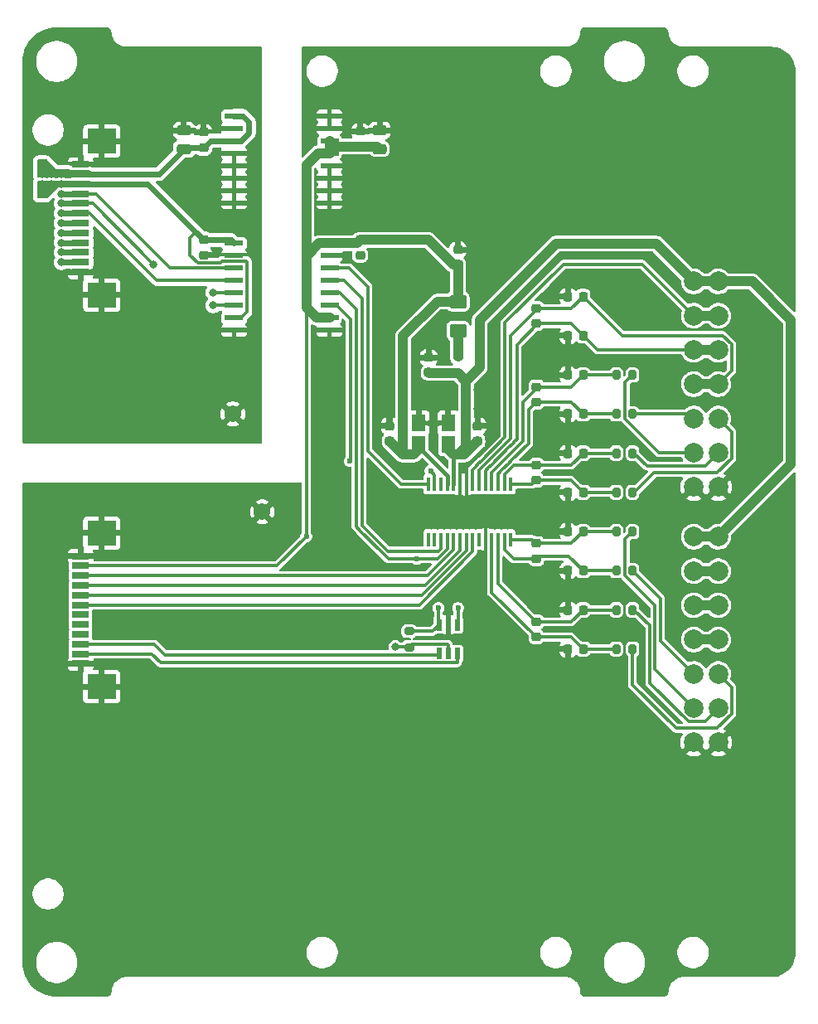
<source format=gbr>
%TF.GenerationSoftware,KiCad,Pcbnew,9.0.0*%
%TF.CreationDate,2025-02-28T13:48:11+03:00*%
%TF.ProjectId,PM_CNV-AI4_W,504d5f43-4e56-42d4-9149-345f572e6b69,rev?*%
%TF.SameCoordinates,Original*%
%TF.FileFunction,Copper,L1,Top*%
%TF.FilePolarity,Positive*%
%FSLAX46Y46*%
G04 Gerber Fmt 4.6, Leading zero omitted, Abs format (unit mm)*
G04 Created by KiCad (PCBNEW 9.0.0) date 2025-02-28 13:48:11*
%MOMM*%
%LPD*%
G01*
G04 APERTURE LIST*
G04 Aperture macros list*
%AMRoundRect*
0 Rectangle with rounded corners*
0 $1 Rounding radius*
0 $2 $3 $4 $5 $6 $7 $8 $9 X,Y pos of 4 corners*
0 Add a 4 corners polygon primitive as box body*
4,1,4,$2,$3,$4,$5,$6,$7,$8,$9,$2,$3,0*
0 Add four circle primitives for the rounded corners*
1,1,$1+$1,$2,$3*
1,1,$1+$1,$4,$5*
1,1,$1+$1,$6,$7*
1,1,$1+$1,$8,$9*
0 Add four rect primitives between the rounded corners*
20,1,$1+$1,$2,$3,$4,$5,0*
20,1,$1+$1,$4,$5,$6,$7,0*
20,1,$1+$1,$6,$7,$8,$9,0*
20,1,$1+$1,$8,$9,$2,$3,0*%
G04 Aperture macros list end*
%TA.AperFunction,SMDPad,CuDef*%
%ADD10RoundRect,0.200000X-0.200000X-0.275000X0.200000X-0.275000X0.200000X0.275000X-0.200000X0.275000X0*%
%TD*%
%TA.AperFunction,SMDPad,CuDef*%
%ADD11RoundRect,0.225000X0.250000X-0.225000X0.250000X0.225000X-0.250000X0.225000X-0.250000X-0.225000X0*%
%TD*%
%TA.AperFunction,SMDPad,CuDef*%
%ADD12RoundRect,0.225000X0.225000X0.250000X-0.225000X0.250000X-0.225000X-0.250000X0.225000X-0.250000X0*%
%TD*%
%TA.AperFunction,ComponentPad*%
%ADD13C,2.000000*%
%TD*%
%TA.AperFunction,ComponentPad*%
%ADD14C,1.725000*%
%TD*%
%TA.AperFunction,SMDPad,CuDef*%
%ADD15RoundRect,0.200000X-0.275000X0.200000X-0.275000X-0.200000X0.275000X-0.200000X0.275000X0.200000X0*%
%TD*%
%TA.AperFunction,SMDPad,CuDef*%
%ADD16RoundRect,0.250000X0.475000X-0.250000X0.475000X0.250000X-0.475000X0.250000X-0.475000X-0.250000X0*%
%TD*%
%TA.AperFunction,SMDPad,CuDef*%
%ADD17RoundRect,0.250001X0.624999X-0.462499X0.624999X0.462499X-0.624999X0.462499X-0.624999X-0.462499X0*%
%TD*%
%TA.AperFunction,SMDPad,CuDef*%
%ADD18R,1.803400X0.635000*%
%TD*%
%TA.AperFunction,SMDPad,CuDef*%
%ADD19R,2.997200X2.590800*%
%TD*%
%TA.AperFunction,SMDPad,CuDef*%
%ADD20RoundRect,0.200000X0.275000X-0.200000X0.275000X0.200000X-0.275000X0.200000X-0.275000X-0.200000X0*%
%TD*%
%TA.AperFunction,SMDPad,CuDef*%
%ADD21R,1.397000X1.738275*%
%TD*%
%TA.AperFunction,SMDPad,CuDef*%
%ADD22R,1.854200X0.482600*%
%TD*%
%TA.AperFunction,SMDPad,CuDef*%
%ADD23R,0.558800X1.181100*%
%TD*%
%TA.AperFunction,SMDPad,CuDef*%
%ADD24R,0.355600X1.473200*%
%TD*%
%TA.AperFunction,SMDPad,CuDef*%
%ADD25RoundRect,0.225000X-0.250000X0.225000X-0.250000X-0.225000X0.250000X-0.225000X0.250000X0.225000X0*%
%TD*%
%TA.AperFunction,ViaPad*%
%ADD26C,0.800000*%
%TD*%
%TA.AperFunction,ViaPad*%
%ADD27C,0.600000*%
%TD*%
%TA.AperFunction,Conductor*%
%ADD28C,0.300000*%
%TD*%
%TA.AperFunction,Conductor*%
%ADD29C,1.000000*%
%TD*%
%TA.AperFunction,Conductor*%
%ADD30C,0.600000*%
%TD*%
%TA.AperFunction,Conductor*%
%ADD31C,0.400000*%
%TD*%
G04 APERTURE END LIST*
D10*
%TO.P,R4,1*%
%TO.N,/AIN6*%
X21175000Y6000000D03*
%TO.P,R4,2*%
%TO.N,/1.SIG-*%
X22825000Y6000000D03*
%TD*%
D11*
%TO.P,C11,1*%
%TO.N,+5V_MCU*%
X-21000000Y37225000D03*
%TO.P,C11,2*%
%TO.N,GND_MCU*%
X-21000000Y38775000D03*
%TD*%
D10*
%TO.P,R8,1*%
%TO.N,/AIN2*%
X21175000Y-10000000D03*
%TO.P,R8,2*%
%TO.N,/3.SIG-*%
X22825000Y-10000000D03*
%TD*%
D12*
%TO.P,C15,1*%
%TO.N,/AIN8*%
X17775000Y14000000D03*
%TO.P,C15,2*%
%TO.N,GND_CNV*%
X16225000Y14000000D03*
%TD*%
%TO.P,C13,1*%
%TO.N,/AIN7*%
X17775000Y10000000D03*
%TO.P,C13,2*%
%TO.N,GND_CNV*%
X16225000Y10000000D03*
%TD*%
D11*
%TO.P,C40,1*%
%TO.N,+5V_CNV_FLT*%
X2000000Y14225000D03*
%TO.P,C40,2*%
%TO.N,GND_CNV*%
X2000000Y15775000D03*
%TD*%
%TO.P,C29,1*%
%TO.N,/AIN1*%
X13000000Y-12775000D03*
%TO.P,C29,2*%
%TO.N,/AIN2*%
X13000000Y-11225000D03*
%TD*%
D13*
%TO.P,J4,1,Pin_1*%
%TO.N,GND_CNV*%
X29090000Y2540000D03*
%TO.P,J4,2,Pin_3*%
%TO.N,/0.SIG-*%
X29090000Y6040000D03*
%TO.P,J4,3,3*%
%TO.N,/0.SIG+*%
X29090000Y9540000D03*
%TO.P,J4,4,4*%
%TO.N,/SENSE-*%
X29090000Y13040000D03*
%TO.P,J4,5,Pin_9*%
%TO.N,/SENSE+*%
X29090000Y16540000D03*
%TO.P,J4,6,Pin_9*%
%TO.N,/EXC-*%
X29090000Y20040000D03*
%TO.P,J4,7,Pin_9*%
%TO.N,+5V_CNV_FLT*%
X29090000Y23540000D03*
%TO.P,J4,8,Pin_2*%
%TO.N,GND_CNV*%
X31590000Y2540000D03*
%TO.P,J4,9,Pin_4*%
%TO.N,/1.SIG-*%
X31590000Y6040000D03*
%TO.P,J4,10,Pin_6*%
%TO.N,/1.SIG+*%
X31590000Y9540000D03*
%TO.P,J4,11,Pin_8*%
%TO.N,/SENSE-*%
X31590000Y13040000D03*
%TO.P,J4,12,Pin_10*%
%TO.N,/SENSE+*%
X31590000Y16540000D03*
%TO.P,J4,13,Pin_10*%
%TO.N,/EXC-*%
X31590000Y20040000D03*
%TO.P,J4,14,Pin_10*%
%TO.N,+5V_CNV_FLT*%
X31590000Y23540000D03*
%TD*%
D11*
%TO.P,C14,1*%
%TO.N,/AIN7*%
X13000000Y11225000D03*
%TO.P,C14,2*%
%TO.N,/AIN8*%
X13000000Y12775000D03*
%TD*%
D12*
%TO.P,C19,1*%
%TO.N,/SENSE+*%
X17775000Y18000000D03*
%TO.P,C19,2*%
%TO.N,GND_CNV*%
X16225000Y18000000D03*
%TD*%
D11*
%TO.P,C17,1*%
%TO.N,/AIN5*%
X13000000Y3225000D03*
%TO.P,C17,2*%
%TO.N,/AIN6*%
X13000000Y4775000D03*
%TD*%
D12*
%TO.P,C21,1*%
%TO.N,/SENSE-*%
X17775000Y22000000D03*
%TO.P,C21,2*%
%TO.N,GND_CNV*%
X16225000Y22000000D03*
%TD*%
D14*
%TO.P,U1,1*%
%TO.N,GND_CNV*%
X-15000000Y0D03*
%TD*%
D15*
%TO.P,R9,1*%
%TO.N,Net-(L1-Pad1)*%
X5000000Y15825000D03*
%TO.P,R9,2*%
%TO.N,+5V_CNV_FLT*%
X5000000Y14175000D03*
%TD*%
D12*
%TO.P,C25,1*%
%TO.N,/AIN3*%
X17775000Y-6000000D03*
%TO.P,C25,2*%
%TO.N,GND_CNV*%
X16225000Y-6000000D03*
%TD*%
D14*
%TO.P,U2,1*%
%TO.N,GND_MCU*%
X-18000000Y10000000D03*
%TD*%
D10*
%TO.P,R1,1*%
%TO.N,/AIN7*%
X21175000Y10000000D03*
%TO.P,R1,2*%
%TO.N,/0.SIG+*%
X22825000Y10000000D03*
%TD*%
D16*
%TO.P,C12,1*%
%TO.N,+5V_MCU*%
X-23000000Y37050000D03*
%TO.P,C12,2*%
%TO.N,GND_MCU*%
X-23000000Y38950000D03*
%TD*%
D12*
%TO.P,C16,1*%
%TO.N,/AIN5*%
X17775000Y2000000D03*
%TO.P,C16,2*%
%TO.N,GND_CNV*%
X16225000Y2000000D03*
%TD*%
D11*
%TO.P,C1,1*%
%TO.N,+5V_CNV*%
X-2000000Y7225000D03*
%TO.P,C1,2*%
%TO.N,GND_CNV*%
X-2000000Y8775000D03*
%TD*%
%TO.P,C38,1*%
%TO.N,+5V_CNV*%
X-5000000Y37325000D03*
%TO.P,C38,2*%
%TO.N,GND_CNV*%
X-5000000Y38875000D03*
%TD*%
D17*
%TO.P,L1,1*%
%TO.N,Net-(L1-Pad1)*%
X5000000Y18512500D03*
%TO.P,L1,2*%
%TO.N,+5V_CNV*%
X5000000Y21487500D03*
%TD*%
D13*
%TO.P,J5,1,Pin_1*%
%TO.N,GND_CNV*%
X29090000Y-23540000D03*
%TO.P,J5,2,Pin_3*%
%TO.N,/2.SIG-*%
X29090000Y-20040000D03*
%TO.P,J5,3,3*%
%TO.N,/2.SIG+*%
X29090000Y-16540000D03*
%TO.P,J5,4,4*%
%TO.N,/SENSE-*%
X29090000Y-13040000D03*
%TO.P,J5,5,Pin_9*%
%TO.N,/SENSE+*%
X29090000Y-9540000D03*
%TO.P,J5,6,Pin_9*%
%TO.N,/EXC-*%
X29090000Y-6040000D03*
%TO.P,J5,7,Pin_9*%
%TO.N,+5V_CNV_FLT*%
X29090000Y-2540000D03*
%TO.P,J5,8,Pin_2*%
%TO.N,GND_CNV*%
X31590000Y-23540000D03*
%TO.P,J5,9,Pin_4*%
%TO.N,/3.SIG-*%
X31590000Y-20040000D03*
%TO.P,J5,10,Pin_6*%
%TO.N,/3.SIG+*%
X31590000Y-16540000D03*
%TO.P,J5,11,Pin_8*%
%TO.N,/SENSE-*%
X31590000Y-13040000D03*
%TO.P,J5,12,Pin_10*%
%TO.N,/SENSE+*%
X31590000Y-9540000D03*
%TO.P,J5,13,Pin_10*%
%TO.N,/EXC-*%
X31590000Y-6040000D03*
%TO.P,J5,14,Pin_10*%
%TO.N,+5V_CNV_FLT*%
X31590000Y-2540000D03*
%TD*%
D18*
%TO.P,J6,1,Pin_1*%
%TO.N,GND_CNV*%
X-33556000Y-15499992D03*
%TO.P,J6,2,Pin_2*%
%TO.N,/MISO_LED*%
X-33556000Y-14499994D03*
%TO.P,J6,3,Pin_3*%
%TO.N,/CS_LED*%
X-33556000Y-13499996D03*
%TO.P,J6,4,Pin_4*%
%TO.N,unconnected-(J6-Pin_4-Pad4)*%
X-33556000Y-12499998D03*
%TO.P,J6,5,Pin_5*%
%TO.N,unconnected-(J6-Pin_5-Pad5)*%
X-33556000Y-11500000D03*
%TO.P,J6,6,Pin_6*%
%TO.N,unconnected-(J6-Pin_6-Pad6)*%
X-33556000Y-10500000D03*
%TO.P,J6,7,Pin_7*%
%TO.N,/P0*%
X-33556000Y-9500000D03*
%TO.P,J6,8,Pin_8*%
%TO.N,/P1*%
X-33556000Y-8500000D03*
%TO.P,J6,9,Pin_9*%
%TO.N,/P2*%
X-33556000Y-7500002D03*
%TO.P,J6,10,Pin_10*%
%TO.N,/P3*%
X-33556000Y-6500004D03*
%TO.P,J6,11,Pin_11*%
%TO.N,+5V_CNV*%
X-33556000Y-5500006D03*
%TO.P,J6,12,Pin_11*%
%TO.N,GND_CNV*%
X-33556000Y-4500008D03*
D19*
%TO.P,J6,13,Pin_11*%
X-31385999Y-17850003D03*
X-31385999Y-2149997D03*
%TD*%
D20*
%TO.P,R11,1*%
%TO.N,+5V_CNV*%
X0Y-13825000D03*
%TO.P,R11,2*%
%TO.N,/CS_CNV*%
X0Y-12175000D03*
%TD*%
D21*
%TO.P,C3,1*%
%TO.N,+5V_CNV*%
X1000000Y6913337D03*
%TO.P,C3,2*%
%TO.N,GND_CNV*%
X1000000Y9086663D03*
%TD*%
D12*
%TO.P,C27,1*%
%TO.N,/AIN4*%
X17775000Y-2000000D03*
%TO.P,C27,2*%
%TO.N,GND_CNV*%
X16225000Y-2000000D03*
%TD*%
D22*
%TO.P,U8,1,VDD*%
%TO.N,+3.3V_MCU*%
X-17876800Y27445000D03*
%TO.P,U8,2,GNDA*%
%TO.N,GND_MCU*%
X-17876800Y26175000D03*
%TO.P,U8,3,VI1*%
%TO.N,/MOSI_MCU*%
X-17876800Y24905000D03*
%TO.P,U8,4,VI2*%
%TO.N,/SCK_MCU*%
X-17876800Y23635000D03*
%TO.P,U8,5,VI3*%
%TO.N,/CS_MCU*%
X-17876800Y22365000D03*
%TO.P,U8,6,VO4*%
%TO.N,/MISO_MCU*%
X-17876800Y21095000D03*
%TO.P,U8,7,ENA*%
%TO.N,+3.3V_MCU*%
X-17876800Y19825000D03*
%TO.P,U8,8,GNDA*%
%TO.N,GND_MCU*%
X-17876800Y18555000D03*
%TO.P,U8,9,GNDB*%
%TO.N,GND_CNV*%
X-8123200Y18555000D03*
%TO.P,U8,10,ENB*%
%TO.N,+5V_CNV*%
X-8123200Y19825000D03*
%TO.P,U8,11,VI4*%
%TO.N,/MISO_CNV*%
X-8123200Y21095000D03*
%TO.P,U8,12,VO3*%
%TO.N,/CS_CNV*%
X-8123200Y22365000D03*
%TO.P,U8,13,VO2*%
%TO.N,/SCK_CNV*%
X-8123200Y23635000D03*
%TO.P,U8,14,VO1*%
%TO.N,/MOSI_CNV*%
X-8123200Y24905000D03*
%TO.P,U8,15,GNDB*%
%TO.N,GND_CNV*%
X-8123200Y26175000D03*
%TO.P,U8,16,VISO*%
%TO.N,+5V_CNV*%
X-8123200Y27445000D03*
%TD*%
D11*
%TO.P,C26,1*%
%TO.N,/AIN3*%
X13000000Y-4775000D03*
%TO.P,C26,2*%
%TO.N,/AIN4*%
X13000000Y-3225000D03*
%TD*%
D23*
%TO.P,U5,1,1A*%
%TO.N,/MISO_CNV*%
X4950001Y-11533150D03*
%TO.P,U5,2,GND*%
%TO.N,GND_CNV*%
X4000000Y-11533150D03*
%TO.P,U5,3,2A*%
%TO.N,/CS_CNV*%
X3049999Y-11533150D03*
%TO.P,U5,4,2Y*%
%TO.N,/CS_LED*%
X3049999Y-14466850D03*
%TO.P,U5,5,VCC*%
%TO.N,+5V_CNV*%
X4000000Y-14466850D03*
%TO.P,U5,6,1Y*%
%TO.N,/MISO_LED*%
X4950001Y-14466850D03*
%TD*%
D12*
%TO.P,C28,1*%
%TO.N,/AIN1*%
X17775000Y-14000000D03*
%TO.P,C28,2*%
%TO.N,GND_CNV*%
X16225000Y-14000000D03*
%TD*%
D11*
%TO.P,C39,1*%
%TO.N,+5V_CNV*%
X5000000Y25225000D03*
%TO.P,C39,2*%
%TO.N,GND_CNV*%
X5000000Y26775000D03*
%TD*%
D16*
%TO.P,C37,1*%
%TO.N,+5V_CNV*%
X-3000000Y37050000D03*
%TO.P,C37,2*%
%TO.N,GND_CNV*%
X-3000000Y38950000D03*
%TD*%
D24*
%TO.P,U7,1,MCLK1*%
%TO.N,unconnected-(U7-MCLK1-Pad1)*%
X1950000Y-2819400D03*
%TO.P,U7,2,MCLK2*%
%TO.N,unconnected-(U7-MCLK2-Pad2)*%
X2600001Y-2819400D03*
%TO.P,U7,3,SCK*%
%TO.N,/SCK_CNV*%
X3250000Y-2819400D03*
%TO.P,U7,4,CS*%
%TO.N,/CS_CNV*%
X3900001Y-2819400D03*
%TO.P,U7,5,P3*%
%TO.N,/P3*%
X4549999Y-2819400D03*
%TO.P,U7,6,P2*%
%TO.N,/P2*%
X5200001Y-2819400D03*
%TO.P,U7,7,P1*%
%TO.N,/P1*%
X5849999Y-2819400D03*
%TO.P,U7,8,P0*%
%TO.N,/P0*%
X6499998Y-2819400D03*
%TO.P,U7,9,NC*%
%TO.N,unconnected-(U7-NC-Pad9)*%
X7149999Y-2819400D03*
%TO.P,U7,10,AINCOM*%
%TO.N,GND_CNV*%
X7799998Y-2819400D03*
%TO.P,U7,11,AIN1*%
%TO.N,/AIN1*%
X8449999Y-2819400D03*
%TO.P,U7,12,AIN2*%
%TO.N,/AIN2*%
X9099998Y-2819400D03*
%TO.P,U7,13,AIN3*%
%TO.N,/AIN3*%
X9749999Y-2819400D03*
%TO.P,U7,14,AIN4*%
%TO.N,/AIN4*%
X10399998Y-2819400D03*
%TO.P,U7,15,AIN5*%
%TO.N,/AIN5*%
X10400000Y2819400D03*
%TO.P,U7,16,AIN6*%
%TO.N,/AIN6*%
X9749999Y2819400D03*
%TO.P,U7,17,AIN7*%
%TO.N,/AIN7*%
X9100000Y2819400D03*
%TO.P,U7,18,AIN8*%
%TO.N,/AIN8*%
X8449999Y2819400D03*
%TO.P,U7,19,REFIN1(+)*%
%TO.N,/SENSE+*%
X7800001Y2819400D03*
%TO.P,U7,20,REFIN1(-)*%
%TO.N,/SENSE-*%
X7149999Y2819400D03*
%TO.P,U7,21,BPDSW*%
%TO.N,/EXC-*%
X6500001Y2819400D03*
%TO.P,U7,22,AGND*%
%TO.N,GND_CNV*%
X5849999Y2819400D03*
%TO.P,U7,23,DGND*%
X5200001Y2819400D03*
%TO.P,U7,24,AVDD*%
%TO.N,+5V_CNV_FLT*%
X4549999Y2819400D03*
%TO.P,U7,25,DVDD*%
%TO.N,+5V_CNV*%
X3900001Y2819400D03*
%TO.P,U7,26,\u002ASYNC*%
%TO.N,unconnected-(U7-\u002ASYNC-Pad26)*%
X3250000Y2819400D03*
%TO.P,U7,27,MISO*%
%TO.N,/MISO_CNV*%
X2600001Y2819400D03*
%TO.P,U7,28,MOSI*%
%TO.N,/MOSI_CNV*%
X1950000Y2819400D03*
%TD*%
D11*
%TO.P,C7,1*%
%TO.N,+5V_CNV_FLT*%
X7000000Y7225000D03*
%TO.P,C7,2*%
%TO.N,GND_CNV*%
X7000000Y8775000D03*
%TD*%
D10*
%TO.P,R6,1*%
%TO.N,/AIN4*%
X21175000Y-2000000D03*
%TO.P,R6,2*%
%TO.N,/2.SIG-*%
X22825000Y-2000000D03*
%TD*%
D18*
%TO.P,J2,1,Pin_1*%
%TO.N,GND_MCU*%
X-33556000Y24500008D03*
%TO.P,J2,2,Pin_2*%
%TO.N,/INT_MCU*%
X-33556000Y25500006D03*
%TO.P,J2,3,Pin_3*%
%TO.N,/CS3_MCU*%
X-33556000Y26500004D03*
%TO.P,J2,4,Pin_4*%
%TO.N,/CS2_MCU*%
X-33556000Y27500002D03*
%TO.P,J2,5,Pin_5*%
%TO.N,/CS1_MCU*%
X-33556000Y28500000D03*
%TO.P,J2,6,Pin_6*%
%TO.N,/CS0_MCU*%
X-33556000Y29500000D03*
%TO.P,J2,7,Pin_7*%
%TO.N,/SCK_MCU*%
X-33556000Y30500000D03*
%TO.P,J2,8,Pin_8*%
%TO.N,/MISO_MCU*%
X-33556000Y31500000D03*
%TO.P,J2,9,Pin_9*%
%TO.N,/MOSI_MCU*%
X-33556000Y32499998D03*
%TO.P,J2,10,Pin_10*%
%TO.N,+3.3V_MCU*%
X-33556000Y33499996D03*
%TO.P,J2,11,Pin_11*%
%TO.N,+5V_MCU*%
X-33556000Y34499994D03*
%TO.P,J2,12,Pin_11*%
%TO.N,GND_MCU*%
X-33556000Y35499992D03*
D19*
%TO.P,J2,13,Pin_11*%
X-31385999Y22149997D03*
X-31385999Y37850003D03*
%TD*%
D11*
%TO.P,C20,1*%
%TO.N,/SENSE+*%
X13000000Y19225000D03*
%TO.P,C20,2*%
%TO.N,/SENSE-*%
X13000000Y20775000D03*
%TD*%
D12*
%TO.P,C30,1*%
%TO.N,/AIN2*%
X17775000Y-10000000D03*
%TO.P,C30,2*%
%TO.N,GND_CNV*%
X16225000Y-10000000D03*
%TD*%
D10*
%TO.P,R2,1*%
%TO.N,/AIN8*%
X21175000Y14000000D03*
%TO.P,R2,2*%
%TO.N,/0.SIG-*%
X22825000Y14000000D03*
%TD*%
D12*
%TO.P,C18,1*%
%TO.N,/AIN6*%
X17775000Y6000000D03*
%TO.P,C18,2*%
%TO.N,GND_CNV*%
X16225000Y6000000D03*
%TD*%
D10*
%TO.P,R5,1*%
%TO.N,/AIN3*%
X21175000Y-6000000D03*
%TO.P,R5,2*%
%TO.N,/2.SIG+*%
X22825000Y-6000000D03*
%TD*%
D21*
%TO.P,C9,1*%
%TO.N,+5V_CNV_FLT*%
X4000000Y6913337D03*
%TO.P,C9,2*%
%TO.N,GND_CNV*%
X4000000Y9086663D03*
%TD*%
D11*
%TO.P,C6,1*%
%TO.N,DGND*%
X-5000000Y26225000D03*
%TO.P,C6,2*%
%TO.N,+5V_CNV*%
X-5000000Y27775000D03*
%TD*%
D22*
%TO.P,U4,1,EN*%
%TO.N,+5V_MCU*%
X-17876800Y40445000D03*
%TO.P,U4,2,GNDP*%
%TO.N,GND_MCU*%
X-17876800Y39175000D03*
%TO.P,U4,3,VINP*%
%TO.N,+5V_MCU*%
X-17876800Y37905000D03*
%TO.P,U4,4,NC*%
%TO.N,GND_MCU*%
X-17876800Y36635000D03*
%TO.P,U4,5,NC*%
X-17876800Y35365000D03*
%TO.P,U4,6,NC*%
X-17876800Y34095000D03*
%TO.P,U4,7,NC*%
X-17876800Y32825000D03*
%TO.P,U4,8,NC*%
X-17876800Y31555000D03*
%TO.P,U4,9,GNDS*%
%TO.N,GND_CNV*%
X-8123200Y31555000D03*
%TO.P,U4,10,NC*%
X-8123200Y32825000D03*
%TO.P,U4,11,NC*%
X-8123200Y34095000D03*
%TO.P,U4,12,NC*%
X-8123200Y35365000D03*
%TO.P,U4,13,SEL*%
%TO.N,+5V_CNV*%
X-8123200Y36635000D03*
%TO.P,U4,14,VISO*%
X-8123200Y37905000D03*
%TO.P,U4,15,GNDS*%
%TO.N,GND_CNV*%
X-8123200Y39175000D03*
%TO.P,U4,16,GNDS*%
X-8123200Y40445000D03*
%TD*%
D25*
%TO.P,C5,1*%
%TO.N,+3.3V_MCU*%
X-21000000Y27775000D03*
%TO.P,C5,2*%
%TO.N,GND_MCU*%
X-21000000Y26225000D03*
%TD*%
D10*
%TO.P,R3,1*%
%TO.N,/AIN5*%
X21175000Y2000000D03*
%TO.P,R3,2*%
%TO.N,/1.SIG+*%
X22825000Y2000000D03*
%TD*%
%TO.P,R7,1*%
%TO.N,/AIN1*%
X21175000Y-14000000D03*
%TO.P,R7,2*%
%TO.N,/3.SIG+*%
X22825000Y-14000000D03*
%TD*%
D26*
%TO.N,/MISO_MCU*%
X-35500000Y31499990D03*
%TO.N,/MOSI_MCU*%
X-35500000Y32499993D03*
%TO.N,/CS3_MCU*%
X-35500000Y26500000D03*
%TO.N,/CS1_MCU*%
X-35500000Y28500000D03*
%TO.N,+5V_CNV*%
X-1400000Y-13800000D03*
D27*
X-10500000Y-2500000D03*
D26*
%TO.N,/CS0_MCU*%
X-35500000Y29500000D03*
%TO.N,/CS2_MCU*%
X-35500000Y27500000D03*
%TO.N,+3.3V_MCU*%
X-37500000Y33500000D03*
X-36500000Y33499996D03*
X-37500000Y32500000D03*
X-35500000Y33499996D03*
%TO.N,/INT_MCU*%
X-35500000Y25500000D03*
D27*
%TO.N,/MISO_CNV*%
X5000000Y-9800000D03*
X2200000Y4200000D03*
X-6050000Y5202487D03*
%TO.N,/CS_CNV*%
X3000000Y-9800000D03*
X800000Y-4800000D03*
D26*
%TO.N,GND_MCU*%
X-32000000Y20000000D03*
X-31000000Y40000000D03*
X-30000000Y40000000D03*
X-30000000Y20000000D03*
X-33000000Y20000000D03*
X-32000000Y40000000D03*
X-31000000Y20000000D03*
X-33000000Y40000000D03*
%TO.N,+5V_MCU*%
X-37500000Y34500000D03*
X-36500000Y34500000D03*
X-37500000Y35500000D03*
X-35500000Y34500000D03*
%TO.N,GND_CNV*%
X-4000000Y31500000D03*
X-6000000Y29500000D03*
X30000000Y-29500000D03*
X-5000000Y30500000D03*
X-7000000Y17000000D03*
X28000000Y-29500000D03*
X-3000000Y11500000D03*
X-4000000Y29500000D03*
X-7000000Y15000000D03*
X1000000Y12500000D03*
X28000000Y27500000D03*
X30000000Y29500000D03*
X4000000Y12500000D03*
X-6000000Y31500000D03*
X-9000000Y15000000D03*
X-3000000Y13500000D03*
X-9000000Y17000000D03*
X-4000000Y42500000D03*
X-8000000Y16000000D03*
X-6000000Y40500000D03*
X-1500000Y24500000D03*
X2500000Y12500000D03*
X29000000Y-28500000D03*
X29000000Y28500000D03*
X-3500000Y24500000D03*
X28000000Y-27500000D03*
X8000000Y13500000D03*
X1000000Y11000000D03*
X2500000Y11000000D03*
X8000000Y11500000D03*
X-2000000Y10500000D03*
X4000000Y11000000D03*
X28000000Y29500000D03*
X-5000000Y41500000D03*
X-6000000Y42500000D03*
X7000000Y10500000D03*
X-3500000Y26500000D03*
X-2500000Y25500000D03*
X30000000Y-27500000D03*
X7000000Y12500000D03*
X-1500000Y26500000D03*
X30000000Y27500000D03*
X-4000000Y40500000D03*
X-2000000Y12500000D03*
%TO.N,/CS_MCU*%
X-20000000Y22400000D03*
%TO.N,/SCK_MCU*%
X-35500000Y30500000D03*
%TO.N,/MISO_MCU*%
X-26100000Y25300000D03*
X-20000000Y21100000D03*
%TD*%
D28*
%TO.N,/AIN8*%
X8449999Y2819400D02*
X8449999Y4049999D01*
X21175000Y14000000D02*
X17775000Y14000000D01*
X11603000Y7294480D02*
X11603000Y7294479D01*
X11600000Y7200000D02*
X11600000Y7291480D01*
X11603000Y11203000D02*
X13000000Y12600000D01*
X13000000Y12775000D02*
X16550000Y12775000D01*
X16550000Y12775000D02*
X17775000Y14000000D01*
X8449999Y4049999D02*
X11600000Y7200000D01*
X13000000Y12600000D02*
X13000000Y12775000D01*
X11600000Y7291480D02*
X11603000Y7294480D01*
X11603000Y7294480D02*
X11603000Y11203000D01*
%TO.N,/SENSE-*%
X13000000Y20600000D02*
X13000000Y20775000D01*
X10007519Y7116040D02*
X10007521Y7116040D01*
X21775000Y18000000D02*
X17775000Y22000000D01*
X7592482Y4701002D02*
X7592481Y4701002D01*
D29*
X29090000Y13040000D02*
X31590000Y13040000D01*
D28*
X7149999Y4249999D02*
X7299001Y4399001D01*
X10301000Y7409519D02*
X10301000Y7409521D01*
X7592479Y4701000D02*
X7592482Y4701002D01*
X32040603Y18000000D02*
X21775000Y18000000D01*
X7299001Y4407522D02*
X7299001Y4407521D01*
X7885962Y4994482D02*
X10007519Y7116040D01*
X31590000Y13040000D02*
X32941000Y14391000D01*
X16550000Y20775000D02*
X17775000Y22000000D01*
X7396827Y4505348D02*
X7592479Y4701000D01*
X32941000Y14391000D02*
X32941000Y17099603D01*
X10301000Y7409521D02*
X10400000Y7508521D01*
X7149999Y2819400D02*
X7149999Y4249999D01*
X7299001Y4399001D02*
X7299001Y4407522D01*
X7592482Y4701002D02*
X7592483Y4701002D01*
X7592482Y4701002D02*
X7885962Y4994482D01*
X10007521Y7116040D02*
X10301000Y7409519D01*
X7299001Y4407522D02*
X7396827Y4505348D01*
X10400000Y18000000D02*
X13000000Y20600000D01*
X10400000Y7508521D02*
X10400000Y18000000D01*
X32941000Y17099603D02*
X32040603Y18000000D01*
D29*
X29090000Y-13040000D02*
X31590000Y-13040000D01*
D28*
X13000000Y20775000D02*
X16550000Y20775000D01*
%TO.N,/CS_LED*%
X3049999Y-14466850D02*
X2940849Y-14576000D01*
X-26000004Y-13499996D02*
X-33556000Y-13499996D01*
X2940849Y-14576000D02*
X-24924000Y-14576000D01*
X-24924000Y-14576000D02*
X-26000004Y-13499996D01*
%TO.N,/AIN3*%
X9749999Y-3856000D02*
X10668999Y-4775000D01*
X16275000Y-4500000D02*
X17775000Y-6000000D01*
X13275000Y-4500000D02*
X16275000Y-4500000D01*
X17775000Y-6000000D02*
X21175000Y-6000000D01*
X10668999Y-4775000D02*
X13000000Y-4775000D01*
X13000000Y-4775000D02*
X13275000Y-4500000D01*
X9749999Y-2819400D02*
X9749999Y-3856000D01*
%TO.N,/AIN1*%
X17775000Y-14000000D02*
X21175000Y-14000000D01*
X13000000Y-12775000D02*
X16550000Y-12775000D01*
X8449999Y-2819400D02*
X8449999Y-8224999D01*
X8449999Y-8224999D02*
X13000000Y-12775000D01*
X16550000Y-12775000D02*
X17775000Y-14000000D01*
%TO.N,/SENSE+*%
X7800001Y4200001D02*
X7800004Y4200001D01*
X10508520Y6908521D02*
X10508521Y6908519D01*
X11000000Y7399998D02*
X11000000Y17050000D01*
X8093483Y4493480D02*
X8386962Y4786960D01*
D29*
X29090000Y-9540000D02*
X31590000Y-9540000D01*
D28*
X16550000Y19225000D02*
X17775000Y18000000D01*
X29090000Y16540000D02*
X19235000Y16540000D01*
X8386962Y4786962D02*
X10215041Y6615040D01*
X7800001Y2819400D02*
X7800001Y4191481D01*
X8386962Y4786960D02*
X8386962Y4786962D01*
X7800004Y4200001D02*
X8093483Y4493480D01*
X10508520Y6908521D02*
X10607521Y7007521D01*
X13000000Y19225000D02*
X16550000Y19225000D01*
X10607521Y7007521D02*
X10607520Y7007521D01*
X19235000Y16540000D02*
X17775000Y18000000D01*
X10508521Y6908519D02*
X10508521Y6908521D01*
X10607521Y7007521D02*
X10802000Y7201998D01*
D29*
X31590000Y16540000D02*
X29090000Y16540000D01*
D28*
X13000000Y19050000D02*
X11000000Y17050000D01*
X10215042Y6615040D02*
X10508521Y6908521D01*
X10802000Y7201998D02*
X11000000Y7399998D01*
X10802000Y7201998D02*
X10802000Y7202000D01*
X13000000Y19225000D02*
X13000000Y19050000D01*
X7800001Y4191481D02*
X7800001Y4200001D01*
X10508521Y6908521D02*
X10508520Y6908521D01*
%TO.N,/AIN2*%
X13000000Y-11225000D02*
X16550000Y-11225000D01*
X9099998Y-7324998D02*
X13000000Y-11225000D01*
X9099998Y-2819400D02*
X9099998Y-7324998D01*
X17775000Y-10000000D02*
X21175000Y-10000000D01*
X16550000Y-11225000D02*
X17775000Y-10000000D01*
%TO.N,/AIN5*%
X17775000Y2000000D02*
X21175000Y2000000D01*
X16550000Y3225000D02*
X17775000Y2000000D01*
X13000000Y3225000D02*
X16550000Y3225000D01*
X10400000Y2819400D02*
X12594400Y2819400D01*
X12594400Y2819400D02*
X13000000Y3225000D01*
%TO.N,/AIN6*%
X9749999Y2819400D02*
X9749999Y3856000D01*
X9749999Y3856000D02*
X10668999Y4775000D01*
X16550000Y4775000D02*
X17775000Y6000000D01*
X13000000Y4775000D02*
X16550000Y4775000D01*
X17775000Y6000000D02*
X21175000Y6000000D01*
X10668999Y4775000D02*
X13000000Y4775000D01*
%TO.N,/MISO_LED*%
X-33556000Y-14499994D02*
X-26300006Y-14499994D01*
X4899001Y-15408400D02*
X4950001Y-15357400D01*
X-26300006Y-14499994D02*
X-25391600Y-15408400D01*
X-25391600Y-15408400D02*
X4899001Y-15408400D01*
X4950001Y-15357400D02*
X4950001Y-14466850D01*
D29*
%TO.N,Net-(L1-Pad1)*%
X5000000Y15825000D02*
X5000000Y18512500D01*
D28*
%TO.N,/0.SIG+*%
X28630000Y10000000D02*
X29090000Y9540000D01*
X22825000Y10000000D02*
X28630000Y10000000D01*
%TO.N,/0.SIG-*%
X25525226Y6040000D02*
X22074000Y9491226D01*
X22074000Y13249000D02*
X22825000Y14000000D01*
X29090000Y6040000D02*
X25525226Y6040000D01*
X22074000Y9491226D02*
X22074000Y13249000D01*
%TO.N,/1.SIG-*%
X31590000Y6040000D02*
X30239000Y4689000D01*
X23000000Y6000000D02*
X24311000Y4689000D01*
X22825000Y6000000D02*
X23000000Y6000000D01*
X30239000Y4689000D02*
X24311000Y4689000D01*
%TO.N,/1.SIG+*%
X23000000Y2000000D02*
X22825000Y2000000D01*
X32941000Y5480397D02*
X31460603Y4000000D01*
X32941000Y8189000D02*
X32941000Y5480397D01*
X31590000Y9540000D02*
X32941000Y8189000D01*
X31460603Y4000000D02*
X25000000Y4000000D01*
X25000000Y4000000D02*
X23000000Y2000000D01*
%TO.N,/2.SIG-*%
X29090000Y-20040000D02*
X25100000Y-16050000D01*
X22074000Y-2751000D02*
X22825000Y-2000000D01*
X25100000Y-9534774D02*
X22074000Y-6508774D01*
X22074000Y-6508774D02*
X22074000Y-2751000D01*
X25100000Y-16050000D02*
X25100000Y-9534774D01*
%TO.N,/2.SIG+*%
X25700000Y-13150000D02*
X25700000Y-8875000D01*
X25700000Y-8875000D02*
X22825000Y-6000000D01*
X29090000Y-16540000D02*
X25700000Y-13150000D01*
%TO.N,/3.SIG-*%
X31590000Y-20040000D02*
X30239000Y-21391000D01*
X30239000Y-21391000D02*
X28530397Y-21391000D01*
X24599000Y-11599000D02*
X23000000Y-10000000D01*
X28530397Y-21391000D02*
X24599000Y-17459603D01*
X23000000Y-10000000D02*
X22825000Y-10000000D01*
X24599000Y-17459603D02*
X24599000Y-11599000D01*
%TO.N,/3.SIG+*%
X31440603Y-22100000D02*
X27300000Y-22100000D01*
X27300000Y-22100000D02*
X22825000Y-17625000D01*
X32941000Y-17891000D02*
X32941000Y-20599603D01*
X31590000Y-16540000D02*
X32941000Y-17891000D01*
X32941000Y-20599603D02*
X31440603Y-22100000D01*
X22825000Y-17625000D02*
X22825000Y-14000000D01*
D30*
%TO.N,/CS3_MCU*%
X-35500000Y26500000D02*
X-33556004Y26500000D01*
X-33556004Y26500000D02*
X-33556000Y26500004D01*
D28*
%TO.N,/AIN4*%
X16550000Y-3225000D02*
X17775000Y-2000000D01*
X13000000Y-3225000D02*
X16550000Y-3225000D01*
X17775000Y-2000000D02*
X21175000Y-2000000D01*
X10399998Y-2819400D02*
X12594400Y-2819400D01*
X12594400Y-2819400D02*
X13000000Y-3225000D01*
D30*
%TO.N,/CS1_MCU*%
X-35500000Y28500000D02*
X-33556000Y28500000D01*
D29*
%TO.N,+5V_CNV*%
X-9423600Y19825000D02*
X-10499000Y20900400D01*
X-10499000Y26299000D02*
X-10400000Y26200000D01*
X-7543200Y37325000D02*
X-5000000Y37325000D01*
D28*
X-10500000Y-2500000D02*
X-10500000Y20899400D01*
D29*
X-8123200Y37905000D02*
X-7543200Y37325000D01*
X-9155000Y27445000D02*
X-8123200Y27445000D01*
X458222Y5848000D02*
X-623000Y5848000D01*
X5000000Y25225000D02*
X4525000Y25225000D01*
D28*
X3949000Y-13525300D02*
X4000000Y-13576300D01*
D31*
X3900001Y3699999D02*
X1000000Y6600000D01*
D29*
X-623000Y5848000D02*
X-623000Y17977000D01*
X1000000Y6913337D02*
X1000000Y6389778D01*
X-8123200Y19825000D02*
X-9423600Y19825000D01*
X-623000Y5848000D02*
X-2000000Y7225000D01*
D31*
X1000000Y6600000D02*
X1000000Y6913337D01*
D29*
X4525000Y25225000D02*
X1975000Y27775000D01*
X1000000Y6389778D02*
X458222Y5848000D01*
X2887500Y21487500D02*
X5000000Y21487500D01*
X5000000Y21487500D02*
X5000000Y25225000D01*
D28*
X4000000Y-13576300D02*
X4000000Y-14466850D01*
D31*
X3900001Y2819400D02*
X3900001Y3699999D01*
D28*
X-25000Y-13800000D02*
X0Y-13825000D01*
D29*
X-5000000Y37325000D02*
X-3275000Y37325000D01*
X-10499000Y26101000D02*
X-10400000Y26200000D01*
X-8123200Y27445000D02*
X-5330000Y27445000D01*
X-5330000Y27445000D02*
X-5000000Y27775000D01*
D28*
X-33556000Y-5500006D02*
X-13500006Y-5500006D01*
D29*
X-9265000Y36635000D02*
X-10499000Y35401000D01*
D28*
X299700Y-13525300D02*
X3949000Y-13525300D01*
X0Y-13825000D02*
X299700Y-13525300D01*
D29*
X-3275000Y37325000D02*
X-3000000Y37050000D01*
X-8123200Y36635000D02*
X-9265000Y36635000D01*
X-8123200Y37905000D02*
X-8123200Y36635000D01*
D28*
X-1400000Y-13800000D02*
X-25000Y-13800000D01*
X-13500006Y-5500006D02*
X-10500000Y-2500000D01*
D29*
X-10499000Y20900400D02*
X-10499000Y26101000D01*
X-10400000Y26200000D02*
X-9155000Y27445000D01*
X-623000Y17977000D02*
X2887500Y21487500D01*
D28*
X-10500000Y20899400D02*
X-10499000Y20900400D01*
D29*
X-10499000Y35401000D02*
X-10499000Y26299000D01*
X1975000Y27775000D02*
X-5000000Y27775000D01*
D30*
%TO.N,/CS0_MCU*%
X-33556000Y29500000D02*
X-35500000Y29500000D01*
%TO.N,/CS2_MCU*%
X-33556002Y27500000D02*
X-33556000Y27500002D01*
X-33556000Y27500002D02*
X-35499998Y27500002D01*
X-35499998Y27500002D02*
X-35500000Y27500000D01*
D28*
%TO.N,+3.3V_MCU*%
X-22362500Y26174500D02*
X-21594000Y25406000D01*
D30*
X-20000000Y27775000D02*
X-18206800Y27775000D01*
D28*
X-22362500Y28000000D02*
X-22362500Y26174500D01*
D30*
X-33556000Y33499996D02*
X-37499996Y33499996D01*
X-29500000Y33499996D02*
X-30500000Y33499996D01*
D28*
X-16684100Y25582700D02*
X-16598700Y25497300D01*
X-16598700Y25497300D02*
X-16598700Y20417300D01*
D30*
X-26724996Y33499996D02*
X-29500000Y33499996D01*
X-21000000Y27775000D02*
X-20000000Y27775000D01*
X-21793750Y28568750D02*
X-21000000Y27775000D01*
X-31500000Y33499996D02*
X-33556000Y33499996D01*
D28*
X-19238578Y25406000D02*
X-19061878Y25582700D01*
X-17191000Y19825000D02*
X-17876800Y19825000D01*
X-21793750Y28568750D02*
X-22362500Y28000000D01*
X-16598700Y20417300D02*
X-17191000Y19825000D01*
X-21594000Y25406000D02*
X-19238578Y25406000D01*
D30*
X-21793750Y28568750D02*
X-26724996Y33499996D01*
X-30500000Y33499996D02*
X-31500000Y33499996D01*
X-18206800Y27775000D02*
X-17876800Y27445000D01*
D28*
X-19061878Y25582700D02*
X-16684100Y25582700D01*
D30*
X-37499996Y33499996D02*
X-37500000Y33500000D01*
%TO.N,/INT_MCU*%
X-33556006Y25500000D02*
X-33556000Y25500006D01*
X-33556000Y25500006D02*
X-35499994Y25500006D01*
X-35499994Y25500006D02*
X-35500000Y25500000D01*
D28*
%TO.N,/AIN7*%
X12200000Y10425000D02*
X13000000Y11225000D01*
X12200000Y7000000D02*
X12200000Y10425000D01*
X9542479Y4357000D02*
X10167999Y4982521D01*
X13000000Y11225000D02*
X16550000Y11225000D01*
X16550000Y11225000D02*
X17775000Y10000000D01*
X9100000Y2819400D02*
X9100000Y3900000D01*
X17775000Y10000000D02*
X21175000Y10000000D01*
X9248999Y4063521D02*
X9248999Y4063520D01*
X9542478Y4357000D02*
X9542479Y4357000D01*
X9248999Y4063520D02*
X9542478Y4357000D01*
X10461478Y5276000D02*
X10476000Y5276000D01*
X9100000Y3900000D02*
X9248999Y4048999D01*
X10167999Y4982521D02*
X10461478Y5276000D01*
X9248999Y4048999D02*
X9248999Y4063521D01*
X10476000Y5276000D02*
X12200000Y7000000D01*
%TO.N,/EXC-*%
X6500001Y4300001D02*
X6648999Y4448999D01*
X9800000Y19300000D02*
X15800000Y25300000D01*
X6798001Y4615042D02*
X7091479Y4908521D01*
D29*
X31590000Y20040000D02*
X29090000Y20040000D01*
D28*
X6798001Y4615043D02*
X6798001Y4615042D01*
X9800000Y7617040D02*
X9800000Y19300000D01*
X6648999Y4457519D02*
X6798001Y4606522D01*
X7091479Y4908523D02*
X7384958Y5202002D01*
D29*
X29090000Y-6040000D02*
X31590000Y-6040000D01*
D28*
X23830000Y25300000D02*
X29090000Y20040000D01*
X6500001Y2819400D02*
X6500001Y4300001D01*
X7091479Y4908521D02*
X7091479Y4908523D01*
X6648999Y4448999D02*
X6648999Y4457520D01*
X6798001Y4606522D02*
X6798001Y4615043D01*
X7384958Y5202002D02*
X7384962Y5202002D01*
X7384962Y5202002D02*
X9800000Y7617040D01*
X15800000Y25300000D02*
X23830000Y25300000D01*
X6648999Y4457520D02*
X6648999Y4457519D01*
%TO.N,/MISO_CNV*%
X-7437400Y21095000D02*
X-8123200Y21095000D01*
X5000000Y-11483151D02*
X4950001Y-11533150D01*
X2600001Y3799999D02*
X2200000Y4200000D01*
X-6000000Y5252487D02*
X-6000000Y19657600D01*
X5000000Y-9800000D02*
X5000000Y-11483151D01*
X2600001Y2819400D02*
X2600001Y3799999D01*
X-6050000Y5202487D02*
X-6000000Y5252487D01*
X-6000000Y19657600D02*
X-7437400Y21095000D01*
%TO.N,/MOSI_CNV*%
X-4200000Y23000000D02*
X-6105000Y24905000D01*
X1950000Y2819400D02*
X-819400Y2819400D01*
X-4200000Y6200000D02*
X-4200000Y23000000D01*
X-819400Y2819400D02*
X-4200000Y6200000D01*
X-6105000Y24905000D02*
X-8123200Y24905000D01*
%TO.N,/CS_CNV*%
X800000Y-4800000D02*
X-2108520Y-4800000D01*
X2408149Y-12175000D02*
X3049999Y-11533150D01*
X0Y-12175000D02*
X2408149Y-12175000D01*
X2908520Y-4800000D02*
X800000Y-4800000D01*
X3000000Y-11483151D02*
X3049999Y-11533150D01*
X-5007521Y-1901000D02*
X-5007520Y-1901000D01*
X-5400000Y-1508520D02*
X-5400000Y20730000D01*
X3000000Y-9800000D02*
X3000000Y-11483151D01*
X-5007520Y-1901000D02*
X-5400000Y-1508520D01*
X3900001Y-2819400D02*
X3900001Y-3808519D01*
X-7035000Y22365000D02*
X-8123200Y22365000D01*
X-5400000Y20730000D02*
X-7035000Y22365000D01*
X-2794000Y-4114520D02*
X-5007521Y-1901000D01*
X3900001Y-3808519D02*
X2908520Y-4800000D01*
X-2108520Y-4800000D02*
X-2794000Y-4114520D01*
%TO.N,/SCK_CNV*%
X3000000Y-4000000D02*
X-2200000Y-4000000D01*
X-2200000Y-4000000D02*
X-4800000Y-1400000D01*
X3250000Y-2819400D02*
X3250000Y-3750000D01*
X3250000Y-3750000D02*
X3000000Y-4000000D01*
X-6635000Y23635000D02*
X-8123200Y23635000D01*
X-4800000Y21800000D02*
X-6635000Y23635000D01*
X-4800000Y-1400000D02*
X-4800000Y21800000D01*
D30*
%TO.N,GND_MCU*%
X-33556008Y24500000D02*
X-33556000Y24500008D01*
%TO.N,+5V_MCU*%
X-30500000Y34499994D02*
X-31500000Y34499994D01*
X-31500000Y34499994D02*
X-33556000Y34499994D01*
X-20320000Y37905000D02*
X-21000000Y37225000D01*
X-17876800Y40445000D02*
X-16976400Y40445000D01*
X-37500000Y34500000D02*
X-33556006Y34500000D01*
X-16349700Y38746300D02*
X-17191000Y37905000D01*
D28*
X-33556006Y34500000D02*
X-33556000Y34499994D01*
D30*
X-17876800Y37905000D02*
X-20320000Y37905000D01*
X-25550006Y34499994D02*
X-29500000Y34499994D01*
X-22825000Y37225000D02*
X-23000000Y37050000D01*
X-29500000Y34499994D02*
X-30500000Y34499994D01*
X-16349700Y39818300D02*
X-16349700Y38746300D01*
X-17191000Y37905000D02*
X-17876800Y37905000D01*
X-16976400Y40445000D02*
X-16349700Y39818300D01*
X-23000000Y37050000D02*
X-25550006Y34499994D01*
X-21000000Y37225000D02*
X-22825000Y37225000D01*
D29*
%TO.N,+5V_CNV_FLT*%
X5824000Y13351000D02*
X5000000Y14175000D01*
X5000000Y14175000D02*
X2050000Y14175000D01*
X29090000Y-2540000D02*
X31590000Y-2540000D01*
X25230000Y27400000D02*
X29090000Y23540000D01*
X4541778Y5848000D02*
X5058422Y5848000D01*
X2050000Y14175000D02*
X2000000Y14225000D01*
X5824000Y13351000D02*
X7200000Y14727000D01*
X35060000Y23540000D02*
X31590000Y23540000D01*
X5058422Y5848000D02*
X5824000Y6613578D01*
X7200000Y19600000D02*
X15000000Y27400000D01*
X5623000Y5848000D02*
X7000000Y7225000D01*
X4000000Y6913337D02*
X4000000Y6389778D01*
X38999000Y19601000D02*
X35060000Y23540000D01*
X31590000Y-2540000D02*
X38999000Y4869000D01*
X29090000Y23540000D02*
X31590000Y23540000D01*
X4541778Y5848000D02*
X5623000Y5848000D01*
D31*
X4549999Y2819400D02*
X4549999Y5839779D01*
D29*
X7200000Y14727000D02*
X7200000Y19600000D01*
X15000000Y27400000D02*
X25230000Y27400000D01*
X38999000Y4869000D02*
X38999000Y19601000D01*
D31*
X4549999Y5839779D02*
X4541778Y5848000D01*
D29*
X4000000Y6389778D02*
X4541778Y5848000D01*
X5824000Y6613578D02*
X5824000Y13351000D01*
D28*
%TO.N,/CS_MCU*%
X-20000000Y22400000D02*
X-17911800Y22400000D01*
X-17911800Y22400000D02*
X-17876800Y22365000D01*
D30*
%TO.N,/SCK_MCU*%
X-35500000Y30500000D02*
X-33556000Y30500000D01*
D28*
X-32634800Y30500000D02*
X-33556000Y30500000D01*
X-25769800Y23635000D02*
X-32634800Y30500000D01*
X-17876800Y23635000D02*
X-25769800Y23635000D01*
D30*
%TO.N,/MISO_MCU*%
X-33556010Y31499990D02*
X-33556000Y31500000D01*
D28*
X-19995000Y21095000D02*
X-20000000Y21100000D01*
X-26100000Y25300000D02*
X-32300000Y31500000D01*
X-17876800Y21095000D02*
X-19995000Y21095000D01*
X-32300000Y31500000D02*
X-33556000Y31500000D01*
%TO.N,/MOSI_MCU*%
X-31999998Y32499998D02*
X-33556000Y32499998D01*
X-24405000Y24905000D02*
X-31999998Y32499998D01*
X-17876800Y24905000D02*
X-24405000Y24905000D01*
%TO.N,/P1*%
X5849999Y-3984082D02*
X1334081Y-8500000D01*
X5849999Y-2819400D02*
X5849999Y-3984082D01*
X1334081Y-8500000D02*
X-33556000Y-8500000D01*
%TO.N,/P3*%
X4549999Y-3867041D02*
X1917036Y-6500004D01*
X4549999Y-2819400D02*
X4549999Y-3867041D01*
X1917036Y-6500004D02*
X-33556000Y-6500004D01*
%TO.N,/P0*%
X6499998Y-4042604D02*
X1042602Y-9500000D01*
X1042602Y-9500000D02*
X-33556000Y-9500000D01*
X6499998Y-4042604D02*
X6499998Y-2819400D01*
%TO.N,/P2*%
X1625558Y-7500002D02*
X5200001Y-3925560D01*
X-33556000Y-7500002D02*
X1625558Y-7500002D01*
X5200001Y-3925560D02*
X5200001Y-2819400D01*
D30*
%TO.N,/MOSI_MCU*%
X-35500000Y32499993D02*
X-33556005Y32499993D01*
X-33556005Y32499993D02*
X-33556000Y32499998D01*
%TO.N,/MISO_MCU*%
X-33556000Y31500000D02*
X-35499990Y31500000D01*
X-35499990Y31500000D02*
X-35500000Y31499990D01*
%TD*%
%TA.AperFunction,Conductor*%
%TO.N,GND_CNV*%
G36*
X24914099Y26579815D02*
G01*
X24934741Y26563181D01*
X27753898Y23744024D01*
X27787383Y23682701D01*
X27789835Y23646623D01*
X27789500Y23642363D01*
X27789500Y23437649D01*
X27821522Y23235466D01*
X27884781Y23040777D01*
X27928316Y22955336D01*
X27970671Y22872210D01*
X27977715Y22858387D01*
X28098028Y22692787D01*
X28242786Y22548029D01*
X28346675Y22472551D01*
X28408390Y22427713D01*
X28510687Y22375590D01*
X28590776Y22334782D01*
X28590778Y22334782D01*
X28590781Y22334780D01*
X28657447Y22313119D01*
X28785465Y22271523D01*
X28875644Y22257240D01*
X28987648Y22239500D01*
X28987649Y22239500D01*
X29192351Y22239500D01*
X29192352Y22239500D01*
X29394534Y22271523D01*
X29589219Y22334780D01*
X29771610Y22427713D01*
X29871361Y22500186D01*
X29937213Y22548029D01*
X29937215Y22548032D01*
X29937219Y22548034D01*
X30081966Y22692781D01*
X30081972Y22692790D01*
X30084748Y22696038D01*
X30143258Y22734227D01*
X30179033Y22739500D01*
X30500967Y22739500D01*
X30568006Y22719815D01*
X30595252Y22696038D01*
X30598035Y22692780D01*
X30742786Y22548029D01*
X30846675Y22472551D01*
X30908390Y22427713D01*
X31010687Y22375590D01*
X31090776Y22334782D01*
X31090778Y22334782D01*
X31090781Y22334780D01*
X31157447Y22313119D01*
X31285465Y22271523D01*
X31375644Y22257240D01*
X31487648Y22239500D01*
X31487649Y22239500D01*
X31692351Y22239500D01*
X31692352Y22239500D01*
X31894534Y22271523D01*
X32089219Y22334780D01*
X32271610Y22427713D01*
X32371361Y22500186D01*
X32437213Y22548029D01*
X32437215Y22548032D01*
X32437219Y22548034D01*
X32581966Y22692781D01*
X32581972Y22692790D01*
X32584748Y22696038D01*
X32643258Y22734227D01*
X32679033Y22739500D01*
X34677060Y22739500D01*
X34744099Y22719815D01*
X34764741Y22703181D01*
X38162181Y19305741D01*
X38195666Y19244418D01*
X38198500Y19218060D01*
X38198500Y5251941D01*
X38178815Y5184902D01*
X38162181Y5164260D01*
X31794022Y-1203898D01*
X31732699Y-1237383D01*
X31696619Y-1239835D01*
X31692359Y-1239500D01*
X31692352Y-1239500D01*
X31487648Y-1239500D01*
X31463329Y-1243351D01*
X31285465Y-1271522D01*
X31090776Y-1334781D01*
X30908386Y-1427715D01*
X30742786Y-1548028D01*
X30598035Y-1692779D01*
X30595252Y-1696038D01*
X30536742Y-1734227D01*
X30500967Y-1739500D01*
X30179033Y-1739500D01*
X30111994Y-1719815D01*
X30084748Y-1696038D01*
X30081964Y-1692779D01*
X29937213Y-1548028D01*
X29771613Y-1427715D01*
X29771612Y-1427714D01*
X29771610Y-1427713D01*
X29700097Y-1391275D01*
X29589223Y-1334781D01*
X29394534Y-1271522D01*
X29219995Y-1243878D01*
X29192352Y-1239500D01*
X28987648Y-1239500D01*
X28963329Y-1243351D01*
X28785465Y-1271522D01*
X28590776Y-1334781D01*
X28408386Y-1427715D01*
X28242786Y-1548028D01*
X28098028Y-1692786D01*
X27977715Y-1858386D01*
X27884781Y-2040776D01*
X27821522Y-2235465D01*
X27789500Y-2437648D01*
X27789500Y-2642351D01*
X27821522Y-2844534D01*
X27884781Y-3039223D01*
X27977715Y-3221613D01*
X28098028Y-3387213D01*
X28242786Y-3531971D01*
X28372196Y-3625991D01*
X28408390Y-3652287D01*
X28507270Y-3702669D01*
X28590776Y-3745218D01*
X28590778Y-3745218D01*
X28590781Y-3745220D01*
X28676381Y-3773033D01*
X28785465Y-3808477D01*
X28886557Y-3824488D01*
X28987648Y-3840500D01*
X28987649Y-3840500D01*
X29192351Y-3840500D01*
X29192352Y-3840500D01*
X29394534Y-3808477D01*
X29589219Y-3745220D01*
X29771610Y-3652287D01*
X29877178Y-3575588D01*
X29937213Y-3531971D01*
X29937215Y-3531968D01*
X29937219Y-3531966D01*
X30081966Y-3387219D01*
X30081972Y-3387210D01*
X30084748Y-3383962D01*
X30143258Y-3345773D01*
X30179033Y-3340500D01*
X30500967Y-3340500D01*
X30568006Y-3360185D01*
X30595252Y-3383962D01*
X30598035Y-3387220D01*
X30742786Y-3531971D01*
X30872196Y-3625991D01*
X30908390Y-3652287D01*
X31007270Y-3702669D01*
X31090776Y-3745218D01*
X31090778Y-3745218D01*
X31090781Y-3745220D01*
X31176381Y-3773033D01*
X31285465Y-3808477D01*
X31386557Y-3824488D01*
X31487648Y-3840500D01*
X31487649Y-3840500D01*
X31692351Y-3840500D01*
X31692352Y-3840500D01*
X31894534Y-3808477D01*
X32089219Y-3745220D01*
X32271610Y-3652287D01*
X32377178Y-3575588D01*
X32437213Y-3531971D01*
X32437215Y-3531968D01*
X32437219Y-3531966D01*
X32581966Y-3387219D01*
X32581968Y-3387215D01*
X32581971Y-3387213D01*
X32634732Y-3314590D01*
X32702287Y-3221610D01*
X32795220Y-3039219D01*
X32858477Y-2844534D01*
X32890500Y-2642352D01*
X32890500Y-2437648D01*
X32890499Y-2437644D01*
X32890165Y-2433404D01*
X32904519Y-2365024D01*
X32926097Y-2335979D01*
X39287819Y4025742D01*
X39349142Y4059227D01*
X39418834Y4054243D01*
X39474767Y4012371D01*
X39499184Y3946907D01*
X39499500Y3938061D01*
X39499500Y-44996249D01*
X39499274Y-45003736D01*
X39481728Y-45293794D01*
X39479923Y-45308659D01*
X39428219Y-45590798D01*
X39424635Y-45605336D01*
X39339306Y-45879167D01*
X39333997Y-45893168D01*
X39216275Y-46154736D01*
X39209316Y-46167995D01*
X39060928Y-46413459D01*
X39052422Y-46425782D01*
X38875526Y-46651573D01*
X38865596Y-46662781D01*
X38662781Y-46865596D01*
X38651573Y-46875526D01*
X38425782Y-47052422D01*
X38413459Y-47060928D01*
X38167995Y-47209316D01*
X38154736Y-47216275D01*
X37893168Y-47333997D01*
X37879167Y-47339306D01*
X37605336Y-47424635D01*
X37590798Y-47428219D01*
X37308659Y-47479923D01*
X37293794Y-47481728D01*
X37003736Y-47499274D01*
X36996249Y-47499500D01*
X27892682Y-47499500D01*
X27680235Y-47530044D01*
X27680225Y-47530047D01*
X27474284Y-47590517D01*
X27279061Y-47679672D01*
X27279048Y-47679679D01*
X27098485Y-47795720D01*
X26936275Y-47936275D01*
X26795720Y-48098485D01*
X26679679Y-48279048D01*
X26679672Y-48279061D01*
X26590517Y-48474284D01*
X26530047Y-48680225D01*
X26530044Y-48680235D01*
X26499500Y-48892682D01*
X26499500Y-48993038D01*
X26498720Y-49006922D01*
X26498720Y-49006923D01*
X26488540Y-49097264D01*
X26482362Y-49124333D01*
X26454648Y-49203537D01*
X26442600Y-49228555D01*
X26397957Y-49299604D01*
X26380644Y-49321313D01*
X26321313Y-49380644D01*
X26299604Y-49397957D01*
X26228555Y-49442600D01*
X26203537Y-49454648D01*
X26124333Y-49482362D01*
X26097264Y-49488540D01*
X26017075Y-49497576D01*
X26006921Y-49498720D01*
X25993038Y-49499500D01*
X18006962Y-49499500D01*
X17993078Y-49498720D01*
X17980553Y-49497308D01*
X17902735Y-49488540D01*
X17875666Y-49482362D01*
X17796462Y-49454648D01*
X17771444Y-49442600D01*
X17700395Y-49397957D01*
X17678686Y-49380644D01*
X17619355Y-49321313D01*
X17602042Y-49299604D01*
X17561555Y-49235170D01*
X17557398Y-49228553D01*
X17545351Y-49203537D01*
X17517637Y-49124333D01*
X17511459Y-49097263D01*
X17501280Y-49006922D01*
X17500500Y-48993038D01*
X17500500Y-48892683D01*
X17500500Y-48892682D01*
X17469954Y-48680231D01*
X17409484Y-48474290D01*
X17409483Y-48474288D01*
X17409482Y-48474284D01*
X17320327Y-48279061D01*
X17320320Y-48279048D01*
X17249102Y-48168231D01*
X17204281Y-48098487D01*
X17124227Y-48006100D01*
X17063724Y-47936275D01*
X16901514Y-47795720D01*
X16901513Y-47795719D01*
X16830754Y-47750245D01*
X16720951Y-47679679D01*
X16720938Y-47679672D01*
X16525715Y-47590517D01*
X16319774Y-47530047D01*
X16319764Y-47530044D01*
X16128754Y-47502582D01*
X16107318Y-47499500D01*
X16065892Y-47499500D01*
X-28834108Y-47499500D01*
X-28900000Y-47499500D01*
X-29007318Y-47499500D01*
X-29219765Y-47530044D01*
X-29219775Y-47530047D01*
X-29425716Y-47590517D01*
X-29620939Y-47679672D01*
X-29620952Y-47679679D01*
X-29801515Y-47795720D01*
X-29963725Y-47936275D01*
X-30104280Y-48098485D01*
X-30220321Y-48279048D01*
X-30220328Y-48279061D01*
X-30309483Y-48474284D01*
X-30369953Y-48680225D01*
X-30369956Y-48680235D01*
X-30400500Y-48892682D01*
X-30400500Y-48993038D01*
X-30401280Y-49006922D01*
X-30401280Y-49006923D01*
X-30411460Y-49097264D01*
X-30417638Y-49124333D01*
X-30445352Y-49203537D01*
X-30457400Y-49228555D01*
X-30502043Y-49299604D01*
X-30519356Y-49321313D01*
X-30578687Y-49380644D01*
X-30600396Y-49397957D01*
X-30671445Y-49442600D01*
X-30696463Y-49454648D01*
X-30775667Y-49482362D01*
X-30802736Y-49488540D01*
X-30882925Y-49497576D01*
X-30893079Y-49498720D01*
X-30906962Y-49499500D01*
X-35996949Y-49499500D01*
X-36003032Y-49499351D01*
X-36023100Y-49498365D01*
X-36336929Y-49482947D01*
X-36349038Y-49481754D01*
X-36676695Y-49433151D01*
X-36688631Y-49430777D01*
X-37009945Y-49350292D01*
X-37021589Y-49346759D01*
X-37333460Y-49235170D01*
X-37344699Y-49230515D01*
X-37644156Y-49088883D01*
X-37654879Y-49083150D01*
X-37938989Y-48912862D01*
X-37949107Y-48906102D01*
X-38215171Y-48708775D01*
X-38224577Y-48701055D01*
X-38325620Y-48609475D01*
X-38470014Y-48478604D01*
X-38478605Y-48470013D01*
X-38701056Y-48224576D01*
X-38708776Y-48215170D01*
X-38808966Y-48080080D01*
X-38906105Y-47949103D01*
X-38912863Y-47938988D01*
X-39083156Y-47654871D01*
X-39088880Y-47644163D01*
X-39230521Y-47344688D01*
X-39235171Y-47333459D01*
X-39346760Y-47021588D01*
X-39350293Y-47009944D01*
X-39359042Y-46975015D01*
X-39430781Y-46688617D01*
X-39433152Y-46676694D01*
X-39481755Y-46349037D01*
X-39482948Y-46336927D01*
X-39499351Y-46003032D01*
X-39499500Y-45996948D01*
X-39499500Y-45862332D01*
X-38100500Y-45862332D01*
X-38100500Y-46137667D01*
X-38100499Y-46137684D01*
X-38064562Y-46410655D01*
X-38064561Y-46410660D01*
X-38064560Y-46410666D01*
X-38041035Y-46498462D01*
X-37993296Y-46676630D01*
X-37887925Y-46931017D01*
X-37887920Y-46931028D01*
X-37835634Y-47021588D01*
X-37750249Y-47169479D01*
X-37750247Y-47169482D01*
X-37750246Y-47169483D01*
X-37582630Y-47387926D01*
X-37582624Y-47387933D01*
X-37387934Y-47582623D01*
X-37387928Y-47582628D01*
X-37169479Y-47750249D01*
X-37057294Y-47815019D01*
X-36931029Y-47887919D01*
X-36931024Y-47887921D01*
X-36931021Y-47887923D01*
X-36676632Y-47993295D01*
X-36410666Y-48064560D01*
X-36137674Y-48100500D01*
X-36137667Y-48100500D01*
X-35862333Y-48100500D01*
X-35862326Y-48100500D01*
X-35589334Y-48064560D01*
X-35323368Y-47993295D01*
X-35068979Y-47887923D01*
X-34830521Y-47750249D01*
X-34612072Y-47582628D01*
X-34417372Y-47387928D01*
X-34249751Y-47169479D01*
X-34112077Y-46931021D01*
X-34006705Y-46676632D01*
X-33935440Y-46410666D01*
X-33899500Y-46137674D01*
X-33899500Y-45862326D01*
X-33935440Y-45589334D01*
X-34006705Y-45323368D01*
X-34112077Y-45068979D01*
X-34224626Y-44874038D01*
X-10476729Y-44874038D01*
X-10476729Y-45125961D01*
X-10437319Y-45374785D01*
X-10359469Y-45614383D01*
X-10245097Y-45838848D01*
X-10097028Y-46042649D01*
X-10097024Y-46042654D01*
X-9918884Y-46220794D01*
X-9918879Y-46220798D01*
X-9759040Y-46336927D01*
X-9715074Y-46368870D01*
X-9572045Y-46441747D01*
X-9490613Y-46483239D01*
X-9490611Y-46483239D01*
X-9490608Y-46483241D01*
X-9251014Y-46561090D01*
X-9002191Y-46600500D01*
X-9002190Y-46600500D01*
X-8750268Y-46600500D01*
X-8750267Y-46600500D01*
X-8501444Y-46561090D01*
X-8261850Y-46483241D01*
X-8037384Y-46368870D01*
X-7833573Y-46220793D01*
X-7655436Y-46042656D01*
X-7507359Y-45838845D01*
X-7392988Y-45614379D01*
X-7315139Y-45374785D01*
X-7275729Y-45125962D01*
X-7275729Y-44874038D01*
X13399500Y-44874038D01*
X13399500Y-45125961D01*
X13438910Y-45374785D01*
X13516760Y-45614383D01*
X13631132Y-45838848D01*
X13779201Y-46042649D01*
X13779205Y-46042654D01*
X13957345Y-46220794D01*
X13957350Y-46220798D01*
X14117189Y-46336927D01*
X14161155Y-46368870D01*
X14304184Y-46441747D01*
X14385616Y-46483239D01*
X14385618Y-46483239D01*
X14385621Y-46483241D01*
X14625215Y-46561090D01*
X14874038Y-46600500D01*
X14874039Y-46600500D01*
X15125961Y-46600500D01*
X15125962Y-46600500D01*
X15374785Y-46561090D01*
X15614379Y-46483241D01*
X15838845Y-46368870D01*
X16042656Y-46220793D01*
X16220793Y-46042656D01*
X16351806Y-45862332D01*
X19899500Y-45862332D01*
X19899500Y-46137667D01*
X19899501Y-46137684D01*
X19935438Y-46410655D01*
X19935439Y-46410660D01*
X19935440Y-46410666D01*
X19958965Y-46498462D01*
X20006704Y-46676630D01*
X20112075Y-46931017D01*
X20112080Y-46931028D01*
X20164366Y-47021588D01*
X20249751Y-47169479D01*
X20249753Y-47169482D01*
X20249754Y-47169483D01*
X20417370Y-47387926D01*
X20417376Y-47387933D01*
X20612066Y-47582623D01*
X20612072Y-47582628D01*
X20830521Y-47750249D01*
X20942706Y-47815019D01*
X21068971Y-47887919D01*
X21068976Y-47887921D01*
X21068979Y-47887923D01*
X21323368Y-47993295D01*
X21589334Y-48064560D01*
X21862326Y-48100500D01*
X21862333Y-48100500D01*
X22137667Y-48100500D01*
X22137674Y-48100500D01*
X22410666Y-48064560D01*
X22676632Y-47993295D01*
X22931021Y-47887923D01*
X23169479Y-47750249D01*
X23387928Y-47582628D01*
X23582628Y-47387928D01*
X23750249Y-47169479D01*
X23887923Y-46931021D01*
X23993295Y-46676632D01*
X24064560Y-46410666D01*
X24100500Y-46137674D01*
X24100500Y-45862326D01*
X24064560Y-45589334D01*
X23993295Y-45323368D01*
X23887923Y-45068979D01*
X23775374Y-44874038D01*
X27399500Y-44874038D01*
X27399500Y-45125961D01*
X27438910Y-45374785D01*
X27516760Y-45614383D01*
X27631132Y-45838848D01*
X27779201Y-46042649D01*
X27779205Y-46042654D01*
X27957345Y-46220794D01*
X27957350Y-46220798D01*
X28117189Y-46336927D01*
X28161155Y-46368870D01*
X28304184Y-46441747D01*
X28385616Y-46483239D01*
X28385618Y-46483239D01*
X28385621Y-46483241D01*
X28625215Y-46561090D01*
X28874038Y-46600500D01*
X28874039Y-46600500D01*
X29125961Y-46600500D01*
X29125962Y-46600500D01*
X29374785Y-46561090D01*
X29614379Y-46483241D01*
X29838845Y-46368870D01*
X30042656Y-46220793D01*
X30220793Y-46042656D01*
X30368870Y-45838845D01*
X30483241Y-45614379D01*
X30561090Y-45374785D01*
X30600500Y-45125962D01*
X30600500Y-44874038D01*
X30561090Y-44625215D01*
X30483241Y-44385621D01*
X30483239Y-44385618D01*
X30483239Y-44385616D01*
X30414013Y-44249754D01*
X30368870Y-44161155D01*
X30256656Y-44006705D01*
X30220798Y-43957350D01*
X30220794Y-43957345D01*
X30042654Y-43779205D01*
X30042649Y-43779201D01*
X29838848Y-43631132D01*
X29838847Y-43631131D01*
X29838845Y-43631130D01*
X29768747Y-43595413D01*
X29614383Y-43516760D01*
X29374785Y-43438910D01*
X29125962Y-43399500D01*
X28874038Y-43399500D01*
X28749626Y-43419205D01*
X28625214Y-43438910D01*
X28385616Y-43516760D01*
X28161151Y-43631132D01*
X27957350Y-43779201D01*
X27957345Y-43779205D01*
X27779205Y-43957345D01*
X27779201Y-43957350D01*
X27631132Y-44161151D01*
X27516760Y-44385616D01*
X27438910Y-44625214D01*
X27399500Y-44874038D01*
X23775374Y-44874038D01*
X23750249Y-44830521D01*
X23582628Y-44612072D01*
X23582623Y-44612066D01*
X23387933Y-44417376D01*
X23387926Y-44417370D01*
X23169483Y-44249754D01*
X23169482Y-44249753D01*
X23169479Y-44249751D01*
X23074407Y-44194861D01*
X22931028Y-44112080D01*
X22931017Y-44112075D01*
X22676630Y-44006704D01*
X22543649Y-43971072D01*
X22410666Y-43935440D01*
X22410660Y-43935439D01*
X22410655Y-43935438D01*
X22137684Y-43899501D01*
X22137679Y-43899500D01*
X22137674Y-43899500D01*
X21862326Y-43899500D01*
X21862320Y-43899500D01*
X21862315Y-43899501D01*
X21589344Y-43935438D01*
X21589337Y-43935439D01*
X21589334Y-43935440D01*
X21533125Y-43950500D01*
X21323369Y-44006704D01*
X21068982Y-44112075D01*
X21068971Y-44112080D01*
X20830516Y-44249754D01*
X20612073Y-44417370D01*
X20612066Y-44417376D01*
X20417376Y-44612066D01*
X20417370Y-44612073D01*
X20249754Y-44830516D01*
X20112080Y-45068971D01*
X20112075Y-45068982D01*
X20006704Y-45323369D01*
X19935441Y-45589331D01*
X19935438Y-45589344D01*
X19899501Y-45862315D01*
X19899500Y-45862332D01*
X16351806Y-45862332D01*
X16368870Y-45838845D01*
X16376114Y-45824626D01*
X16387659Y-45801971D01*
X16430503Y-45717882D01*
X16483241Y-45614379D01*
X16561090Y-45374785D01*
X16600500Y-45125962D01*
X16600500Y-44874038D01*
X16561090Y-44625215D01*
X16483241Y-44385621D01*
X16483239Y-44385618D01*
X16483239Y-44385616D01*
X16414013Y-44249754D01*
X16368870Y-44161155D01*
X16256656Y-44006705D01*
X16220798Y-43957350D01*
X16220794Y-43957345D01*
X16042654Y-43779205D01*
X16042649Y-43779201D01*
X15838848Y-43631132D01*
X15838847Y-43631131D01*
X15838845Y-43631130D01*
X15768747Y-43595413D01*
X15614383Y-43516760D01*
X15374785Y-43438910D01*
X15125962Y-43399500D01*
X14874038Y-43399500D01*
X14749626Y-43419205D01*
X14625214Y-43438910D01*
X14385616Y-43516760D01*
X14161151Y-43631132D01*
X13957350Y-43779201D01*
X13957345Y-43779205D01*
X13779205Y-43957345D01*
X13779201Y-43957350D01*
X13631132Y-44161151D01*
X13516760Y-44385616D01*
X13438910Y-44625214D01*
X13399500Y-44874038D01*
X-7275729Y-44874038D01*
X-7315139Y-44625215D01*
X-7392988Y-44385621D01*
X-7392990Y-44385618D01*
X-7392990Y-44385616D01*
X-7462216Y-44249754D01*
X-7507359Y-44161155D01*
X-7619573Y-44006705D01*
X-7655431Y-43957350D01*
X-7655435Y-43957345D01*
X-7833575Y-43779205D01*
X-7833580Y-43779201D01*
X-8037381Y-43631132D01*
X-8037382Y-43631131D01*
X-8037384Y-43631130D01*
X-8107482Y-43595413D01*
X-8261846Y-43516760D01*
X-8501444Y-43438910D01*
X-8750267Y-43399500D01*
X-9002191Y-43399500D01*
X-9126603Y-43419205D01*
X-9251015Y-43438910D01*
X-9490613Y-43516760D01*
X-9715078Y-43631132D01*
X-9918879Y-43779201D01*
X-9918884Y-43779205D01*
X-10097024Y-43957345D01*
X-10097028Y-43957350D01*
X-10245097Y-44161151D01*
X-10359469Y-44385616D01*
X-10437319Y-44625214D01*
X-10476729Y-44874038D01*
X-34224626Y-44874038D01*
X-34249751Y-44830521D01*
X-34417372Y-44612072D01*
X-34417377Y-44612066D01*
X-34612067Y-44417376D01*
X-34612074Y-44417370D01*
X-34830517Y-44249754D01*
X-34830518Y-44249753D01*
X-34830521Y-44249751D01*
X-34925593Y-44194861D01*
X-35068972Y-44112080D01*
X-35068983Y-44112075D01*
X-35323370Y-44006704D01*
X-35456351Y-43971072D01*
X-35589334Y-43935440D01*
X-35589340Y-43935439D01*
X-35589345Y-43935438D01*
X-35862316Y-43899501D01*
X-35862321Y-43899500D01*
X-35862326Y-43899500D01*
X-36137674Y-43899500D01*
X-36137680Y-43899500D01*
X-36137685Y-43899501D01*
X-36410656Y-43935438D01*
X-36410663Y-43935439D01*
X-36410666Y-43935440D01*
X-36466875Y-43950500D01*
X-36676631Y-44006704D01*
X-36931018Y-44112075D01*
X-36931029Y-44112080D01*
X-37169484Y-44249754D01*
X-37387927Y-44417370D01*
X-37387934Y-44417376D01*
X-37582624Y-44612066D01*
X-37582630Y-44612073D01*
X-37750246Y-44830516D01*
X-37887920Y-45068971D01*
X-37887925Y-45068982D01*
X-37993296Y-45323369D01*
X-38064559Y-45589331D01*
X-38064562Y-45589344D01*
X-38100499Y-45862315D01*
X-38100500Y-45862332D01*
X-39499500Y-45862332D01*
X-39499500Y-38874038D01*
X-38476729Y-38874038D01*
X-38476729Y-39125961D01*
X-38437319Y-39374785D01*
X-38359469Y-39614383D01*
X-38245097Y-39838848D01*
X-38097028Y-40042649D01*
X-38097024Y-40042654D01*
X-37918884Y-40220794D01*
X-37918879Y-40220798D01*
X-37741112Y-40349952D01*
X-37715074Y-40368870D01*
X-37572045Y-40441747D01*
X-37490613Y-40483239D01*
X-37490611Y-40483239D01*
X-37490608Y-40483241D01*
X-37251014Y-40561090D01*
X-37002191Y-40600500D01*
X-37002190Y-40600500D01*
X-36750268Y-40600500D01*
X-36750267Y-40600500D01*
X-36501444Y-40561090D01*
X-36261850Y-40483241D01*
X-36037384Y-40368870D01*
X-35833573Y-40220793D01*
X-35655436Y-40042656D01*
X-35507359Y-39838845D01*
X-35392988Y-39614379D01*
X-35315139Y-39374785D01*
X-35275729Y-39125962D01*
X-35275729Y-38874038D01*
X-35315139Y-38625215D01*
X-35392988Y-38385621D01*
X-35392990Y-38385618D01*
X-35392990Y-38385616D01*
X-35434482Y-38304184D01*
X-35507359Y-38161155D01*
X-35526277Y-38135117D01*
X-35655431Y-37957350D01*
X-35655435Y-37957345D01*
X-35833575Y-37779205D01*
X-35833580Y-37779201D01*
X-36037381Y-37631132D01*
X-36037382Y-37631131D01*
X-36037384Y-37631130D01*
X-36107482Y-37595413D01*
X-36261846Y-37516760D01*
X-36501444Y-37438910D01*
X-36750267Y-37399500D01*
X-37002191Y-37399500D01*
X-37126603Y-37419205D01*
X-37251015Y-37438910D01*
X-37490613Y-37516760D01*
X-37715078Y-37631132D01*
X-37918879Y-37779201D01*
X-37918884Y-37779205D01*
X-38097024Y-37957345D01*
X-38097028Y-37957350D01*
X-38245097Y-38161151D01*
X-38359469Y-38385616D01*
X-38437319Y-38625214D01*
X-38476729Y-38874038D01*
X-39499500Y-38874038D01*
X-39499500Y-19176882D01*
X-33284598Y-19176882D01*
X-33269764Y-19270552D01*
X-33269762Y-19270558D01*
X-33212243Y-19383444D01*
X-33212236Y-19383453D01*
X-33122650Y-19473039D01*
X-33122646Y-19473042D01*
X-33009744Y-19530569D01*
X-32916085Y-19545402D01*
X-31686000Y-19545402D01*
X-31085999Y-19545402D01*
X-29855920Y-19545402D01*
X-29762250Y-19530567D01*
X-29762244Y-19530565D01*
X-29649358Y-19473046D01*
X-29649349Y-19473039D01*
X-29559763Y-19383453D01*
X-29559760Y-19383449D01*
X-29502233Y-19270547D01*
X-29487399Y-19176889D01*
X-29487399Y-18150003D01*
X-31085999Y-18150003D01*
X-31085999Y-19545402D01*
X-31686000Y-19545402D01*
X-31685999Y-19545401D01*
X-31685999Y-18150003D01*
X-33284598Y-18150003D01*
X-33284598Y-19176882D01*
X-39499500Y-19176882D01*
X-39499500Y-16536267D01*
X-33284599Y-16536267D01*
X-33284599Y-17550003D01*
X-31685999Y-17550003D01*
X-31085999Y-17550003D01*
X-29487400Y-17550003D01*
X-29487400Y-16523123D01*
X-29502235Y-16429453D01*
X-29502237Y-16429447D01*
X-29559756Y-16316561D01*
X-29559763Y-16316552D01*
X-29649349Y-16226966D01*
X-29649353Y-16226963D01*
X-29762255Y-16169436D01*
X-29855913Y-16154603D01*
X-31085999Y-16154603D01*
X-31085999Y-17550003D01*
X-31685999Y-17550003D01*
X-31685999Y-16154603D01*
X-32174786Y-16154603D01*
X-32241825Y-16134918D01*
X-32287580Y-16082114D01*
X-32297524Y-16012956D01*
X-32285271Y-15974309D01*
X-32269135Y-15942639D01*
X-32269134Y-15942636D01*
X-32254300Y-15848978D01*
X-32254300Y-15799992D01*
X-33256000Y-15799992D01*
X-33256000Y-16218551D01*
X-33250733Y-16228197D01*
X-33240440Y-16237171D01*
X-33234317Y-16258262D01*
X-33223791Y-16277538D01*
X-33224766Y-16291158D01*
X-33220958Y-16304270D01*
X-33226086Y-16339189D01*
X-33284599Y-16536267D01*
X-39499500Y-16536267D01*
X-39499500Y-15848971D01*
X-34857699Y-15848971D01*
X-34842865Y-15942641D01*
X-34842863Y-15942647D01*
X-34785344Y-16055533D01*
X-34785337Y-16055542D01*
X-34695751Y-16145128D01*
X-34695747Y-16145131D01*
X-34582845Y-16202658D01*
X-34489186Y-16217491D01*
X-33856001Y-16217491D01*
X-33856000Y-16217490D01*
X-33856000Y-15799992D01*
X-34857699Y-15799992D01*
X-34857699Y-15848971D01*
X-39499500Y-15848971D01*
X-39499500Y-4151021D01*
X-34857700Y-4151021D01*
X-34857700Y-4200008D01*
X-33856000Y-4200008D01*
X-33856000Y-3782508D01*
X-34489180Y-3782508D01*
X-34582850Y-3797343D01*
X-34582856Y-3797345D01*
X-34695742Y-3854864D01*
X-34695751Y-3854871D01*
X-34785337Y-3944457D01*
X-34785340Y-3944461D01*
X-34842867Y-4057363D01*
X-34857700Y-4151021D01*
X-39499500Y-4151021D01*
X-39499500Y-3476876D01*
X-33284598Y-3476876D01*
X-33269764Y-3570546D01*
X-33269764Y-3570547D01*
X-33234473Y-3639808D01*
X-33221577Y-3708477D01*
X-33247853Y-3773218D01*
X-33256000Y-3782352D01*
X-33256000Y-4200008D01*
X-32254301Y-4200008D01*
X-32254301Y-4151028D01*
X-32269136Y-4057358D01*
X-32285271Y-4025691D01*
X-32298167Y-3957022D01*
X-32271891Y-3892281D01*
X-32214784Y-3852024D01*
X-32174786Y-3845396D01*
X-31685999Y-3845396D01*
X-31085999Y-3845396D01*
X-29855920Y-3845396D01*
X-29762250Y-3830561D01*
X-29762244Y-3830559D01*
X-29649358Y-3773040D01*
X-29649349Y-3773033D01*
X-29559763Y-3683447D01*
X-29559760Y-3683443D01*
X-29502233Y-3570541D01*
X-29487399Y-3476883D01*
X-29487399Y-2449997D01*
X-31085999Y-2449997D01*
X-31085999Y-3845396D01*
X-31685999Y-3845396D01*
X-31685999Y-2449997D01*
X-33284598Y-2449997D01*
X-33284598Y-3476876D01*
X-39499500Y-3476876D01*
X-39499500Y-823110D01*
X-33284599Y-823110D01*
X-33284599Y-1849997D01*
X-31685999Y-1849997D01*
X-31085999Y-1849997D01*
X-29487400Y-1849997D01*
X-29487400Y-823117D01*
X-29502235Y-729447D01*
X-29502237Y-729441D01*
X-29559756Y-616555D01*
X-29559763Y-616546D01*
X-29649349Y-526960D01*
X-29649353Y-526957D01*
X-29762255Y-469430D01*
X-29855913Y-454597D01*
X-31085999Y-454597D01*
X-31085999Y-1849997D01*
X-31685999Y-1849997D01*
X-31685999Y-454597D01*
X-32916079Y-454597D01*
X-33009749Y-469432D01*
X-33009755Y-469434D01*
X-33122641Y-526953D01*
X-33122650Y-526960D01*
X-33212236Y-616546D01*
X-33212239Y-616550D01*
X-33269766Y-729452D01*
X-33284599Y-823110D01*
X-39499500Y-823110D01*
X-39499500Y99361D01*
X-16262500Y99361D01*
X-16262500Y-99360D01*
X-16231413Y-295637D01*
X-16170007Y-484629D01*
X-16081871Y-657604D01*
X-15559144Y-134878D01*
X-15535815Y-221942D01*
X-15460115Y-353058D01*
X-15353058Y-460115D01*
X-15221942Y-535815D01*
X-15134880Y-559143D01*
X-15657607Y-1081868D01*
X-15484624Y-1170008D01*
X-15295638Y-1231412D01*
X-15099360Y-1262500D01*
X-14900640Y-1262500D01*
X-14704363Y-1231412D01*
X-14515370Y-1170005D01*
X-14515363Y-1170002D01*
X-14342395Y-1081868D01*
X-14865121Y-559142D01*
X-14778058Y-535815D01*
X-14646942Y-460115D01*
X-14539885Y-353058D01*
X-14464185Y-221942D01*
X-14440858Y-134879D01*
X-13918132Y-657605D01*
X-13829998Y-484637D01*
X-13829995Y-484630D01*
X-13768588Y-295637D01*
X-13737500Y-99360D01*
X-13737500Y99361D01*
X-13768588Y295638D01*
X-13829992Y484624D01*
X-13918132Y657607D01*
X-14440858Y134881D01*
X-14464185Y221942D01*
X-14539885Y353058D01*
X-14646942Y460115D01*
X-14778058Y535815D01*
X-14865121Y559144D01*
X-14342395Y1081870D01*
X-14515371Y1170007D01*
X-14704363Y1231413D01*
X-14900640Y1262500D01*
X-15099360Y1262500D01*
X-15295638Y1231413D01*
X-15484630Y1170007D01*
X-15484633Y1170006D01*
X-15657606Y1081870D01*
X-15134880Y559144D01*
X-15221942Y535815D01*
X-15353058Y460115D01*
X-15460115Y353058D01*
X-15535815Y221942D01*
X-15559144Y134880D01*
X-16081870Y657606D01*
X-16170006Y484633D01*
X-16170007Y484630D01*
X-16231413Y295638D01*
X-16262500Y99361D01*
X-39499500Y99361D01*
X-39499500Y2876000D01*
X-39479815Y2943039D01*
X-39427011Y2988794D01*
X-39375500Y3000000D01*
X-11074500Y3000000D01*
X-11007461Y2980315D01*
X-10961706Y2927511D01*
X-10950500Y2876000D01*
X-10950500Y-2050069D01*
X-10970185Y-2117108D01*
X-10976125Y-2125557D01*
X-10980525Y-2131290D01*
X-11059574Y-2268209D01*
X-11059577Y-2268216D01*
X-11100502Y-2420949D01*
X-11101444Y-2428107D01*
X-11129713Y-2492003D01*
X-11136701Y-2499597D01*
X-13650290Y-5013187D01*
X-13711613Y-5046672D01*
X-13737971Y-5049506D01*
X-32140873Y-5049506D01*
X-32207912Y-5029821D01*
X-32253667Y-4977017D01*
X-32263611Y-4907859D01*
X-32263346Y-4906108D01*
X-32254300Y-4848994D01*
X-32254300Y-4800008D01*
X-34857699Y-4800008D01*
X-34857699Y-4848987D01*
X-34842865Y-4942657D01*
X-34842863Y-4942663D01*
X-34785342Y-5055553D01*
X-34781834Y-5060381D01*
X-34758356Y-5126188D01*
X-34758358Y-5134060D01*
X-34758200Y-5134060D01*
X-34758200Y-5862362D01*
X-34758198Y-5862388D01*
X-34755287Y-5887492D01*
X-34755286Y-5887496D01*
X-34755285Y-5887497D01*
X-34727723Y-5949919D01*
X-34718652Y-6019196D01*
X-34727723Y-6050089D01*
X-34755285Y-6112510D01*
X-34755285Y-6112512D01*
X-34758200Y-6137635D01*
X-34758200Y-6862360D01*
X-34758198Y-6862386D01*
X-34755287Y-6887490D01*
X-34755286Y-6887494D01*
X-34755285Y-6887495D01*
X-34727723Y-6949917D01*
X-34718652Y-7019194D01*
X-34727723Y-7050087D01*
X-34755285Y-7112508D01*
X-34755285Y-7112510D01*
X-34758200Y-7137633D01*
X-34758200Y-7862358D01*
X-34758198Y-7862384D01*
X-34755287Y-7887488D01*
X-34755286Y-7887492D01*
X-34755285Y-7887493D01*
X-34727723Y-7949915D01*
X-34718652Y-8019192D01*
X-34727723Y-8050085D01*
X-34755285Y-8112506D01*
X-34755285Y-8112508D01*
X-34758200Y-8137631D01*
X-34758200Y-8862356D01*
X-34758198Y-8862382D01*
X-34755287Y-8887487D01*
X-34755286Y-8887488D01*
X-34755286Y-8887490D01*
X-34755285Y-8887491D01*
X-34727723Y-8949913D01*
X-34718651Y-9019191D01*
X-34727722Y-9050085D01*
X-34755285Y-9112509D01*
X-34758200Y-9137631D01*
X-34758200Y-9862356D01*
X-34758198Y-9862382D01*
X-34755287Y-9887487D01*
X-34755286Y-9887488D01*
X-34755286Y-9887490D01*
X-34755285Y-9887491D01*
X-34727723Y-9949913D01*
X-34718651Y-10019191D01*
X-34727722Y-10050085D01*
X-34755285Y-10112509D01*
X-34758200Y-10137631D01*
X-34758200Y-10862356D01*
X-34758198Y-10862382D01*
X-34755287Y-10887487D01*
X-34755286Y-10887488D01*
X-34755286Y-10887490D01*
X-34755285Y-10887491D01*
X-34727723Y-10949913D01*
X-34718651Y-11019191D01*
X-34727722Y-11050085D01*
X-34755285Y-11112509D01*
X-34758200Y-11137631D01*
X-34758200Y-11862356D01*
X-34758198Y-11862382D01*
X-34755287Y-11887486D01*
X-34755286Y-11887490D01*
X-34755285Y-11887491D01*
X-34727723Y-11949913D01*
X-34718652Y-12019190D01*
X-34727723Y-12050083D01*
X-34755285Y-12112504D01*
X-34755285Y-12112506D01*
X-34758200Y-12137629D01*
X-34758200Y-12862354D01*
X-34758198Y-12862380D01*
X-34755287Y-12887484D01*
X-34755286Y-12887488D01*
X-34755285Y-12887489D01*
X-34727723Y-12949911D01*
X-34718652Y-13019188D01*
X-34727723Y-13050081D01*
X-34755285Y-13112502D01*
X-34755285Y-13112504D01*
X-34758200Y-13137627D01*
X-34758200Y-13862352D01*
X-34758198Y-13862378D01*
X-34755287Y-13887482D01*
X-34755286Y-13887486D01*
X-34755285Y-13887487D01*
X-34727723Y-13949909D01*
X-34718652Y-14019186D01*
X-34727723Y-14050079D01*
X-34755285Y-14112500D01*
X-34755285Y-14112502D01*
X-34758200Y-14137625D01*
X-34758200Y-14137631D01*
X-34758199Y-14865938D01*
X-34759832Y-14865938D01*
X-34774148Y-14927652D01*
X-34781831Y-14939615D01*
X-34785339Y-14944442D01*
X-34842867Y-15057347D01*
X-34857700Y-15151005D01*
X-34857700Y-15199992D01*
X-32254301Y-15199992D01*
X-32254301Y-15151007D01*
X-32263347Y-15093891D01*
X-32254392Y-15024598D01*
X-32209396Y-14971146D01*
X-32142644Y-14950507D01*
X-32140874Y-14950494D01*
X-26537971Y-14950494D01*
X-26470932Y-14970179D01*
X-26450290Y-14986813D01*
X-25668214Y-15768889D01*
X-25565487Y-15828199D01*
X-25541279Y-15834684D01*
X-25541276Y-15834686D01*
X-25541275Y-15834686D01*
X-25527440Y-15838393D01*
X-25450909Y-15858900D01*
X-25450907Y-15858900D01*
X4958309Y-15858900D01*
X4958310Y-15858900D01*
X5048674Y-15834686D01*
X5072888Y-15828199D01*
X5175615Y-15768889D01*
X5310490Y-15634014D01*
X5369800Y-15531287D01*
X5376287Y-15507073D01*
X5400501Y-15416709D01*
X5400501Y-15352705D01*
X5402079Y-15342911D01*
X5413027Y-15319972D01*
X5420186Y-15295594D01*
X5431169Y-15281964D01*
X5432176Y-15279855D01*
X5433558Y-15278999D01*
X5436820Y-15274952D01*
X5440250Y-15271522D01*
X5481607Y-15230165D01*
X5526986Y-15127391D01*
X5529901Y-15102265D01*
X5529900Y-14313118D01*
X15375000Y-14313118D01*
X15377788Y-14348547D01*
X15377789Y-14348553D01*
X15421843Y-14500185D01*
X15421844Y-14500188D01*
X15502226Y-14636108D01*
X15502232Y-14636116D01*
X15613883Y-14747767D01*
X15613891Y-14747773D01*
X15749811Y-14828155D01*
X15749814Y-14828156D01*
X15901447Y-14872210D01*
X15901454Y-14872211D01*
X15925000Y-14874064D01*
X15925000Y-14300000D01*
X15375000Y-14300000D01*
X15375000Y-14313118D01*
X5529900Y-14313118D01*
X5529900Y-13831436D01*
X5529898Y-13831417D01*
X5526987Y-13806312D01*
X5526986Y-13806310D01*
X5526986Y-13806309D01*
X5481607Y-13703535D01*
X5402166Y-13624094D01*
X5400499Y-13623358D01*
X5299393Y-13578715D01*
X5274266Y-13575800D01*
X4625744Y-13575800D01*
X4625718Y-13575802D01*
X4600612Y-13578713D01*
X4596224Y-13579908D01*
X4526368Y-13578513D01*
X4468356Y-13539572D01*
X4443897Y-13492350D01*
X4443205Y-13489769D01*
X4419799Y-13402414D01*
X4419799Y-13402413D01*
X4360489Y-13299686D01*
X4225614Y-13164811D01*
X4159121Y-13126421D01*
X4122888Y-13105501D01*
X4110780Y-13102257D01*
X4098673Y-13099013D01*
X4098670Y-13099012D01*
X4039561Y-13083174D01*
X4008309Y-13074800D01*
X518244Y-13074800D01*
X451205Y-13055115D01*
X405450Y-13002311D01*
X395506Y-12933153D01*
X424531Y-12869597D01*
X474911Y-12834618D01*
X517328Y-12818797D01*
X517327Y-12818797D01*
X517331Y-12818796D01*
X632546Y-12732546D01*
X659227Y-12696903D01*
X675485Y-12675188D01*
X731419Y-12633318D01*
X774751Y-12625500D01*
X2467456Y-12625500D01*
X2467458Y-12625500D01*
X2542593Y-12605367D01*
X2558472Y-12601113D01*
X2558473Y-12601112D01*
X2582036Y-12594799D01*
X2684763Y-12535489D01*
X2759733Y-12460517D01*
X2821056Y-12427033D01*
X2847415Y-12424199D01*
X3374255Y-12424199D01*
X3374263Y-12424199D01*
X3387412Y-12422674D01*
X3456273Y-12434503D01*
X3473680Y-12446945D01*
X3474656Y-12445602D01*
X3482553Y-12451339D01*
X3595455Y-12508866D01*
X3689113Y-12523699D01*
X3720600Y-12523698D01*
X3720600Y-10542600D01*
X4279400Y-10542600D01*
X4279400Y-12523699D01*
X4310879Y-12523699D01*
X4404549Y-12508864D01*
X4517447Y-12451339D01*
X4525337Y-12445607D01*
X4527750Y-12448928D01*
X4571117Y-12424864D01*
X4612592Y-12422675D01*
X4625736Y-12424200D01*
X5274265Y-12424199D01*
X5274280Y-12424197D01*
X5274283Y-12424197D01*
X5299388Y-12421286D01*
X5299389Y-12421285D01*
X5299392Y-12421285D01*
X5402166Y-12375906D01*
X5481607Y-12296465D01*
X5526986Y-12193691D01*
X5529901Y-12168565D01*
X5529900Y-10897736D01*
X5528712Y-10887488D01*
X5526987Y-10872612D01*
X5526986Y-10872610D01*
X5526986Y-10872609D01*
X5481607Y-10769835D01*
X5481606Y-10769834D01*
X5475113Y-10760355D01*
X5477793Y-10758518D01*
X5453334Y-10713724D01*
X5450500Y-10687366D01*
X5450500Y-10249930D01*
X5470185Y-10182891D01*
X5476128Y-10174438D01*
X5480512Y-10168723D01*
X5480520Y-10168716D01*
X5498465Y-10137635D01*
X5512971Y-10112509D01*
X5559577Y-10031784D01*
X5600500Y-9879057D01*
X5600500Y-9720943D01*
X5559577Y-9568216D01*
X5559573Y-9568209D01*
X5480524Y-9431290D01*
X5480518Y-9431282D01*
X5368717Y-9319481D01*
X5368709Y-9319475D01*
X5231790Y-9240426D01*
X5231786Y-9240424D01*
X5231784Y-9240423D01*
X5079057Y-9199500D01*
X4920943Y-9199500D01*
X4768216Y-9240423D01*
X4768209Y-9240426D01*
X4631290Y-9319475D01*
X4631282Y-9319481D01*
X4519481Y-9431282D01*
X4519475Y-9431290D01*
X4440426Y-9568209D01*
X4440423Y-9568216D01*
X4399500Y-9720943D01*
X4399500Y-9879057D01*
X4412156Y-9926288D01*
X4440423Y-10031783D01*
X4440426Y-10031790D01*
X4519473Y-10168706D01*
X4519477Y-10168712D01*
X4519480Y-10168716D01*
X4519482Y-10168718D01*
X4523872Y-10174438D01*
X4532116Y-10195762D01*
X4544477Y-10214995D01*
X4547391Y-10235268D01*
X4549069Y-10239606D01*
X4549500Y-10249930D01*
X4549500Y-10435207D01*
X4529815Y-10502246D01*
X4477011Y-10548001D01*
X4407853Y-10557945D01*
X4406103Y-10557680D01*
X4310888Y-10542600D01*
X4279400Y-10542600D01*
X3720600Y-10542600D01*
X3720600Y-10542599D01*
X3689119Y-10542600D01*
X3593895Y-10557681D01*
X3575355Y-10555284D01*
X3556853Y-10557945D01*
X3541422Y-10550898D01*
X3524602Y-10548724D01*
X3510302Y-10536686D01*
X3493297Y-10528920D01*
X3484126Y-10514650D01*
X3471151Y-10503727D01*
X3465629Y-10485868D01*
X3455523Y-10470142D01*
X3450963Y-10438433D01*
X3450513Y-10436975D01*
X3450500Y-10435207D01*
X3450500Y-10249930D01*
X3470185Y-10182891D01*
X3476128Y-10174438D01*
X3480512Y-10168723D01*
X3480520Y-10168716D01*
X3498465Y-10137635D01*
X3512971Y-10112509D01*
X3559577Y-10031784D01*
X3600500Y-9879057D01*
X3600500Y-9720943D01*
X3559577Y-9568216D01*
X3559573Y-9568209D01*
X3480524Y-9431290D01*
X3480518Y-9431282D01*
X3368717Y-9319481D01*
X3368709Y-9319475D01*
X3231790Y-9240426D01*
X3231786Y-9240424D01*
X3231784Y-9240423D01*
X3079057Y-9199500D01*
X2920943Y-9199500D01*
X2768216Y-9240423D01*
X2768209Y-9240426D01*
X2631290Y-9319475D01*
X2631282Y-9319481D01*
X2519481Y-9431282D01*
X2519475Y-9431290D01*
X2440426Y-9568209D01*
X2440423Y-9568216D01*
X2399500Y-9720943D01*
X2399500Y-9879057D01*
X2412156Y-9926288D01*
X2440423Y-10031783D01*
X2440426Y-10031790D01*
X2519473Y-10168706D01*
X2519477Y-10168712D01*
X2519480Y-10168716D01*
X2519482Y-10168718D01*
X2523872Y-10174438D01*
X2549069Y-10239606D01*
X2549500Y-10249930D01*
X2549500Y-10687366D01*
X2529815Y-10754405D01*
X2524131Y-10761458D01*
X2518393Y-10769834D01*
X2473014Y-10872606D01*
X2473014Y-10872608D01*
X2470099Y-10897731D01*
X2470099Y-11424584D01*
X2461454Y-11454024D01*
X2454931Y-11484011D01*
X2451176Y-11489026D01*
X2450414Y-11491623D01*
X2433780Y-11512265D01*
X2257865Y-11688181D01*
X2196542Y-11721666D01*
X2170184Y-11724500D01*
X774751Y-11724500D01*
X707712Y-11704815D01*
X675485Y-11674812D01*
X632548Y-11617457D01*
X632546Y-11617454D01*
X589848Y-11585490D01*
X517335Y-11531206D01*
X517328Y-11531202D01*
X382486Y-11480910D01*
X382485Y-11480909D01*
X382483Y-11480909D01*
X322873Y-11474500D01*
X322863Y-11474500D01*
X-322871Y-11474500D01*
X-322877Y-11474501D01*
X-382484Y-11480908D01*
X-517329Y-11531202D01*
X-517336Y-11531206D01*
X-632545Y-11617452D01*
X-632548Y-11617455D01*
X-718794Y-11732664D01*
X-718798Y-11732671D01*
X-767171Y-11862368D01*
X-769091Y-11867517D01*
X-775500Y-11927127D01*
X-775500Y-11927134D01*
X-775500Y-11927135D01*
X-775500Y-12422870D01*
X-775499Y-12422876D01*
X-769092Y-12482483D01*
X-718798Y-12617328D01*
X-718794Y-12617335D01*
X-632548Y-12732544D01*
X-632545Y-12732547D01*
X-517336Y-12818793D01*
X-517329Y-12818797D01*
X-474910Y-12834618D01*
X-382483Y-12869091D01*
X-322873Y-12875500D01*
X61413Y-12875499D01*
X64347Y-12876360D01*
X67319Y-12875640D01*
X97651Y-12886139D01*
X128451Y-12895183D01*
X130453Y-12897494D01*
X133345Y-12898495D01*
X153189Y-12923733D01*
X174206Y-12947987D01*
X174641Y-12951014D01*
X176532Y-12953419D01*
X179581Y-12985374D01*
X184150Y-13017146D01*
X182879Y-13019928D01*
X183170Y-13022973D01*
X168458Y-13051505D01*
X155125Y-13080701D01*
X152129Y-13083174D01*
X151150Y-13085074D01*
X123406Y-13106890D01*
X121672Y-13107891D01*
X59678Y-13124500D01*
X-322870Y-13124500D01*
X-322877Y-13124501D01*
X-382484Y-13130908D01*
X-517329Y-13181202D01*
X-517336Y-13181206D01*
X-632543Y-13267451D01*
X-632551Y-13267458D01*
X-656768Y-13299810D01*
X-660424Y-13302546D01*
X-662322Y-13306703D01*
X-688138Y-13323293D01*
X-712701Y-13341682D01*
X-718332Y-13342697D01*
X-721100Y-13344477D01*
X-756035Y-13349500D01*
X-808482Y-13349500D01*
X-875521Y-13329815D01*
X-896159Y-13313185D01*
X-953458Y-13255886D01*
X-953459Y-13255885D01*
X-953460Y-13255884D01*
X-1068183Y-13179228D01*
X-1068196Y-13179221D01*
X-1195668Y-13126421D01*
X-1195678Y-13126418D01*
X-1331005Y-13099500D01*
X-1331007Y-13099500D01*
X-1468993Y-13099500D01*
X-1468995Y-13099500D01*
X-1604323Y-13126418D01*
X-1604333Y-13126421D01*
X-1731805Y-13179221D01*
X-1731818Y-13179228D01*
X-1846542Y-13255885D01*
X-1846546Y-13255888D01*
X-1944112Y-13353454D01*
X-1944115Y-13353458D01*
X-2020772Y-13468182D01*
X-2020779Y-13468195D01*
X-2073579Y-13595667D01*
X-2073582Y-13595677D01*
X-2100500Y-13731004D01*
X-2100500Y-13731007D01*
X-2100500Y-13868993D01*
X-2100500Y-13868995D01*
X-2100501Y-13868995D01*
X-2078955Y-13977308D01*
X-2085182Y-14046900D01*
X-2128045Y-14102077D01*
X-2193935Y-14125322D01*
X-2200572Y-14125500D01*
X-24686035Y-14125500D01*
X-24753074Y-14105815D01*
X-24773716Y-14089181D01*
X-25723388Y-13139509D01*
X-25723390Y-13139507D01*
X-25779884Y-13106890D01*
X-25826116Y-13080197D01*
X-25838224Y-13076953D01*
X-25850331Y-13073709D01*
X-25850334Y-13073708D01*
X-25919725Y-13055115D01*
X-25940695Y-13049496D01*
X-25940696Y-13049496D01*
X-32238548Y-13049496D01*
X-32305587Y-13029811D01*
X-32351342Y-12977007D01*
X-32361286Y-12907849D01*
X-32358199Y-12892942D01*
X-32356717Y-12887492D01*
X-32356715Y-12887489D01*
X-32353800Y-12862363D01*
X-32353801Y-12137634D01*
X-32353803Y-12137615D01*
X-32356714Y-12112510D01*
X-32356715Y-12112509D01*
X-32356715Y-12112507D01*
X-32384278Y-12050084D01*
X-32393349Y-11980807D01*
X-32384279Y-11949915D01*
X-32356715Y-11887491D01*
X-32353800Y-11862365D01*
X-32353801Y-11137636D01*
X-32353803Y-11137617D01*
X-32356714Y-11112512D01*
X-32356715Y-11112511D01*
X-32356715Y-11112509D01*
X-32384279Y-11050083D01*
X-32393350Y-10980809D01*
X-32384282Y-10949922D01*
X-32356715Y-10887491D01*
X-32353800Y-10862365D01*
X-32353801Y-10137636D01*
X-32356715Y-10112509D01*
X-32356718Y-10112503D01*
X-32358199Y-10107057D01*
X-32356806Y-10037201D01*
X-32317868Y-9979187D01*
X-32253746Y-9951435D01*
X-32238549Y-9950500D01*
X1101910Y-9950500D01*
X1101911Y-9950500D01*
X1192275Y-9926286D01*
X1216489Y-9919799D01*
X1319216Y-9860489D01*
X6860487Y-4319218D01*
X6915815Y-4223387D01*
X6919797Y-4216490D01*
X6950498Y-4101913D01*
X6950498Y-3980499D01*
X6953048Y-3971813D01*
X6951760Y-3962852D01*
X6962738Y-3938811D01*
X6970183Y-3913460D01*
X6977023Y-3907532D01*
X6980785Y-3899296D01*
X7003019Y-3885006D01*
X7022987Y-3867705D01*
X7033501Y-3865417D01*
X7039563Y-3861522D01*
X7074498Y-3856499D01*
X7306505Y-3856499D01*
X7373544Y-3876184D01*
X7379387Y-3880179D01*
X7384147Y-3883637D01*
X7497053Y-3941166D01*
X7590711Y-3955999D01*
X7622198Y-3955998D01*
X7622198Y-3654269D01*
X7624747Y-3645587D01*
X7623459Y-3636631D01*
X7625029Y-3629048D01*
X7625384Y-3625991D01*
X7628299Y-3600865D01*
X7628298Y-2037936D01*
X7628298Y-2037935D01*
X7971699Y-2037935D01*
X7971699Y-2811819D01*
X7971700Y-2819400D01*
X7971700Y-3600856D01*
X7971701Y-3600882D01*
X7975688Y-3635258D01*
X7975265Y-3635307D01*
X7977798Y-3654261D01*
X7977798Y-3968151D01*
X7996665Y-4002704D01*
X7999499Y-4029062D01*
X7999499Y-8284308D01*
X8010689Y-8326071D01*
X8010701Y-8326113D01*
X8030200Y-8398886D01*
X8089510Y-8501613D01*
X8089512Y-8501615D01*
X12188181Y-12600284D01*
X12221666Y-12661607D01*
X12224500Y-12687965D01*
X12224500Y-13041144D01*
X12226178Y-13055115D01*
X12234640Y-13125588D01*
X12287636Y-13259976D01*
X12374921Y-13375078D01*
X12490023Y-13462363D01*
X12490024Y-13462363D01*
X12490025Y-13462364D01*
X12624410Y-13515359D01*
X12708856Y-13525500D01*
X12708862Y-13525500D01*
X13291138Y-13525500D01*
X13291144Y-13525500D01*
X13375590Y-13515359D01*
X13509975Y-13462364D01*
X13625078Y-13375078D01*
X13701293Y-13274573D01*
X13757486Y-13233051D01*
X13800097Y-13225500D01*
X15366676Y-13225500D01*
X15433715Y-13245185D01*
X15479470Y-13297989D01*
X15489414Y-13367147D01*
X15473408Y-13412621D01*
X15421844Y-13499811D01*
X15421843Y-13499814D01*
X15377789Y-13651446D01*
X15377788Y-13651452D01*
X15375000Y-13686881D01*
X15375000Y-13700000D01*
X16101000Y-13700000D01*
X16168039Y-13719685D01*
X16213794Y-13772489D01*
X16225000Y-13824000D01*
X16225000Y-14000000D01*
X16401000Y-14000000D01*
X16468039Y-14019685D01*
X16513794Y-14072489D01*
X16525000Y-14124000D01*
X16525000Y-14874063D01*
X16548545Y-14872211D01*
X16548552Y-14872210D01*
X16700185Y-14828156D01*
X16700188Y-14828155D01*
X16836108Y-14747773D01*
X16836116Y-14747767D01*
X16947767Y-14636116D01*
X16947776Y-14636105D01*
X16956986Y-14620532D01*
X17008054Y-14572848D01*
X17076796Y-14560344D01*
X17141385Y-14586989D01*
X17162522Y-14608726D01*
X17174923Y-14625079D01*
X17290023Y-14712363D01*
X17290024Y-14712363D01*
X17290025Y-14712364D01*
X17424410Y-14765359D01*
X17508856Y-14775500D01*
X17508862Y-14775500D01*
X18041138Y-14775500D01*
X18041144Y-14775500D01*
X18125590Y-14765359D01*
X18259975Y-14712364D01*
X18375078Y-14625078D01*
X18456786Y-14517331D01*
X18467489Y-14503217D01*
X18469480Y-14504726D01*
X18510275Y-14464936D01*
X18568341Y-14450500D01*
X20421139Y-14450500D01*
X20488178Y-14470185D01*
X20525637Y-14510418D01*
X20525888Y-14510231D01*
X20527635Y-14512565D01*
X20529973Y-14515076D01*
X20531207Y-14517336D01*
X20617452Y-14632544D01*
X20617455Y-14632547D01*
X20732664Y-14718793D01*
X20732671Y-14718797D01*
X20766502Y-14731415D01*
X20867517Y-14769091D01*
X20927127Y-14775500D01*
X21422872Y-14775499D01*
X21482483Y-14769091D01*
X21617331Y-14718796D01*
X21732546Y-14632546D01*
X21818796Y-14517331D01*
X21869091Y-14382483D01*
X21875500Y-14322873D01*
X21875499Y-13677128D01*
X21869091Y-13617517D01*
X21860945Y-13595677D01*
X21818797Y-13482671D01*
X21818793Y-13482664D01*
X21732547Y-13367455D01*
X21732544Y-13367452D01*
X21617335Y-13281206D01*
X21617328Y-13281202D01*
X21482486Y-13230910D01*
X21482485Y-13230909D01*
X21482483Y-13230909D01*
X21422873Y-13224500D01*
X21422863Y-13224500D01*
X20927129Y-13224500D01*
X20927123Y-13224501D01*
X20867516Y-13230908D01*
X20732671Y-13281202D01*
X20732664Y-13281206D01*
X20617455Y-13367452D01*
X20617452Y-13367455D01*
X20531207Y-13482663D01*
X20529973Y-13484924D01*
X20528150Y-13486746D01*
X20525888Y-13489769D01*
X20525453Y-13489443D01*
X20480569Y-13534331D01*
X20421139Y-13549500D01*
X18568341Y-13549500D01*
X18501302Y-13529815D01*
X18469047Y-13495601D01*
X18467489Y-13496783D01*
X18375078Y-13374921D01*
X18259976Y-13287636D01*
X18125588Y-13234640D01*
X18082242Y-13229435D01*
X18041144Y-13224500D01*
X18041138Y-13224500D01*
X17687966Y-13224500D01*
X17620927Y-13204815D01*
X17600285Y-13188181D01*
X16826616Y-12414513D01*
X16826614Y-12414511D01*
X16759749Y-12375906D01*
X16723888Y-12355201D01*
X16711780Y-12351957D01*
X16699673Y-12348713D01*
X16699670Y-12348712D01*
X16661478Y-12338478D01*
X16609309Y-12324500D01*
X16609308Y-12324500D01*
X13800097Y-12324500D01*
X13733058Y-12304815D01*
X13701293Y-12275426D01*
X13674049Y-12239500D01*
X13625078Y-12174922D01*
X13625076Y-12174921D01*
X13625076Y-12174920D01*
X13524702Y-12098804D01*
X13483178Y-12042611D01*
X13478627Y-11972890D01*
X13512492Y-11911776D01*
X13524702Y-11901196D01*
X13569119Y-11867513D01*
X13625078Y-11825078D01*
X13701293Y-11724573D01*
X13757486Y-11683051D01*
X13800097Y-11675500D01*
X16609308Y-11675500D01*
X16609309Y-11675500D01*
X16699673Y-11651286D01*
X16723887Y-11644799D01*
X16826614Y-11585489D01*
X17600285Y-10811819D01*
X17661608Y-10778334D01*
X17687966Y-10775500D01*
X18041138Y-10775500D01*
X18041144Y-10775500D01*
X18125590Y-10765359D01*
X18259975Y-10712364D01*
X18375078Y-10625078D01*
X18431331Y-10550898D01*
X18467489Y-10503217D01*
X18469480Y-10504726D01*
X18510275Y-10464936D01*
X18568341Y-10450500D01*
X20421139Y-10450500D01*
X20488178Y-10470185D01*
X20525637Y-10510418D01*
X20525888Y-10510231D01*
X20527635Y-10512565D01*
X20529973Y-10515076D01*
X20531207Y-10517336D01*
X20617452Y-10632544D01*
X20617455Y-10632547D01*
X20732664Y-10718793D01*
X20732671Y-10718797D01*
X20750445Y-10725426D01*
X20867517Y-10769091D01*
X20927127Y-10775500D01*
X21422872Y-10775499D01*
X21482483Y-10769091D01*
X21617331Y-10718796D01*
X21732546Y-10632546D01*
X21818796Y-10517331D01*
X21869091Y-10382483D01*
X21875500Y-10322873D01*
X21875499Y-9677128D01*
X21869091Y-9617517D01*
X21850700Y-9568209D01*
X21818797Y-9482671D01*
X21818793Y-9482664D01*
X21732547Y-9367455D01*
X21732544Y-9367452D01*
X21617335Y-9281206D01*
X21617328Y-9281202D01*
X21482486Y-9230910D01*
X21482485Y-9230909D01*
X21482483Y-9230909D01*
X21422873Y-9224500D01*
X21422863Y-9224500D01*
X20927129Y-9224500D01*
X20927123Y-9224501D01*
X20867516Y-9230908D01*
X20732671Y-9281202D01*
X20732664Y-9281206D01*
X20617455Y-9367452D01*
X20617452Y-9367455D01*
X20531207Y-9482663D01*
X20529973Y-9484924D01*
X20528150Y-9486746D01*
X20525888Y-9489769D01*
X20525453Y-9489443D01*
X20480569Y-9534331D01*
X20421139Y-9549500D01*
X18568341Y-9549500D01*
X18501302Y-9529815D01*
X18469047Y-9495601D01*
X18467489Y-9496783D01*
X18375078Y-9374921D01*
X18259976Y-9287636D01*
X18125588Y-9234640D01*
X18082242Y-9229435D01*
X18041144Y-9224500D01*
X17508856Y-9224500D01*
X17470841Y-9229065D01*
X17424411Y-9234640D01*
X17290023Y-9287636D01*
X17174921Y-9374921D01*
X17162520Y-9391275D01*
X17106327Y-9432797D01*
X17036605Y-9437347D01*
X16975492Y-9403480D01*
X16956987Y-9379469D01*
X16947776Y-9363894D01*
X16947767Y-9363883D01*
X16836116Y-9252232D01*
X16836108Y-9252226D01*
X16700188Y-9171844D01*
X16700185Y-9171843D01*
X16548556Y-9127790D01*
X16548545Y-9127788D01*
X16525000Y-9125934D01*
X16525000Y-9876000D01*
X16505315Y-9943039D01*
X16452511Y-9988794D01*
X16401000Y-10000000D01*
X16225000Y-10000000D01*
X16225000Y-10176000D01*
X16205315Y-10243039D01*
X16152511Y-10288794D01*
X16101000Y-10300000D01*
X15375000Y-10300000D01*
X15375000Y-10313118D01*
X15377788Y-10348547D01*
X15377789Y-10348553D01*
X15421843Y-10500185D01*
X15421844Y-10500188D01*
X15473408Y-10587379D01*
X15490591Y-10655103D01*
X15468431Y-10721366D01*
X15413964Y-10765129D01*
X15366676Y-10774500D01*
X13800097Y-10774500D01*
X13733058Y-10754815D01*
X13701293Y-10725426D01*
X13692419Y-10713724D01*
X13625078Y-10624922D01*
X13625076Y-10624921D01*
X13625076Y-10624920D01*
X13509976Y-10537636D01*
X13375588Y-10484640D01*
X13332242Y-10479435D01*
X13291144Y-10474500D01*
X13291138Y-10474500D01*
X12937966Y-10474500D01*
X12870927Y-10454815D01*
X12850285Y-10438181D01*
X12098985Y-9686881D01*
X15375000Y-9686881D01*
X15375000Y-9700000D01*
X15925000Y-9700000D01*
X15925000Y-9125934D01*
X15901454Y-9127788D01*
X15901443Y-9127790D01*
X15749814Y-9171843D01*
X15749811Y-9171844D01*
X15613891Y-9252226D01*
X15613883Y-9252232D01*
X15502232Y-9363883D01*
X15502226Y-9363891D01*
X15421844Y-9499811D01*
X15421843Y-9499814D01*
X15377789Y-9651446D01*
X15377788Y-9651452D01*
X15375000Y-9686881D01*
X12098985Y-9686881D01*
X9586817Y-7174713D01*
X9553332Y-7113390D01*
X9550498Y-7087032D01*
X9550498Y-6313118D01*
X15375000Y-6313118D01*
X15377788Y-6348547D01*
X15377789Y-6348553D01*
X15421843Y-6500185D01*
X15421844Y-6500188D01*
X15502226Y-6636108D01*
X15502232Y-6636116D01*
X15613883Y-6747767D01*
X15613891Y-6747773D01*
X15749811Y-6828155D01*
X15749814Y-6828156D01*
X15901447Y-6872210D01*
X15901454Y-6872211D01*
X15925000Y-6874064D01*
X15925000Y-6300000D01*
X15375000Y-6300000D01*
X15375000Y-6313118D01*
X9550498Y-6313118D01*
X9550498Y-4592964D01*
X9570183Y-4525925D01*
X9622987Y-4480170D01*
X9692145Y-4470226D01*
X9755701Y-4499251D01*
X9762179Y-4505283D01*
X10392385Y-5135489D01*
X10495112Y-5194799D01*
X10519320Y-5201284D01*
X10519323Y-5201286D01*
X10519324Y-5201286D01*
X10549446Y-5209357D01*
X10609690Y-5225500D01*
X12199903Y-5225500D01*
X12266942Y-5245185D01*
X12298706Y-5274573D01*
X12369140Y-5367454D01*
X12374923Y-5375079D01*
X12490023Y-5462363D01*
X12490024Y-5462363D01*
X12490025Y-5462364D01*
X12624410Y-5515359D01*
X12708856Y-5525500D01*
X12708862Y-5525500D01*
X13291138Y-5525500D01*
X13291144Y-5525500D01*
X13375590Y-5515359D01*
X13509975Y-5462364D01*
X13625078Y-5375078D01*
X13712364Y-5259975D01*
X13765359Y-5125590D01*
X13773269Y-5059713D01*
X13800806Y-4995502D01*
X13858689Y-4956369D01*
X13896385Y-4950500D01*
X15670817Y-4950500D01*
X15737856Y-4970185D01*
X15783611Y-5022989D01*
X15793555Y-5092147D01*
X15764530Y-5155703D01*
X15733937Y-5181232D01*
X15613895Y-5252223D01*
X15613883Y-5252232D01*
X15502232Y-5363883D01*
X15502226Y-5363891D01*
X15421844Y-5499811D01*
X15421843Y-5499814D01*
X15377789Y-5651446D01*
X15377788Y-5651452D01*
X15375000Y-5686881D01*
X15375000Y-5700000D01*
X16101000Y-5700000D01*
X16168039Y-5719685D01*
X16213794Y-5772489D01*
X16225000Y-5824000D01*
X16225000Y-6000000D01*
X16401000Y-6000000D01*
X16468039Y-6019685D01*
X16513794Y-6072489D01*
X16525000Y-6124000D01*
X16525000Y-6874063D01*
X16548545Y-6872211D01*
X16548552Y-6872210D01*
X16700185Y-6828156D01*
X16700188Y-6828155D01*
X16836108Y-6747773D01*
X16836116Y-6747767D01*
X16947767Y-6636116D01*
X16947776Y-6636105D01*
X16956986Y-6620532D01*
X17008054Y-6572848D01*
X17076796Y-6560344D01*
X17141385Y-6586989D01*
X17162522Y-6608726D01*
X17174923Y-6625079D01*
X17290023Y-6712363D01*
X17290024Y-6712363D01*
X17290025Y-6712364D01*
X17424410Y-6765359D01*
X17508856Y-6775500D01*
X17508862Y-6775500D01*
X18041138Y-6775500D01*
X18041144Y-6775500D01*
X18125590Y-6765359D01*
X18259975Y-6712364D01*
X18375078Y-6625078D01*
X18424168Y-6560344D01*
X18467489Y-6503217D01*
X18469480Y-6504726D01*
X18510275Y-6464936D01*
X18568341Y-6450500D01*
X20421139Y-6450500D01*
X20488178Y-6470185D01*
X20525637Y-6510418D01*
X20525888Y-6510231D01*
X20527635Y-6512565D01*
X20529973Y-6515076D01*
X20531207Y-6517336D01*
X20617452Y-6632544D01*
X20617455Y-6632547D01*
X20732664Y-6718793D01*
X20732671Y-6718797D01*
X20770076Y-6732748D01*
X20867517Y-6769091D01*
X20927127Y-6775500D01*
X21422872Y-6775499D01*
X21482483Y-6769091D01*
X21566561Y-6737731D01*
X21636250Y-6732748D01*
X21697573Y-6766232D01*
X21707781Y-6779538D01*
X21708563Y-6778939D01*
X21713513Y-6785390D01*
X24613181Y-9685058D01*
X24646666Y-9746381D01*
X24649500Y-9772739D01*
X24649500Y-10713035D01*
X24629815Y-10780074D01*
X24577011Y-10825829D01*
X24507853Y-10835773D01*
X24444297Y-10806748D01*
X24437819Y-10800716D01*
X23561818Y-9924715D01*
X23528333Y-9863392D01*
X23525499Y-9837034D01*
X23525499Y-9677129D01*
X23525498Y-9677123D01*
X23521760Y-9642351D01*
X23519091Y-9617517D01*
X23500700Y-9568209D01*
X23468797Y-9482671D01*
X23468793Y-9482664D01*
X23382547Y-9367455D01*
X23382544Y-9367452D01*
X23267335Y-9281206D01*
X23267328Y-9281202D01*
X23132486Y-9230910D01*
X23132485Y-9230909D01*
X23132483Y-9230909D01*
X23072873Y-9224500D01*
X23072863Y-9224500D01*
X22577129Y-9224500D01*
X22577123Y-9224501D01*
X22517516Y-9230908D01*
X22382671Y-9281202D01*
X22382664Y-9281206D01*
X22267455Y-9367452D01*
X22267452Y-9367455D01*
X22181206Y-9482664D01*
X22181202Y-9482671D01*
X22130910Y-9617513D01*
X22130909Y-9617517D01*
X22124500Y-9677127D01*
X22124500Y-9677134D01*
X22124500Y-9677135D01*
X22124500Y-10322870D01*
X22124501Y-10322876D01*
X22130908Y-10382483D01*
X22181202Y-10517328D01*
X22181206Y-10517335D01*
X22267452Y-10632544D01*
X22267455Y-10632547D01*
X22382664Y-10718793D01*
X22382671Y-10718797D01*
X22400445Y-10725426D01*
X22517517Y-10769091D01*
X22577127Y-10775500D01*
X23072872Y-10775499D01*
X23073019Y-10775483D01*
X23073053Y-10775489D01*
X23076195Y-10775321D01*
X23076234Y-10776062D01*
X23141781Y-10787871D01*
X23173985Y-10811088D01*
X24112181Y-11749284D01*
X24145666Y-11810607D01*
X24148500Y-11836965D01*
X24148500Y-17518911D01*
X24172712Y-17609275D01*
X24179200Y-17633488D01*
X24179200Y-17633489D01*
X24190054Y-17652288D01*
X24238511Y-17736217D01*
X24238513Y-17736219D01*
X27940113Y-21437819D01*
X27973598Y-21499142D01*
X27968614Y-21568834D01*
X27926742Y-21624767D01*
X27861278Y-21649184D01*
X27852432Y-21649500D01*
X27537966Y-21649500D01*
X27470927Y-21629815D01*
X27450285Y-21613181D01*
X23311819Y-17474715D01*
X23278334Y-17413392D01*
X23275500Y-17387034D01*
X23275500Y-14774749D01*
X23295185Y-14707710D01*
X23325190Y-14675482D01*
X23382546Y-14632546D01*
X23468796Y-14517331D01*
X23519091Y-14382483D01*
X23525500Y-14322873D01*
X23525499Y-13677128D01*
X23519091Y-13617517D01*
X23510945Y-13595677D01*
X23468797Y-13482671D01*
X23468793Y-13482664D01*
X23382547Y-13367455D01*
X23382544Y-13367452D01*
X23267335Y-13281206D01*
X23267328Y-13281202D01*
X23132486Y-13230910D01*
X23132485Y-13230909D01*
X23132483Y-13230909D01*
X23072873Y-13224500D01*
X23072863Y-13224500D01*
X22577129Y-13224500D01*
X22577123Y-13224501D01*
X22517516Y-13230908D01*
X22382671Y-13281202D01*
X22382664Y-13281206D01*
X22267455Y-13367452D01*
X22267452Y-13367455D01*
X22181206Y-13482664D01*
X22181202Y-13482671D01*
X22130910Y-13617513D01*
X22130909Y-13617517D01*
X22124500Y-13677127D01*
X22124500Y-13677134D01*
X22124500Y-13677135D01*
X22124500Y-14322870D01*
X22124501Y-14322876D01*
X22130908Y-14382483D01*
X22181202Y-14517328D01*
X22181203Y-14517329D01*
X22181204Y-14517331D01*
X22261864Y-14625079D01*
X22267452Y-14632543D01*
X22267455Y-14632547D01*
X22324810Y-14675482D01*
X22366682Y-14731415D01*
X22374500Y-14774749D01*
X22374500Y-17684311D01*
X22388408Y-17736212D01*
X22388409Y-17736217D01*
X22405199Y-17798884D01*
X22405201Y-17798887D01*
X22464511Y-17901614D01*
X27023386Y-22460490D01*
X27126113Y-22519799D01*
X27150321Y-22526284D01*
X27150324Y-22526286D01*
X27150325Y-22526286D01*
X27180447Y-22534357D01*
X27240691Y-22550500D01*
X27240693Y-22550500D01*
X27835055Y-22550500D01*
X27902094Y-22570185D01*
X27947849Y-22622989D01*
X27957793Y-22692147D01*
X27935373Y-22747385D01*
X27892615Y-22806236D01*
X27792567Y-23002589D01*
X27724473Y-23212164D01*
X27690000Y-23429818D01*
X27690000Y-23650181D01*
X27724473Y-23867835D01*
X27792567Y-24077410D01*
X27892612Y-24273759D01*
X27909177Y-24296557D01*
X27909177Y-24296558D01*
X28429979Y-23775756D01*
X28469668Y-23871574D01*
X28546274Y-23986224D01*
X28643776Y-24083726D01*
X28758426Y-24160332D01*
X28854243Y-24200020D01*
X28333441Y-24720821D01*
X28333441Y-24720822D01*
X28356239Y-24737386D01*
X28552589Y-24837432D01*
X28762164Y-24905526D01*
X28979819Y-24940000D01*
X29200181Y-24940000D01*
X29417835Y-24905526D01*
X29627410Y-24837432D01*
X29823762Y-24737384D01*
X29823769Y-24737380D01*
X29846557Y-24720822D01*
X29846558Y-24720821D01*
X29325756Y-24200020D01*
X29421574Y-24160332D01*
X29536224Y-24083726D01*
X29633726Y-23986224D01*
X29710332Y-23871574D01*
X29750020Y-23775757D01*
X30270821Y-24296558D01*
X30327809Y-24292074D01*
X30327954Y-24293921D01*
X30364600Y-24290767D01*
X30369687Y-24293450D01*
X30409177Y-24296558D01*
X30929979Y-23775756D01*
X30969668Y-23871574D01*
X31046274Y-23986224D01*
X31143776Y-24083726D01*
X31258426Y-24160332D01*
X31354243Y-24200020D01*
X30833441Y-24720821D01*
X30833441Y-24720822D01*
X30856239Y-24737386D01*
X31052589Y-24837432D01*
X31262164Y-24905526D01*
X31479819Y-24940000D01*
X31700181Y-24940000D01*
X31917835Y-24905526D01*
X32127410Y-24837432D01*
X32323762Y-24737384D01*
X32323769Y-24737380D01*
X32346557Y-24720822D01*
X32346558Y-24720821D01*
X31825756Y-24200020D01*
X31921574Y-24160332D01*
X32036224Y-24083726D01*
X32133726Y-23986224D01*
X32210332Y-23871574D01*
X32250020Y-23775756D01*
X32770821Y-24296558D01*
X32770822Y-24296557D01*
X32787380Y-24273769D01*
X32787384Y-24273762D01*
X32887432Y-24077410D01*
X32955526Y-23867835D01*
X32990000Y-23650181D01*
X32990000Y-23429818D01*
X32955526Y-23212164D01*
X32887432Y-23002589D01*
X32787386Y-22806239D01*
X32770821Y-22783441D01*
X32250020Y-23304242D01*
X32210332Y-23208426D01*
X32133726Y-23093776D01*
X32036224Y-22996274D01*
X31921574Y-22919668D01*
X31825756Y-22879979D01*
X32346558Y-22359177D01*
X32323759Y-22342612D01*
X32152106Y-22255150D01*
X32101310Y-22207175D01*
X32084515Y-22139354D01*
X32107053Y-22073219D01*
X32120708Y-22056998D01*
X33301490Y-20876217D01*
X33360799Y-20773490D01*
X33374700Y-20721610D01*
X33391500Y-20658912D01*
X33391500Y-17831691D01*
X33360799Y-17717114D01*
X33323371Y-17652287D01*
X33301490Y-17614387D01*
X32832054Y-17144951D01*
X32798569Y-17083628D01*
X32801803Y-17018956D01*
X32858477Y-16844534D01*
X32890500Y-16642352D01*
X32890500Y-16437648D01*
X32858477Y-16235466D01*
X32858476Y-16235464D01*
X32795218Y-16040776D01*
X32745214Y-15942639D01*
X32702287Y-15858390D01*
X32694556Y-15847749D01*
X32581971Y-15692786D01*
X32437213Y-15548028D01*
X32271613Y-15427715D01*
X32271612Y-15427714D01*
X32271610Y-15427713D01*
X32214653Y-15398691D01*
X32089223Y-15334781D01*
X31894534Y-15271522D01*
X31719995Y-15243878D01*
X31692352Y-15239500D01*
X31487648Y-15239500D01*
X31463329Y-15243351D01*
X31285465Y-15271522D01*
X31090776Y-15334781D01*
X30908386Y-15427715D01*
X30742786Y-15548028D01*
X30598028Y-15692786D01*
X30477713Y-15858388D01*
X30450484Y-15911828D01*
X30402510Y-15962623D01*
X30334688Y-15979418D01*
X30268554Y-15956880D01*
X30229516Y-15911828D01*
X30202286Y-15858388D01*
X30081971Y-15692786D01*
X29937213Y-15548028D01*
X29771613Y-15427715D01*
X29771612Y-15427714D01*
X29771610Y-15427713D01*
X29714653Y-15398691D01*
X29589223Y-15334781D01*
X29394534Y-15271522D01*
X29219995Y-15243878D01*
X29192352Y-15239500D01*
X28987648Y-15239500D01*
X28920254Y-15250174D01*
X28785464Y-15271523D01*
X28785461Y-15271523D01*
X28611046Y-15328194D01*
X28541204Y-15330189D01*
X28485047Y-15297944D01*
X26186819Y-12999716D01*
X26153334Y-12938393D01*
X26153254Y-12937648D01*
X27789500Y-12937648D01*
X27789500Y-13142351D01*
X27821522Y-13344534D01*
X27884781Y-13539223D01*
X27941966Y-13651452D01*
X27976732Y-13719685D01*
X27977715Y-13721613D01*
X28098026Y-13887210D01*
X28098032Y-13887217D01*
X28242786Y-14031971D01*
X28390797Y-14139505D01*
X28408390Y-14152287D01*
X28524607Y-14211503D01*
X28590776Y-14245218D01*
X28590778Y-14245218D01*
X28590781Y-14245220D01*
X28695137Y-14279127D01*
X28785465Y-14308477D01*
X28876300Y-14322864D01*
X28987648Y-14340500D01*
X28987649Y-14340500D01*
X29192351Y-14340500D01*
X29192352Y-14340500D01*
X29394534Y-14308477D01*
X29589219Y-14245220D01*
X29771610Y-14152287D01*
X29880916Y-14072872D01*
X29937213Y-14031971D01*
X29937215Y-14031968D01*
X29937219Y-14031966D01*
X30081966Y-13887219D01*
X30081972Y-13887210D01*
X30084748Y-13883962D01*
X30143258Y-13845773D01*
X30179033Y-13840500D01*
X30500967Y-13840500D01*
X30568006Y-13860185D01*
X30595252Y-13883962D01*
X30598035Y-13887220D01*
X30742786Y-14031971D01*
X30890797Y-14139505D01*
X30908390Y-14152287D01*
X31024607Y-14211503D01*
X31090776Y-14245218D01*
X31090778Y-14245218D01*
X31090781Y-14245220D01*
X31195137Y-14279127D01*
X31285465Y-14308477D01*
X31376300Y-14322864D01*
X31487648Y-14340500D01*
X31487649Y-14340500D01*
X31692351Y-14340500D01*
X31692352Y-14340500D01*
X31894534Y-14308477D01*
X32089219Y-14245220D01*
X32271610Y-14152287D01*
X32380916Y-14072872D01*
X32437213Y-14031971D01*
X32437215Y-14031968D01*
X32437219Y-14031966D01*
X32581966Y-13887219D01*
X32581968Y-13887215D01*
X32581974Y-13887210D01*
X32659023Y-13781157D01*
X32702287Y-13721610D01*
X32795220Y-13539219D01*
X32858477Y-13344534D01*
X32890500Y-13142352D01*
X32890500Y-12937648D01*
X32883419Y-12892942D01*
X32858477Y-12735465D01*
X32822747Y-12625500D01*
X32795220Y-12540781D01*
X32795218Y-12540778D01*
X32795218Y-12540776D01*
X32746724Y-12445602D01*
X32702287Y-12358390D01*
X32663363Y-12304815D01*
X32581971Y-12192786D01*
X32437213Y-12048028D01*
X32271613Y-11927715D01*
X32271612Y-11927714D01*
X32271610Y-11927713D01*
X32192670Y-11887491D01*
X32089223Y-11834781D01*
X31894534Y-11771522D01*
X31719995Y-11743878D01*
X31692352Y-11739500D01*
X31487648Y-11739500D01*
X31463329Y-11743351D01*
X31285465Y-11771522D01*
X31090776Y-11834781D01*
X30908386Y-11927715D01*
X30742786Y-12048028D01*
X30598035Y-12192779D01*
X30595252Y-12196038D01*
X30536742Y-12234227D01*
X30500967Y-12239500D01*
X30179033Y-12239500D01*
X30111994Y-12219815D01*
X30084748Y-12196038D01*
X30081964Y-12192779D01*
X29937213Y-12048028D01*
X29771613Y-11927715D01*
X29771612Y-11927714D01*
X29771610Y-11927713D01*
X29692670Y-11887491D01*
X29589223Y-11834781D01*
X29394534Y-11771522D01*
X29219995Y-11743878D01*
X29192352Y-11739500D01*
X28987648Y-11739500D01*
X28963329Y-11743351D01*
X28785465Y-11771522D01*
X28590776Y-11834781D01*
X28408386Y-11927715D01*
X28242786Y-12048028D01*
X28098028Y-12192786D01*
X27977715Y-12358386D01*
X27884781Y-12540776D01*
X27821522Y-12735465D01*
X27789500Y-12937648D01*
X26153254Y-12937648D01*
X26150500Y-12912035D01*
X26150500Y-9437648D01*
X27789500Y-9437648D01*
X27789500Y-9642351D01*
X27821522Y-9844534D01*
X27884781Y-10039223D01*
X27948691Y-10164653D01*
X27974342Y-10214995D01*
X27977715Y-10221613D01*
X28098028Y-10387213D01*
X28242786Y-10531971D01*
X28381220Y-10632547D01*
X28408390Y-10652287D01*
X28524607Y-10711503D01*
X28590776Y-10745218D01*
X28590778Y-10745218D01*
X28590781Y-10745220D01*
X28683967Y-10775498D01*
X28785465Y-10808477D01*
X28886557Y-10824488D01*
X28987648Y-10840500D01*
X28987649Y-10840500D01*
X29192351Y-10840500D01*
X29192352Y-10840500D01*
X29394534Y-10808477D01*
X29589219Y-10745220D01*
X29771610Y-10652287D01*
X29901462Y-10557945D01*
X29937213Y-10531971D01*
X29937215Y-10531968D01*
X29937219Y-10531966D01*
X30081966Y-10387219D01*
X30081972Y-10387210D01*
X30084748Y-10383962D01*
X30143258Y-10345773D01*
X30179033Y-10340500D01*
X30500967Y-10340500D01*
X30568006Y-10360185D01*
X30595252Y-10383962D01*
X30598035Y-10387220D01*
X30742786Y-10531971D01*
X30881220Y-10632547D01*
X30908390Y-10652287D01*
X31024607Y-10711503D01*
X31090776Y-10745218D01*
X31090778Y-10745218D01*
X31090781Y-10745220D01*
X31183967Y-10775498D01*
X31285465Y-10808477D01*
X31386557Y-10824488D01*
X31487648Y-10840500D01*
X31487649Y-10840500D01*
X31692351Y-10840500D01*
X31692352Y-10840500D01*
X31894534Y-10808477D01*
X32089219Y-10745220D01*
X32271610Y-10652287D01*
X32401462Y-10557945D01*
X32437213Y-10531971D01*
X32437215Y-10531968D01*
X32437219Y-10531966D01*
X32581966Y-10387219D01*
X32581968Y-10387215D01*
X32581971Y-10387213D01*
X32681711Y-10249930D01*
X32702287Y-10221610D01*
X32795220Y-10039219D01*
X32858477Y-9844534D01*
X32890500Y-9642352D01*
X32890500Y-9437648D01*
X32858477Y-9235466D01*
X32856996Y-9230909D01*
X32795218Y-9040776D01*
X32748920Y-8949912D01*
X32702287Y-8858390D01*
X32671265Y-8815691D01*
X32581971Y-8692786D01*
X32437213Y-8548028D01*
X32271613Y-8427715D01*
X32271612Y-8427714D01*
X32271610Y-8427713D01*
X32214653Y-8398691D01*
X32089223Y-8334781D01*
X31894534Y-8271522D01*
X31719995Y-8243878D01*
X31692352Y-8239500D01*
X31487648Y-8239500D01*
X31463329Y-8243351D01*
X31285465Y-8271522D01*
X31090776Y-8334781D01*
X30908386Y-8427715D01*
X30742786Y-8548028D01*
X30598035Y-8692779D01*
X30595252Y-8696038D01*
X30536742Y-8734227D01*
X30500967Y-8739500D01*
X30179033Y-8739500D01*
X30111994Y-8719815D01*
X30084748Y-8696038D01*
X30081964Y-8692779D01*
X29937213Y-8548028D01*
X29771613Y-8427715D01*
X29771612Y-8427714D01*
X29771610Y-8427713D01*
X29714653Y-8398691D01*
X29589223Y-8334781D01*
X29394534Y-8271522D01*
X29219995Y-8243878D01*
X29192352Y-8239500D01*
X28987648Y-8239500D01*
X28963329Y-8243351D01*
X28785465Y-8271522D01*
X28590776Y-8334781D01*
X28408386Y-8427715D01*
X28242786Y-8548028D01*
X28098028Y-8692786D01*
X27977715Y-8858386D01*
X27884781Y-9040776D01*
X27821522Y-9235465D01*
X27789500Y-9437648D01*
X26150500Y-9437648D01*
X26150500Y-8815693D01*
X26150500Y-8815691D01*
X26119799Y-8701114D01*
X26119799Y-8701113D01*
X26060489Y-8598386D01*
X23561818Y-6099715D01*
X23547114Y-6072787D01*
X23530522Y-6046969D01*
X23529630Y-6040768D01*
X23528333Y-6038392D01*
X23525499Y-6012034D01*
X23525499Y-5937648D01*
X27789500Y-5937648D01*
X27789500Y-6142351D01*
X27821522Y-6344534D01*
X27884781Y-6539223D01*
X27948691Y-6664653D01*
X27976279Y-6718796D01*
X27977715Y-6721613D01*
X28098028Y-6887213D01*
X28242786Y-7031971D01*
X28354852Y-7113390D01*
X28408390Y-7152287D01*
X28524607Y-7211503D01*
X28590776Y-7245218D01*
X28590778Y-7245218D01*
X28590781Y-7245220D01*
X28695137Y-7279127D01*
X28785465Y-7308477D01*
X28886557Y-7324488D01*
X28987648Y-7340500D01*
X28987649Y-7340500D01*
X29192351Y-7340500D01*
X29192352Y-7340500D01*
X29394534Y-7308477D01*
X29589219Y-7245220D01*
X29771610Y-7152287D01*
X29864590Y-7084732D01*
X29937213Y-7031971D01*
X29937215Y-7031968D01*
X29937219Y-7031966D01*
X30081966Y-6887219D01*
X30081972Y-6887210D01*
X30084748Y-6883962D01*
X30143258Y-6845773D01*
X30179033Y-6840500D01*
X30500967Y-6840500D01*
X30568006Y-6860185D01*
X30595252Y-6883962D01*
X30598035Y-6887220D01*
X30742786Y-7031971D01*
X30854852Y-7113390D01*
X30908390Y-7152287D01*
X31024607Y-7211503D01*
X31090776Y-7245218D01*
X31090778Y-7245218D01*
X31090781Y-7245220D01*
X31195137Y-7279127D01*
X31285465Y-7308477D01*
X31386557Y-7324488D01*
X31487648Y-7340500D01*
X31487649Y-7340500D01*
X31692351Y-7340500D01*
X31692352Y-7340500D01*
X31894534Y-7308477D01*
X32089219Y-7245220D01*
X32271610Y-7152287D01*
X32364590Y-7084732D01*
X32437213Y-7031971D01*
X32437215Y-7031968D01*
X32437219Y-7031966D01*
X32581966Y-6887219D01*
X32581968Y-6887215D01*
X32581971Y-6887213D01*
X32663134Y-6775500D01*
X32702287Y-6721610D01*
X32795220Y-6539219D01*
X32858477Y-6344534D01*
X32890500Y-6142352D01*
X32890500Y-5937648D01*
X32887674Y-5919805D01*
X32858477Y-5735465D01*
X32795218Y-5540776D01*
X32755171Y-5462181D01*
X32702287Y-5358390D01*
X32649564Y-5285822D01*
X32581971Y-5192786D01*
X32437213Y-5048028D01*
X32271613Y-4927715D01*
X32271612Y-4927714D01*
X32271610Y-4927713D01*
X32214653Y-4898691D01*
X32089223Y-4834781D01*
X31894534Y-4771522D01*
X31719995Y-4743878D01*
X31692352Y-4739500D01*
X31487648Y-4739500D01*
X31463329Y-4743351D01*
X31285465Y-4771522D01*
X31090776Y-4834781D01*
X30908386Y-4927715D01*
X30742786Y-5048028D01*
X30598035Y-5192779D01*
X30595252Y-5196038D01*
X30536742Y-5234227D01*
X30500967Y-5239500D01*
X30179033Y-5239500D01*
X30111994Y-5219815D01*
X30084748Y-5196038D01*
X30081964Y-5192779D01*
X29937213Y-5048028D01*
X29771613Y-4927715D01*
X29771612Y-4927714D01*
X29771610Y-4927713D01*
X29714653Y-4898691D01*
X29589223Y-4834781D01*
X29394534Y-4771522D01*
X29219995Y-4743878D01*
X29192352Y-4739500D01*
X28987648Y-4739500D01*
X28963329Y-4743351D01*
X28785465Y-4771522D01*
X28590776Y-4834781D01*
X28408386Y-4927715D01*
X28242786Y-5048028D01*
X28098028Y-5192786D01*
X27977715Y-5358386D01*
X27884781Y-5540776D01*
X27821522Y-5735465D01*
X27789500Y-5937648D01*
X23525499Y-5937648D01*
X23525499Y-5677129D01*
X23525498Y-5677123D01*
X23519091Y-5617516D01*
X23468797Y-5482671D01*
X23468793Y-5482664D01*
X23382547Y-5367455D01*
X23382544Y-5367452D01*
X23267335Y-5281206D01*
X23267328Y-5281202D01*
X23132486Y-5230910D01*
X23132485Y-5230909D01*
X23132483Y-5230909D01*
X23072873Y-5224500D01*
X23072864Y-5224500D01*
X22648500Y-5224500D01*
X22581461Y-5204815D01*
X22535706Y-5152011D01*
X22524500Y-5100500D01*
X22524500Y-2988965D01*
X22533144Y-2959524D01*
X22539668Y-2929538D01*
X22543422Y-2924522D01*
X22544185Y-2921926D01*
X22560819Y-2901284D01*
X22650285Y-2811818D01*
X22711608Y-2778333D01*
X22737966Y-2775499D01*
X23072871Y-2775499D01*
X23072872Y-2775499D01*
X23132483Y-2769091D01*
X23267331Y-2718796D01*
X23382546Y-2632546D01*
X23468796Y-2517331D01*
X23519091Y-2382483D01*
X23525500Y-2322873D01*
X23525499Y-1677128D01*
X23519091Y-1617517D01*
X23493722Y-1549500D01*
X23468797Y-1482671D01*
X23468793Y-1482664D01*
X23382547Y-1367455D01*
X23382544Y-1367452D01*
X23267335Y-1281206D01*
X23267328Y-1281202D01*
X23132486Y-1230910D01*
X23132485Y-1230909D01*
X23132483Y-1230909D01*
X23072873Y-1224500D01*
X23072863Y-1224500D01*
X22577129Y-1224500D01*
X22577123Y-1224501D01*
X22517516Y-1230908D01*
X22382671Y-1281202D01*
X22382664Y-1281206D01*
X22267455Y-1367452D01*
X22267452Y-1367455D01*
X22181206Y-1482664D01*
X22181202Y-1482671D01*
X22130908Y-1617517D01*
X22127261Y-1651446D01*
X22124501Y-1677123D01*
X22124500Y-1677135D01*
X22124500Y-2012034D01*
X22115855Y-2041474D01*
X22109332Y-2071461D01*
X22105577Y-2076476D01*
X22104815Y-2079073D01*
X22088181Y-2099715D01*
X22087180Y-2100716D01*
X22025857Y-2134201D01*
X21956165Y-2129217D01*
X21900232Y-2087345D01*
X21875815Y-2021881D01*
X21875499Y-2013035D01*
X21875499Y-1677129D01*
X21875498Y-1677123D01*
X21875497Y-1677116D01*
X21869091Y-1617517D01*
X21843722Y-1549500D01*
X21818797Y-1482671D01*
X21818793Y-1482664D01*
X21732547Y-1367455D01*
X21732544Y-1367452D01*
X21617335Y-1281206D01*
X21617328Y-1281202D01*
X21482486Y-1230910D01*
X21482485Y-1230909D01*
X21482483Y-1230909D01*
X21422873Y-1224500D01*
X21422863Y-1224500D01*
X20927129Y-1224500D01*
X20927123Y-1224501D01*
X20867516Y-1230908D01*
X20732671Y-1281202D01*
X20732664Y-1281206D01*
X20617455Y-1367452D01*
X20617452Y-1367455D01*
X20531207Y-1482663D01*
X20529973Y-1484924D01*
X20528150Y-1486746D01*
X20525888Y-1489769D01*
X20525453Y-1489443D01*
X20480569Y-1534331D01*
X20421139Y-1549500D01*
X18568341Y-1549500D01*
X18501302Y-1529815D01*
X18469047Y-1495601D01*
X18467489Y-1496783D01*
X18375078Y-1374921D01*
X18259976Y-1287636D01*
X18125588Y-1234640D01*
X18082242Y-1229435D01*
X18041144Y-1224500D01*
X17508856Y-1224500D01*
X17470841Y-1229065D01*
X17424411Y-1234640D01*
X17290023Y-1287636D01*
X17174921Y-1374921D01*
X17162520Y-1391275D01*
X17106327Y-1432797D01*
X17036605Y-1437347D01*
X16975492Y-1403480D01*
X16956987Y-1379469D01*
X16947776Y-1363894D01*
X16947767Y-1363883D01*
X16836116Y-1252232D01*
X16836108Y-1252226D01*
X16700188Y-1171844D01*
X16700185Y-1171843D01*
X16548556Y-1127790D01*
X16548545Y-1127788D01*
X16525000Y-1125934D01*
X16525000Y-1876000D01*
X16505315Y-1943039D01*
X16452511Y-1988794D01*
X16401000Y-2000000D01*
X16225000Y-2000000D01*
X16225000Y-2176000D01*
X16205315Y-2243039D01*
X16152511Y-2288794D01*
X16101000Y-2300000D01*
X15375000Y-2300000D01*
X15375000Y-2313118D01*
X15377788Y-2348547D01*
X15377789Y-2348553D01*
X15421843Y-2500185D01*
X15421844Y-2500188D01*
X15473408Y-2587379D01*
X15490591Y-2655103D01*
X15468431Y-2721366D01*
X15413964Y-2765129D01*
X15366676Y-2774500D01*
X13800097Y-2774500D01*
X13733058Y-2754815D01*
X13701293Y-2725426D01*
X13647965Y-2655103D01*
X13625078Y-2624922D01*
X13625076Y-2624921D01*
X13625076Y-2624920D01*
X13509976Y-2537636D01*
X13375588Y-2484640D01*
X13332242Y-2479435D01*
X13291144Y-2474500D01*
X13291138Y-2474500D01*
X12931240Y-2474500D01*
X12918757Y-2471565D01*
X12909515Y-2472582D01*
X12884953Y-2463620D01*
X12876000Y-2461516D01*
X12871260Y-2459157D01*
X12871014Y-2458911D01*
X12768287Y-2399601D01*
X12744073Y-2393113D01*
X12732062Y-2389894D01*
X12732059Y-2389893D01*
X12672433Y-2373917D01*
X12653709Y-2368900D01*
X12653708Y-2368900D01*
X11002297Y-2368900D01*
X10935258Y-2349215D01*
X10889503Y-2296411D01*
X10878297Y-2244900D01*
X10878297Y-2037943D01*
X10878297Y-2037937D01*
X10878297Y-2037936D01*
X10878295Y-2037917D01*
X10875384Y-2012812D01*
X10875383Y-2012810D01*
X10875383Y-2012809D01*
X10830004Y-1910035D01*
X10750563Y-1830594D01*
X10695452Y-1806260D01*
X10676489Y-1797887D01*
X10676487Y-1797886D01*
X10647793Y-1785216D01*
X10647789Y-1785215D01*
X10622663Y-1782300D01*
X10177341Y-1782300D01*
X10177317Y-1782302D01*
X10152208Y-1785214D01*
X10152202Y-1785215D01*
X10125079Y-1797191D01*
X10055800Y-1806260D01*
X10024913Y-1797190D01*
X9997790Y-1785215D01*
X9997792Y-1785215D01*
X9972664Y-1782300D01*
X9527342Y-1782300D01*
X9527316Y-1782302D01*
X9502213Y-1785213D01*
X9502206Y-1785215D01*
X9475080Y-1797192D01*
X9405801Y-1806261D01*
X9374912Y-1797191D01*
X9374910Y-1797190D01*
X9347789Y-1785215D01*
X9322663Y-1782300D01*
X8877341Y-1782300D01*
X8877317Y-1782302D01*
X8852208Y-1785214D01*
X8852202Y-1785215D01*
X8825079Y-1797191D01*
X8755800Y-1806260D01*
X8724913Y-1797190D01*
X8697790Y-1785215D01*
X8697792Y-1785215D01*
X8672667Y-1782300D01*
X8293490Y-1782300D01*
X8226451Y-1762615D01*
X8220609Y-1758621D01*
X8215847Y-1755162D01*
X8102942Y-1697633D01*
X8035052Y-1686881D01*
X15375000Y-1686881D01*
X15375000Y-1700000D01*
X15925000Y-1700000D01*
X15925000Y-1125934D01*
X15901454Y-1127788D01*
X15901443Y-1127790D01*
X15749814Y-1171843D01*
X15749811Y-1171844D01*
X15613891Y-1252226D01*
X15613883Y-1252232D01*
X15502232Y-1363883D01*
X15502226Y-1363891D01*
X15421844Y-1499811D01*
X15421843Y-1499814D01*
X15377789Y-1651446D01*
X15377788Y-1651452D01*
X15375000Y-1686881D01*
X8035052Y-1686881D01*
X8009284Y-1682800D01*
X7977798Y-1682800D01*
X7977798Y-1984539D01*
X7975265Y-2003498D01*
X7975689Y-2003548D01*
X7974615Y-2012806D01*
X7974614Y-2012809D01*
X7971699Y-2037935D01*
X7628298Y-2037935D01*
X7625384Y-2012809D01*
X7624484Y-2010772D01*
X7623117Y-1999600D01*
X7623721Y-1995939D01*
X7622198Y-1984531D01*
X7622198Y-1682799D01*
X7590719Y-1682800D01*
X7497047Y-1697635D01*
X7384153Y-1755158D01*
X7379392Y-1758618D01*
X7313586Y-1782098D01*
X7306506Y-1782300D01*
X6927342Y-1782300D01*
X6927316Y-1782302D01*
X6902213Y-1785213D01*
X6902206Y-1785215D01*
X6875080Y-1797192D01*
X6805801Y-1806261D01*
X6774912Y-1797191D01*
X6774910Y-1797190D01*
X6747789Y-1785215D01*
X6722663Y-1782300D01*
X6277341Y-1782300D01*
X6277317Y-1782302D01*
X6252208Y-1785214D01*
X6252202Y-1785215D01*
X6225079Y-1797191D01*
X6155800Y-1806260D01*
X6124913Y-1797190D01*
X6097790Y-1785215D01*
X6097792Y-1785215D01*
X6072664Y-1782300D01*
X5627342Y-1782300D01*
X5627316Y-1782302D01*
X5602212Y-1785213D01*
X5602204Y-1785215D01*
X5575082Y-1797191D01*
X5505804Y-1806260D01*
X5474915Y-1797190D01*
X5447792Y-1785215D01*
X5447794Y-1785215D01*
X5422666Y-1782300D01*
X4977344Y-1782300D01*
X4977318Y-1782302D01*
X4952215Y-1785213D01*
X4952208Y-1785215D01*
X4925082Y-1797192D01*
X4855803Y-1806261D01*
X4824916Y-1797191D01*
X4797795Y-1785216D01*
X4797790Y-1785215D01*
X4772664Y-1782300D01*
X4327342Y-1782300D01*
X4327316Y-1782302D01*
X4302212Y-1785213D01*
X4302204Y-1785215D01*
X4275082Y-1797191D01*
X4205804Y-1806260D01*
X4174915Y-1797190D01*
X4147792Y-1785215D01*
X4147794Y-1785215D01*
X4122666Y-1782300D01*
X3677344Y-1782300D01*
X3677318Y-1782302D01*
X3652215Y-1785213D01*
X3652208Y-1785215D01*
X3625082Y-1797192D01*
X3555803Y-1806261D01*
X3524914Y-1797191D01*
X3524912Y-1797190D01*
X3497791Y-1785215D01*
X3472665Y-1782300D01*
X3027343Y-1782300D01*
X3027319Y-1782302D01*
X3002210Y-1785214D01*
X3002204Y-1785215D01*
X2975081Y-1797191D01*
X2905802Y-1806260D01*
X2874915Y-1797190D01*
X2847792Y-1785215D01*
X2847794Y-1785215D01*
X2822666Y-1782300D01*
X2377344Y-1782300D01*
X2377318Y-1782302D01*
X2352215Y-1785213D01*
X2352208Y-1785215D01*
X2325082Y-1797192D01*
X2255803Y-1806261D01*
X2224914Y-1797191D01*
X2224912Y-1797190D01*
X2197791Y-1785215D01*
X2172665Y-1782300D01*
X1727343Y-1782300D01*
X1727317Y-1782302D01*
X1702212Y-1785213D01*
X1702208Y-1785215D01*
X1599435Y-1830593D01*
X1519994Y-1910034D01*
X1474615Y-2012806D01*
X1474615Y-2012808D01*
X1473563Y-2021881D01*
X1471700Y-2037935D01*
X1471700Y-2781092D01*
X1471701Y-3425500D01*
X1452016Y-3492539D01*
X1399213Y-3538294D01*
X1347701Y-3549500D01*
X-1962035Y-3549500D01*
X-2029074Y-3529815D01*
X-2049716Y-3513181D01*
X-4313181Y-1249716D01*
X-4346666Y-1188393D01*
X-4349500Y-1162035D01*
X-4349500Y5413035D01*
X-4329815Y5480074D01*
X-4277011Y5525829D01*
X-4207853Y5535773D01*
X-4144297Y5506748D01*
X-4137819Y5500716D01*
X-1096014Y2458911D01*
X-1096013Y2458910D01*
X-1096011Y2458909D01*
X-1036707Y2424671D01*
X-1036704Y2424668D01*
X-1002463Y2404900D01*
X-993286Y2399601D01*
X-878709Y2368900D01*
X1347701Y2368900D01*
X1414740Y2349215D01*
X1460495Y2296411D01*
X1471701Y2244900D01*
X1471701Y2037944D01*
X1471702Y2037918D01*
X1474613Y2012813D01*
X1474615Y2012809D01*
X1519993Y1910036D01*
X1519994Y1910035D01*
X1599435Y1830594D01*
X1702209Y1785215D01*
X1727335Y1782300D01*
X2172664Y1782301D01*
X2172679Y1782303D01*
X2172682Y1782303D01*
X2197785Y1785214D01*
X2197787Y1785215D01*
X2197791Y1785215D01*
X2224913Y1797192D01*
X2294190Y1806263D01*
X2325085Y1797192D01*
X2352210Y1785215D01*
X2377336Y1782300D01*
X2822665Y1782301D01*
X2822680Y1782303D01*
X2822683Y1782303D01*
X2847787Y1785214D01*
X2847788Y1785215D01*
X2847792Y1785215D01*
X2874915Y1797192D01*
X2944190Y1806263D01*
X2975081Y1797193D01*
X3002209Y1785215D01*
X3027335Y1782300D01*
X3472664Y1782301D01*
X3472679Y1782303D01*
X3472682Y1782303D01*
X3497785Y1785214D01*
X3497787Y1785215D01*
X3497791Y1785215D01*
X3524913Y1797192D01*
X3594190Y1806263D01*
X3625085Y1797192D01*
X3652210Y1785215D01*
X3677336Y1782300D01*
X4122665Y1782301D01*
X4122680Y1782303D01*
X4122683Y1782303D01*
X4147788Y1785214D01*
X4147788Y1785215D01*
X4147792Y1785215D01*
X4174913Y1797191D01*
X4244188Y1806263D01*
X4275081Y1797193D01*
X4302208Y1785215D01*
X4327334Y1782300D01*
X4706508Y1782301D01*
X4773547Y1762617D01*
X4779390Y1758621D01*
X4784150Y1755163D01*
X4897056Y1697634D01*
X4990714Y1682801D01*
X5022201Y1682802D01*
X5022201Y1984542D01*
X5024733Y2003495D01*
X5024309Y2003544D01*
X5025384Y2012813D01*
X5028299Y2037935D01*
X5028298Y2654330D01*
X5032523Y2686423D01*
X5050499Y2753508D01*
X5050499Y3956000D01*
X5377801Y3956000D01*
X5377801Y1682801D01*
X5409279Y1682801D01*
X5505602Y1698056D01*
X5544397Y1698055D01*
X5640712Y1682801D01*
X5672199Y1682802D01*
X5672199Y3600865D01*
X6021701Y3600865D01*
X6021701Y2867836D01*
X6021702Y2819400D01*
X6021702Y2037935D01*
X6025691Y2003541D01*
X6025266Y2003492D01*
X6027799Y1984542D01*
X6027799Y1682801D01*
X6059278Y1682801D01*
X6085046Y1686882D01*
X15375000Y1686882D01*
X15377788Y1651453D01*
X15377789Y1651447D01*
X15421843Y1499815D01*
X15421844Y1499812D01*
X15502226Y1363892D01*
X15502232Y1363884D01*
X15613883Y1252233D01*
X15613891Y1252227D01*
X15749811Y1171845D01*
X15749814Y1171844D01*
X15901447Y1127790D01*
X15901454Y1127789D01*
X15925000Y1125936D01*
X15925000Y1700000D01*
X15375000Y1700000D01*
X15375000Y1686882D01*
X6085046Y1686882D01*
X6152948Y1697636D01*
X6265843Y1755160D01*
X6270606Y1758619D01*
X6336412Y1782099D01*
X6343462Y1782301D01*
X6722665Y1782301D01*
X6722680Y1782303D01*
X6722683Y1782303D01*
X6747788Y1785214D01*
X6747788Y1785215D01*
X6747792Y1785215D01*
X6774913Y1797191D01*
X6844188Y1806263D01*
X6875081Y1797193D01*
X6902208Y1785215D01*
X6927334Y1782300D01*
X7372663Y1782301D01*
X7372678Y1782303D01*
X7372681Y1782303D01*
X7397786Y1785214D01*
X7397786Y1785215D01*
X7397790Y1785215D01*
X7424912Y1797192D01*
X7494190Y1806263D01*
X7525086Y1797191D01*
X7552207Y1785216D01*
X7552208Y1785216D01*
X7552210Y1785215D01*
X7577336Y1782300D01*
X8022665Y1782301D01*
X8022680Y1782303D01*
X8022683Y1782303D01*
X8047788Y1785214D01*
X8047788Y1785215D01*
X8047792Y1785215D01*
X8074913Y1797191D01*
X8144188Y1806263D01*
X8175081Y1797193D01*
X8202208Y1785215D01*
X8227334Y1782300D01*
X8672663Y1782301D01*
X8672678Y1782303D01*
X8672681Y1782303D01*
X8697784Y1785214D01*
X8697786Y1785215D01*
X8697790Y1785215D01*
X8724912Y1797192D01*
X8794189Y1806263D01*
X8825084Y1797192D01*
X8852209Y1785215D01*
X8877335Y1782300D01*
X9322664Y1782301D01*
X9322679Y1782303D01*
X9322682Y1782303D01*
X9347786Y1785214D01*
X9347787Y1785215D01*
X9347791Y1785215D01*
X9374914Y1797192D01*
X9444189Y1806263D01*
X9475080Y1797193D01*
X9502208Y1785215D01*
X9527334Y1782300D01*
X9972663Y1782301D01*
X9972678Y1782303D01*
X9972681Y1782303D01*
X9997784Y1785214D01*
X9997786Y1785215D01*
X9997790Y1785215D01*
X10024912Y1797192D01*
X10094189Y1806263D01*
X10125084Y1797192D01*
X10152209Y1785215D01*
X10177335Y1782300D01*
X10622664Y1782301D01*
X10622679Y1782303D01*
X10622682Y1782303D01*
X10647787Y1785214D01*
X10647788Y1785215D01*
X10647791Y1785215D01*
X10750565Y1830594D01*
X10830006Y1910035D01*
X10875385Y2012809D01*
X10878300Y2037935D01*
X10878300Y2244900D01*
X10897985Y2311939D01*
X10950789Y2357694D01*
X11002300Y2368900D01*
X12653708Y2368900D01*
X12653709Y2368900D01*
X12744073Y2393114D01*
X12768287Y2399601D01*
X12871014Y2458911D01*
X12871261Y2459159D01*
X12876002Y2461517D01*
X12896197Y2465111D01*
X12931240Y2474500D01*
X13291138Y2474500D01*
X13291144Y2474500D01*
X13375590Y2484641D01*
X13509975Y2537636D01*
X13625078Y2624922D01*
X13701293Y2725427D01*
X13757486Y2766949D01*
X13800097Y2774500D01*
X15366676Y2774500D01*
X15433715Y2754815D01*
X15479470Y2702011D01*
X15489414Y2632853D01*
X15473408Y2587379D01*
X15421844Y2500189D01*
X15421843Y2500186D01*
X15377789Y2348554D01*
X15377788Y2348548D01*
X15375000Y2313119D01*
X15375000Y2300000D01*
X16101000Y2300000D01*
X16168039Y2280315D01*
X16213794Y2227511D01*
X16225000Y2176000D01*
X16225000Y2000000D01*
X16401000Y2000000D01*
X16468039Y1980315D01*
X16513794Y1927511D01*
X16525000Y1876000D01*
X16525000Y1125937D01*
X16548545Y1127789D01*
X16548552Y1127790D01*
X16700185Y1171844D01*
X16700188Y1171845D01*
X16836108Y1252227D01*
X16836116Y1252233D01*
X16947767Y1363884D01*
X16947776Y1363895D01*
X16956986Y1379468D01*
X17008054Y1427152D01*
X17076796Y1439656D01*
X17141385Y1413011D01*
X17162522Y1391274D01*
X17174923Y1374921D01*
X17290023Y1287637D01*
X17290024Y1287637D01*
X17290025Y1287636D01*
X17424410Y1234641D01*
X17508856Y1224500D01*
X17508862Y1224500D01*
X18041138Y1224500D01*
X18041144Y1224500D01*
X18125590Y1234641D01*
X18259975Y1287636D01*
X18375078Y1374922D01*
X18424168Y1439656D01*
X18467489Y1496783D01*
X18469480Y1495274D01*
X18510275Y1535064D01*
X18568341Y1549500D01*
X20421139Y1549500D01*
X20488178Y1529815D01*
X20525637Y1489582D01*
X20525888Y1489769D01*
X20527635Y1487435D01*
X20529973Y1484924D01*
X20531207Y1482664D01*
X20617452Y1367456D01*
X20617455Y1367453D01*
X20732664Y1281207D01*
X20732671Y1281203D01*
X20777618Y1264439D01*
X20867517Y1230909D01*
X20927127Y1224500D01*
X21422872Y1224501D01*
X21482483Y1230909D01*
X21617331Y1281204D01*
X21732546Y1367454D01*
X21818796Y1482669D01*
X21869091Y1617517D01*
X21875500Y1677127D01*
X21875499Y2322872D01*
X21869091Y2382483D01*
X21862706Y2399601D01*
X21818797Y2517329D01*
X21818793Y2517336D01*
X21732547Y2632545D01*
X21732544Y2632548D01*
X21617335Y2718794D01*
X21617328Y2718798D01*
X21482486Y2769090D01*
X21482485Y2769091D01*
X21482483Y2769091D01*
X21422873Y2775500D01*
X21422863Y2775500D01*
X20927129Y2775500D01*
X20927123Y2775499D01*
X20867516Y2769092D01*
X20732671Y2718798D01*
X20732664Y2718794D01*
X20617455Y2632548D01*
X20617452Y2632545D01*
X20531207Y2517337D01*
X20529973Y2515076D01*
X20528150Y2513254D01*
X20525888Y2510231D01*
X20525453Y2510557D01*
X20480569Y2465669D01*
X20421139Y2450500D01*
X18568341Y2450500D01*
X18501302Y2470185D01*
X18469047Y2504399D01*
X18467489Y2503217D01*
X18375078Y2625079D01*
X18259976Y2712364D01*
X18125588Y2765360D01*
X18082242Y2770565D01*
X18041144Y2775500D01*
X18041138Y2775500D01*
X17687966Y2775500D01*
X17620927Y2795185D01*
X17600285Y2811819D01*
X16826616Y3585487D01*
X16826614Y3585489D01*
X16775250Y3615144D01*
X16723888Y3644799D01*
X16711780Y3648043D01*
X16699673Y3651287D01*
X16699670Y3651288D01*
X16661478Y3661522D01*
X16609309Y3675500D01*
X16609308Y3675500D01*
X13800097Y3675500D01*
X13733058Y3695185D01*
X13701293Y3724574D01*
X13691576Y3737388D01*
X13625078Y3825078D01*
X13625076Y3825079D01*
X13625076Y3825080D01*
X13524702Y3901196D01*
X13483178Y3957389D01*
X13478627Y4027110D01*
X13512492Y4088224D01*
X13524702Y4098804D01*
X13625078Y4174922D01*
X13701293Y4275427D01*
X13757486Y4316949D01*
X13800097Y4324500D01*
X16609307Y4324500D01*
X16609309Y4324500D01*
X16706342Y4350500D01*
X16723887Y4355201D01*
X16826614Y4414511D01*
X17600285Y5188181D01*
X17661608Y5221666D01*
X17687966Y5224500D01*
X18041138Y5224500D01*
X18041144Y5224500D01*
X18125590Y5234641D01*
X18259975Y5287636D01*
X18375078Y5374922D01*
X18420084Y5434271D01*
X18467489Y5496783D01*
X18469480Y5495274D01*
X18510275Y5535064D01*
X18568341Y5549500D01*
X20421139Y5549500D01*
X20488178Y5529815D01*
X20525637Y5489582D01*
X20525888Y5489769D01*
X20527635Y5487435D01*
X20529973Y5484924D01*
X20531207Y5482664D01*
X20617452Y5367456D01*
X20617455Y5367453D01*
X20732664Y5281207D01*
X20732671Y5281203D01*
X20750445Y5274574D01*
X20867517Y5230909D01*
X20927127Y5224500D01*
X21422872Y5224501D01*
X21482483Y5230909D01*
X21617331Y5281204D01*
X21732546Y5367454D01*
X21818796Y5482669D01*
X21869091Y5617517D01*
X21875500Y5677127D01*
X21875499Y6322872D01*
X21869091Y6382483D01*
X21867554Y6386603D01*
X21818797Y6517329D01*
X21818793Y6517336D01*
X21732547Y6632545D01*
X21732544Y6632548D01*
X21617335Y6718794D01*
X21617328Y6718798D01*
X21482486Y6769090D01*
X21482485Y6769091D01*
X21482483Y6769091D01*
X21422873Y6775500D01*
X21422863Y6775500D01*
X20927129Y6775500D01*
X20927123Y6775499D01*
X20867516Y6769092D01*
X20732671Y6718798D01*
X20732664Y6718794D01*
X20617455Y6632548D01*
X20617452Y6632545D01*
X20531207Y6517337D01*
X20529973Y6515076D01*
X20528150Y6513254D01*
X20525888Y6510231D01*
X20525453Y6510557D01*
X20480569Y6465669D01*
X20421139Y6450500D01*
X18568341Y6450500D01*
X18501302Y6470185D01*
X18469047Y6504399D01*
X18467489Y6503217D01*
X18375078Y6625079D01*
X18259976Y6712364D01*
X18125588Y6765360D01*
X18082242Y6770565D01*
X18041144Y6775500D01*
X17508856Y6775500D01*
X17470841Y6770935D01*
X17424411Y6765360D01*
X17290023Y6712364D01*
X17174921Y6625079D01*
X17162520Y6608725D01*
X17106327Y6567203D01*
X17036605Y6562653D01*
X16975492Y6596520D01*
X16956987Y6620531D01*
X16947776Y6636106D01*
X16947767Y6636117D01*
X16836116Y6747768D01*
X16836108Y6747774D01*
X16700188Y6828156D01*
X16700185Y6828157D01*
X16548556Y6872210D01*
X16548545Y6872212D01*
X16525000Y6874066D01*
X16525000Y6124000D01*
X16505315Y6056961D01*
X16452511Y6011206D01*
X16401000Y6000000D01*
X16225000Y6000000D01*
X16225000Y5824000D01*
X16205315Y5756961D01*
X16152511Y5711206D01*
X16101000Y5700000D01*
X15375000Y5700000D01*
X15375000Y5686882D01*
X15377788Y5651453D01*
X15377789Y5651447D01*
X15421843Y5499815D01*
X15421844Y5499812D01*
X15473408Y5412621D01*
X15490591Y5344897D01*
X15468431Y5278634D01*
X15413964Y5234871D01*
X15366676Y5225500D01*
X13800097Y5225500D01*
X13733058Y5245185D01*
X13701293Y5274574D01*
X13696263Y5281207D01*
X13625078Y5375078D01*
X13625076Y5375079D01*
X13625076Y5375080D01*
X13509976Y5462364D01*
X13375588Y5515360D01*
X13330723Y5520747D01*
X13291144Y5525500D01*
X12708856Y5525500D01*
X12670841Y5520935D01*
X12624411Y5515360D01*
X12490023Y5462364D01*
X12374923Y5375080D01*
X12322929Y5306516D01*
X12303993Y5281544D01*
X12298707Y5274574D01*
X12242514Y5233051D01*
X12199903Y5225500D01*
X11361965Y5225500D01*
X11294926Y5245185D01*
X11249171Y5297989D01*
X11239227Y5367147D01*
X11268252Y5430703D01*
X11274284Y5437181D01*
X12150222Y6313119D01*
X15375000Y6313119D01*
X15375000Y6300000D01*
X15925000Y6300000D01*
X15925000Y6874066D01*
X15901454Y6872212D01*
X15901443Y6872210D01*
X15749814Y6828157D01*
X15749811Y6828156D01*
X15613891Y6747774D01*
X15613883Y6747768D01*
X15502232Y6636117D01*
X15502226Y6636109D01*
X15421844Y6500189D01*
X15421843Y6500186D01*
X15377789Y6348554D01*
X15377788Y6348548D01*
X15375000Y6313119D01*
X12150222Y6313119D01*
X12240331Y6403228D01*
X12399756Y6562653D01*
X12560489Y6723386D01*
X12619799Y6826113D01*
X12626285Y6850325D01*
X12626286Y6850325D01*
X12626286Y6850329D01*
X12650500Y6940691D01*
X12650500Y9686882D01*
X15375000Y9686882D01*
X15377788Y9651453D01*
X15377789Y9651447D01*
X15421843Y9499815D01*
X15421844Y9499812D01*
X15502226Y9363892D01*
X15502232Y9363884D01*
X15613883Y9252233D01*
X15613891Y9252227D01*
X15749811Y9171845D01*
X15749814Y9171844D01*
X15901447Y9127790D01*
X15901454Y9127789D01*
X15925000Y9125936D01*
X15925000Y9700000D01*
X15375000Y9700000D01*
X15375000Y9686882D01*
X12650500Y9686882D01*
X12650500Y10187035D01*
X12659144Y10216476D01*
X12665668Y10246462D01*
X12669422Y10251478D01*
X12670185Y10254074D01*
X12686819Y10274716D01*
X12850284Y10438181D01*
X12911607Y10471666D01*
X12937965Y10474500D01*
X13291138Y10474500D01*
X13291144Y10474500D01*
X13375590Y10484641D01*
X13509975Y10537636D01*
X13625078Y10624922D01*
X13701293Y10725427D01*
X13757486Y10766949D01*
X13800097Y10774500D01*
X15366676Y10774500D01*
X15433715Y10754815D01*
X15479470Y10702011D01*
X15489414Y10632853D01*
X15473408Y10587379D01*
X15421844Y10500189D01*
X15421843Y10500186D01*
X15377789Y10348554D01*
X15377788Y10348548D01*
X15375000Y10313119D01*
X15375000Y10300000D01*
X16101000Y10300000D01*
X16168039Y10280315D01*
X16213794Y10227511D01*
X16225000Y10176000D01*
X16225000Y10000000D01*
X16401000Y10000000D01*
X16468039Y9980315D01*
X16513794Y9927511D01*
X16525000Y9876000D01*
X16525000Y9125937D01*
X16548545Y9127789D01*
X16548552Y9127790D01*
X16700185Y9171844D01*
X16700188Y9171845D01*
X16836108Y9252227D01*
X16836116Y9252233D01*
X16947767Y9363884D01*
X16947776Y9363895D01*
X16956986Y9379468D01*
X17008054Y9427152D01*
X17076796Y9439656D01*
X17141385Y9413011D01*
X17162521Y9391275D01*
X17174516Y9375457D01*
X17174923Y9374921D01*
X17290023Y9287637D01*
X17290024Y9287637D01*
X17290025Y9287636D01*
X17424410Y9234641D01*
X17508856Y9224500D01*
X17508862Y9224500D01*
X18041138Y9224500D01*
X18041144Y9224500D01*
X18125590Y9234641D01*
X18259975Y9287636D01*
X18375078Y9374922D01*
X18383561Y9386109D01*
X18467489Y9496783D01*
X18469480Y9495274D01*
X18510275Y9535064D01*
X18568341Y9549500D01*
X20421139Y9549500D01*
X20488178Y9529815D01*
X20525637Y9489582D01*
X20525888Y9489769D01*
X20527635Y9487435D01*
X20529973Y9484924D01*
X20531207Y9482664D01*
X20617452Y9367456D01*
X20617455Y9367453D01*
X20732664Y9281207D01*
X20732671Y9281203D01*
X20770076Y9267252D01*
X20867517Y9230909D01*
X20927127Y9224500D01*
X21422872Y9224501D01*
X21482483Y9230909D01*
X21566561Y9262269D01*
X21636250Y9267252D01*
X21697573Y9233768D01*
X21707781Y9220462D01*
X21708563Y9221061D01*
X21713509Y9214615D01*
X21713511Y9214612D01*
X25248612Y5679510D01*
X25344050Y5624410D01*
X25344049Y5624410D01*
X25344052Y5624409D01*
X25351340Y5620201D01*
X25465917Y5589500D01*
X27783969Y5589500D01*
X27797092Y5585647D01*
X27810738Y5586576D01*
X27829958Y5575996D01*
X27851008Y5569815D01*
X27861261Y5558766D01*
X27871947Y5552883D01*
X27890506Y5527247D01*
X27893002Y5524558D01*
X27893744Y5523187D01*
X27977713Y5358390D01*
X27998514Y5329759D01*
X28002415Y5322558D01*
X28008080Y5296083D01*
X28017180Y5270579D01*
X28015283Y5262422D01*
X28017035Y5254235D01*
X28007488Y5228902D01*
X28001355Y5202525D01*
X27995349Y5196690D01*
X27992397Y5188853D01*
X27970664Y5172700D01*
X27951249Y5153831D01*
X27942297Y5151615D01*
X27936321Y5147172D01*
X27919823Y5146049D01*
X27893382Y5139500D01*
X24548965Y5139500D01*
X24481926Y5159185D01*
X24461284Y5175819D01*
X23561818Y6075285D01*
X23528333Y6136608D01*
X23525499Y6162966D01*
X23525499Y6322871D01*
X23525498Y6322877D01*
X23519091Y6382484D01*
X23468797Y6517329D01*
X23468793Y6517336D01*
X23382547Y6632545D01*
X23382544Y6632548D01*
X23267335Y6718794D01*
X23267328Y6718798D01*
X23132486Y6769090D01*
X23132485Y6769091D01*
X23132483Y6769091D01*
X23072873Y6775500D01*
X23072863Y6775500D01*
X22577129Y6775500D01*
X22577123Y6775499D01*
X22517516Y6769092D01*
X22382671Y6718798D01*
X22382664Y6718794D01*
X22267455Y6632548D01*
X22267452Y6632545D01*
X22181206Y6517336D01*
X22181202Y6517329D01*
X22130910Y6382487D01*
X22130909Y6382483D01*
X22124500Y6322873D01*
X22124500Y6322866D01*
X22124500Y6322865D01*
X22124500Y5677130D01*
X22124501Y5677124D01*
X22130908Y5617517D01*
X22181202Y5482672D01*
X22181206Y5482665D01*
X22267452Y5367456D01*
X22267455Y5367453D01*
X22382664Y5281207D01*
X22382671Y5281203D01*
X22400445Y5274574D01*
X22517517Y5230909D01*
X22577127Y5224500D01*
X23072872Y5224501D01*
X23073019Y5224517D01*
X23073053Y5224511D01*
X23076195Y5224679D01*
X23076234Y5223938D01*
X23141781Y5212129D01*
X23173985Y5188912D01*
X24034386Y4328511D01*
X24137113Y4269201D01*
X24161326Y4262714D01*
X24251691Y4238500D01*
X24312171Y4238500D01*
X24322172Y4236854D01*
X24344888Y4225917D01*
X24369074Y4218815D01*
X24375828Y4211021D01*
X24385125Y4206544D01*
X24398322Y4185061D01*
X24414829Y4166011D01*
X24416297Y4155801D01*
X24421697Y4147010D01*
X24421185Y4121807D01*
X24424773Y4096853D01*
X24420487Y4087470D01*
X24420278Y4077155D01*
X24406220Y4056230D01*
X24395748Y4033297D01*
X24389716Y4026819D01*
X23173985Y2811090D01*
X23112662Y2777605D01*
X23076214Y2775651D01*
X23076197Y2775322D01*
X23073138Y2775486D01*
X23073050Y2775481D01*
X23072873Y2775500D01*
X22577129Y2775500D01*
X22577123Y2775499D01*
X22517516Y2769092D01*
X22382671Y2718798D01*
X22382664Y2718794D01*
X22267455Y2632548D01*
X22267452Y2632545D01*
X22181206Y2517336D01*
X22181202Y2517329D01*
X22134874Y2393114D01*
X22130909Y2382483D01*
X22124500Y2322873D01*
X22124500Y2322866D01*
X22124500Y2322865D01*
X22124500Y1677130D01*
X22124501Y1677124D01*
X22130908Y1617517D01*
X22181202Y1482672D01*
X22181206Y1482665D01*
X22267452Y1367456D01*
X22267455Y1367453D01*
X22382664Y1281207D01*
X22382671Y1281203D01*
X22427618Y1264439D01*
X22517517Y1230909D01*
X22577127Y1224500D01*
X23072872Y1224501D01*
X23132483Y1230909D01*
X23267331Y1281204D01*
X23382546Y1367454D01*
X23441001Y1445541D01*
X23467360Y1480750D01*
X23468793Y1482665D01*
X23468796Y1482669D01*
X23519091Y1617517D01*
X23525500Y1677127D01*
X23525499Y1837036D01*
X23545183Y1904075D01*
X23561813Y1924712D01*
X25150284Y3513181D01*
X25211607Y3546666D01*
X25237965Y3549500D01*
X27849586Y3549500D01*
X27916625Y3529815D01*
X27962380Y3477011D01*
X27972324Y3407853D01*
X27949904Y3352614D01*
X27892613Y3273761D01*
X27792567Y3077411D01*
X27724473Y2867836D01*
X27690000Y2650182D01*
X27690000Y2429819D01*
X27724473Y2212165D01*
X27792567Y2002590D01*
X27892612Y1806241D01*
X27909177Y1783443D01*
X27909177Y1783442D01*
X28429979Y2304244D01*
X28469668Y2208426D01*
X28546274Y2093776D01*
X28643776Y1996274D01*
X28758426Y1919668D01*
X28854243Y1879980D01*
X28333441Y1359179D01*
X28333441Y1359178D01*
X28356239Y1342614D01*
X28552589Y1242568D01*
X28762164Y1174474D01*
X28979819Y1140000D01*
X29200181Y1140000D01*
X29417835Y1174474D01*
X29627410Y1242568D01*
X29823762Y1342616D01*
X29823769Y1342620D01*
X29846557Y1359178D01*
X29846558Y1359179D01*
X29325756Y1879980D01*
X29421574Y1919668D01*
X29536224Y1996274D01*
X29633726Y2093776D01*
X29710332Y2208426D01*
X29750020Y2304243D01*
X30270821Y1783442D01*
X30327809Y1787926D01*
X30327954Y1786079D01*
X30364600Y1789233D01*
X30369687Y1786550D01*
X30409177Y1783442D01*
X30929979Y2304244D01*
X30969668Y2208426D01*
X31046274Y2093776D01*
X31143776Y1996274D01*
X31258426Y1919668D01*
X31354243Y1879980D01*
X30833441Y1359179D01*
X30833441Y1359178D01*
X30856239Y1342614D01*
X31052589Y1242568D01*
X31262164Y1174474D01*
X31479819Y1140000D01*
X31700181Y1140000D01*
X31917835Y1174474D01*
X32127410Y1242568D01*
X32323762Y1342616D01*
X32323769Y1342620D01*
X32346557Y1359178D01*
X32346558Y1359179D01*
X31825756Y1879980D01*
X31921574Y1919668D01*
X32036224Y1996274D01*
X32133726Y2093776D01*
X32210332Y2208426D01*
X32250020Y2304244D01*
X32770821Y1783442D01*
X32770822Y1783443D01*
X32787380Y1806231D01*
X32787384Y1806238D01*
X32887432Y2002590D01*
X32955526Y2212165D01*
X32990000Y2429819D01*
X32990000Y2650182D01*
X32955526Y2867836D01*
X32887432Y3077411D01*
X32787386Y3273761D01*
X32770821Y3296559D01*
X32250020Y2775758D01*
X32210332Y2871574D01*
X32133726Y2986224D01*
X32036224Y3083726D01*
X31921574Y3160332D01*
X31825756Y3200021D01*
X32346558Y3720823D01*
X32323759Y3737388D01*
X32152106Y3824850D01*
X32101310Y3872825D01*
X32084515Y3940646D01*
X32107053Y4006781D01*
X32120709Y4023004D01*
X33301490Y5203784D01*
X33360799Y5306511D01*
X33365099Y5322558D01*
X33370580Y5343012D01*
X33379172Y5375080D01*
X33391500Y5421088D01*
X33391500Y8248309D01*
X33360799Y8362886D01*
X33323371Y8427713D01*
X33301490Y8465613D01*
X32832054Y8935049D01*
X32798569Y8996372D01*
X32801803Y9061044D01*
X32858477Y9235466D01*
X32890500Y9437648D01*
X32890500Y9642352D01*
X32879967Y9708856D01*
X32858477Y9844535D01*
X32814359Y9980315D01*
X32795220Y10039219D01*
X32795218Y10039222D01*
X32795218Y10039224D01*
X32725526Y10176000D01*
X32702287Y10221610D01*
X32645334Y10300000D01*
X32581971Y10387214D01*
X32437213Y10531972D01*
X32271613Y10652285D01*
X32271612Y10652286D01*
X32271610Y10652287D01*
X32214653Y10681309D01*
X32089223Y10745219D01*
X31894534Y10808478D01*
X31719995Y10836122D01*
X31692352Y10840500D01*
X31487648Y10840500D01*
X31463329Y10836649D01*
X31285465Y10808478D01*
X31090776Y10745219D01*
X30908386Y10652285D01*
X30742786Y10531972D01*
X30598028Y10387214D01*
X30477713Y10221612D01*
X30450484Y10168172D01*
X30402510Y10117377D01*
X30334688Y10100582D01*
X30268554Y10123120D01*
X30229516Y10168172D01*
X30202286Y10221612D01*
X30081971Y10387214D01*
X29937213Y10531972D01*
X29771613Y10652285D01*
X29771612Y10652286D01*
X29771610Y10652287D01*
X29714653Y10681309D01*
X29589223Y10745219D01*
X29394534Y10808478D01*
X29219995Y10836122D01*
X29192352Y10840500D01*
X28987648Y10840500D01*
X28963329Y10836649D01*
X28785465Y10808478D01*
X28590776Y10745219D01*
X28408386Y10652285D01*
X28242786Y10531972D01*
X28242782Y10531968D01*
X28197634Y10486819D01*
X28136311Y10453334D01*
X28109953Y10450500D01*
X23578861Y10450500D01*
X23511822Y10470185D01*
X23474362Y10510419D01*
X23474112Y10510231D01*
X23472364Y10512566D01*
X23470027Y10515076D01*
X23468797Y10517327D01*
X23468796Y10517331D01*
X23457840Y10531966D01*
X23382547Y10632545D01*
X23382544Y10632548D01*
X23267335Y10718794D01*
X23267328Y10718798D01*
X23132486Y10769090D01*
X23132485Y10769091D01*
X23132483Y10769091D01*
X23072873Y10775500D01*
X23072864Y10775500D01*
X22648500Y10775500D01*
X22581461Y10795185D01*
X22535706Y10847989D01*
X22524500Y10899500D01*
X22524500Y13011035D01*
X22533144Y13040476D01*
X22539668Y13070462D01*
X22543422Y13075478D01*
X22544185Y13078074D01*
X22560819Y13098716D01*
X22650285Y13188182D01*
X22711608Y13221667D01*
X22737966Y13224501D01*
X23072871Y13224501D01*
X23072872Y13224501D01*
X23132483Y13230909D01*
X23267331Y13281204D01*
X23382546Y13367454D01*
X23468796Y13482669D01*
X23519091Y13617517D01*
X23525500Y13677127D01*
X23525499Y14322872D01*
X23519091Y14382483D01*
X23501545Y14429525D01*
X23468797Y14517329D01*
X23468793Y14517336D01*
X23382547Y14632545D01*
X23382544Y14632548D01*
X23267335Y14718794D01*
X23267328Y14718798D01*
X23132486Y14769090D01*
X23132485Y14769091D01*
X23132483Y14769091D01*
X23072873Y14775500D01*
X23072863Y14775500D01*
X22577129Y14775500D01*
X22577123Y14775499D01*
X22517516Y14769092D01*
X22382671Y14718798D01*
X22382664Y14718794D01*
X22267455Y14632548D01*
X22267452Y14632545D01*
X22181206Y14517336D01*
X22181202Y14517329D01*
X22130908Y14382483D01*
X22126395Y14340500D01*
X22124501Y14322877D01*
X22124500Y14322865D01*
X22124500Y13987966D01*
X22115855Y13958526D01*
X22109332Y13928539D01*
X22105577Y13923524D01*
X22104815Y13920927D01*
X22088181Y13900285D01*
X22087180Y13899284D01*
X22025857Y13865799D01*
X21956165Y13870783D01*
X21900232Y13912655D01*
X21875815Y13978119D01*
X21875499Y13986965D01*
X21875499Y14322871D01*
X21875498Y14322877D01*
X21875497Y14322884D01*
X21869091Y14382483D01*
X21851545Y14429525D01*
X21818797Y14517329D01*
X21818793Y14517336D01*
X21732547Y14632545D01*
X21732544Y14632548D01*
X21617335Y14718794D01*
X21617328Y14718798D01*
X21482486Y14769090D01*
X21482485Y14769091D01*
X21482483Y14769091D01*
X21422873Y14775500D01*
X21422863Y14775500D01*
X20927129Y14775500D01*
X20927123Y14775499D01*
X20867516Y14769092D01*
X20732671Y14718798D01*
X20732664Y14718794D01*
X20617455Y14632548D01*
X20617452Y14632545D01*
X20531207Y14517337D01*
X20529973Y14515076D01*
X20528150Y14513254D01*
X20525888Y14510231D01*
X20525453Y14510557D01*
X20480569Y14465669D01*
X20421139Y14450500D01*
X18568341Y14450500D01*
X18501302Y14470185D01*
X18469047Y14504399D01*
X18467489Y14503217D01*
X18375078Y14625079D01*
X18259976Y14712364D01*
X18125588Y14765360D01*
X18082242Y14770565D01*
X18041144Y14775500D01*
X17508856Y14775500D01*
X17470841Y14770935D01*
X17424411Y14765360D01*
X17290023Y14712364D01*
X17174921Y14625079D01*
X17162520Y14608725D01*
X17106327Y14567203D01*
X17036605Y14562653D01*
X16975492Y14596520D01*
X16956987Y14620531D01*
X16947776Y14636106D01*
X16947767Y14636117D01*
X16836116Y14747768D01*
X16836108Y14747774D01*
X16700188Y14828156D01*
X16700185Y14828157D01*
X16548556Y14872210D01*
X16548545Y14872212D01*
X16525000Y14874066D01*
X16525000Y14124000D01*
X16505315Y14056961D01*
X16452511Y14011206D01*
X16401000Y14000000D01*
X16225000Y14000000D01*
X16225000Y13824000D01*
X16205315Y13756961D01*
X16152511Y13711206D01*
X16101000Y13700000D01*
X15375000Y13700000D01*
X15375000Y13686882D01*
X15377788Y13651453D01*
X15377789Y13651447D01*
X15421843Y13499815D01*
X15421844Y13499812D01*
X15473408Y13412621D01*
X15490591Y13344897D01*
X15468431Y13278634D01*
X15413964Y13234871D01*
X15366676Y13225500D01*
X13800097Y13225500D01*
X13733058Y13245185D01*
X13701293Y13274574D01*
X13648240Y13344534D01*
X13625078Y13375078D01*
X13625076Y13375079D01*
X13625076Y13375080D01*
X13509976Y13462364D01*
X13375588Y13515360D01*
X13332242Y13520565D01*
X13291144Y13525500D01*
X12708856Y13525500D01*
X12670841Y13520935D01*
X12624411Y13515360D01*
X12490023Y13462364D01*
X12374921Y13375079D01*
X12287636Y13259977D01*
X12234640Y13125589D01*
X12229065Y13079159D01*
X12224500Y13041144D01*
X12224500Y13041138D01*
X12224500Y12512966D01*
X12204815Y12445927D01*
X12188181Y12425285D01*
X11662181Y11899285D01*
X11600858Y11865800D01*
X11531166Y11870784D01*
X11475233Y11912656D01*
X11450816Y11978120D01*
X11450500Y11986966D01*
X11450500Y14313119D01*
X15375000Y14313119D01*
X15375000Y14300000D01*
X15925000Y14300000D01*
X15925000Y14874066D01*
X15901454Y14872212D01*
X15901443Y14872210D01*
X15749814Y14828157D01*
X15749811Y14828156D01*
X15613891Y14747774D01*
X15613883Y14747768D01*
X15502232Y14636117D01*
X15502226Y14636109D01*
X15421844Y14500189D01*
X15421843Y14500186D01*
X15377789Y14348554D01*
X15377788Y14348548D01*
X15375000Y14313119D01*
X11450500Y14313119D01*
X11450500Y16812035D01*
X11470185Y16879074D01*
X11486819Y16899716D01*
X12273985Y17686882D01*
X15375000Y17686882D01*
X15377788Y17651453D01*
X15377789Y17651447D01*
X15421843Y17499815D01*
X15421844Y17499812D01*
X15502226Y17363892D01*
X15502232Y17363884D01*
X15613883Y17252233D01*
X15613891Y17252227D01*
X15749811Y17171845D01*
X15749814Y17171844D01*
X15901447Y17127790D01*
X15901454Y17127789D01*
X15925000Y17125936D01*
X15925000Y17700000D01*
X15375000Y17700000D01*
X15375000Y17686882D01*
X12273985Y17686882D01*
X13025284Y18438181D01*
X13086607Y18471666D01*
X13112965Y18474500D01*
X13291138Y18474500D01*
X13291144Y18474500D01*
X13375590Y18484641D01*
X13509975Y18537636D01*
X13625078Y18624922D01*
X13701293Y18725427D01*
X13757486Y18766949D01*
X13800097Y18774500D01*
X15366676Y18774500D01*
X15433715Y18754815D01*
X15479470Y18702011D01*
X15489414Y18632853D01*
X15473408Y18587379D01*
X15421844Y18500189D01*
X15421843Y18500186D01*
X15377789Y18348554D01*
X15377788Y18348548D01*
X15375000Y18313119D01*
X15375000Y18300000D01*
X16101000Y18300000D01*
X16168039Y18280315D01*
X16213794Y18227511D01*
X16225000Y18176000D01*
X16225000Y18000000D01*
X16401000Y18000000D01*
X16468039Y17980315D01*
X16513794Y17927511D01*
X16525000Y17876000D01*
X16525000Y17125937D01*
X16548545Y17127789D01*
X16548552Y17127790D01*
X16700185Y17171844D01*
X16700188Y17171845D01*
X16836108Y17252227D01*
X16836116Y17252233D01*
X16947767Y17363884D01*
X16947776Y17363895D01*
X16956986Y17379468D01*
X17008054Y17427152D01*
X17076796Y17439656D01*
X17141385Y17413011D01*
X17162521Y17391275D01*
X17173938Y17376219D01*
X17174923Y17374921D01*
X17290023Y17287637D01*
X17290024Y17287637D01*
X17290025Y17287636D01*
X17424410Y17234641D01*
X17508856Y17224500D01*
X17862035Y17224500D01*
X17929074Y17204815D01*
X17949715Y17188182D01*
X18958386Y16179510D01*
X19061113Y16120201D01*
X19085321Y16113716D01*
X19085324Y16113714D01*
X19085325Y16113714D01*
X19115447Y16105643D01*
X19175691Y16089500D01*
X27783969Y16089500D01*
X27851008Y16069815D01*
X27894454Y16021795D01*
X27977715Y15858386D01*
X28098028Y15692787D01*
X28242786Y15548029D01*
X28397749Y15435444D01*
X28408390Y15427713D01*
X28496788Y15382672D01*
X28590776Y15334782D01*
X28590778Y15334782D01*
X28590781Y15334780D01*
X28695137Y15300873D01*
X28785465Y15271523D01*
X28886557Y15255512D01*
X28987648Y15239500D01*
X28987649Y15239500D01*
X29192351Y15239500D01*
X29192352Y15239500D01*
X29394534Y15271523D01*
X29589219Y15334780D01*
X29771610Y15427713D01*
X29895216Y15517517D01*
X29937213Y15548029D01*
X29937215Y15548032D01*
X29937219Y15548034D01*
X30081966Y15692781D01*
X30081972Y15692790D01*
X30084748Y15696038D01*
X30143258Y15734227D01*
X30179033Y15739500D01*
X30500967Y15739500D01*
X30568006Y15719815D01*
X30595252Y15696038D01*
X30598035Y15692780D01*
X30742786Y15548029D01*
X30897749Y15435444D01*
X30908390Y15427713D01*
X30996788Y15382672D01*
X31090776Y15334782D01*
X31090778Y15334782D01*
X31090781Y15334780D01*
X31195137Y15300873D01*
X31285465Y15271523D01*
X31386557Y15255512D01*
X31487648Y15239500D01*
X31487649Y15239500D01*
X31692351Y15239500D01*
X31692352Y15239500D01*
X31894534Y15271523D01*
X32089219Y15334780D01*
X32271610Y15427713D01*
X32293614Y15443701D01*
X32359421Y15467180D01*
X32427475Y15451355D01*
X32476169Y15401249D01*
X32490500Y15343382D01*
X32490500Y14628966D01*
X32470815Y14561927D01*
X32454181Y14541285D01*
X32194951Y14282056D01*
X32133628Y14248571D01*
X32068952Y14251806D01*
X31894537Y14308477D01*
X31742897Y14332495D01*
X31692352Y14340500D01*
X31487648Y14340500D01*
X31463329Y14336649D01*
X31285465Y14308478D01*
X31090776Y14245219D01*
X30908386Y14152285D01*
X30742786Y14031972D01*
X30598035Y13887221D01*
X30595252Y13883962D01*
X30536742Y13845773D01*
X30500967Y13840500D01*
X30179033Y13840500D01*
X30111994Y13860185D01*
X30084748Y13883962D01*
X30081964Y13887221D01*
X29937213Y14031972D01*
X29771613Y14152285D01*
X29771612Y14152286D01*
X29771610Y14152287D01*
X29714653Y14181309D01*
X29589223Y14245219D01*
X29394534Y14308478D01*
X29219995Y14336122D01*
X29192352Y14340500D01*
X28987648Y14340500D01*
X28963329Y14336649D01*
X28785465Y14308478D01*
X28590776Y14245219D01*
X28408386Y14152285D01*
X28242786Y14031972D01*
X28098028Y13887214D01*
X27977715Y13721614D01*
X27884781Y13539224D01*
X27821522Y13344535D01*
X27789500Y13142352D01*
X27789500Y12937649D01*
X27821522Y12735466D01*
X27884781Y12540777D01*
X27977715Y12358387D01*
X28098028Y12192787D01*
X28242786Y12048029D01*
X28342616Y11975500D01*
X28408390Y11927713D01*
X28520119Y11870784D01*
X28590776Y11834782D01*
X28590778Y11834782D01*
X28590781Y11834780D01*
X28695137Y11800873D01*
X28785465Y11771523D01*
X28886557Y11755512D01*
X28987648Y11739500D01*
X28987649Y11739500D01*
X29192351Y11739500D01*
X29192352Y11739500D01*
X29394534Y11771523D01*
X29589219Y11834780D01*
X29771610Y11927713D01*
X29904827Y12024500D01*
X29937213Y12048029D01*
X29937215Y12048032D01*
X29937219Y12048034D01*
X30081966Y12192781D01*
X30081972Y12192790D01*
X30084748Y12196038D01*
X30143258Y12234227D01*
X30179033Y12239500D01*
X30500967Y12239500D01*
X30568006Y12219815D01*
X30595252Y12196038D01*
X30598035Y12192780D01*
X30742786Y12048029D01*
X30842616Y11975500D01*
X30908390Y11927713D01*
X31020119Y11870784D01*
X31090776Y11834782D01*
X31090778Y11834782D01*
X31090781Y11834780D01*
X31195137Y11800873D01*
X31285465Y11771523D01*
X31386557Y11755512D01*
X31487648Y11739500D01*
X31487649Y11739500D01*
X31692351Y11739500D01*
X31692352Y11739500D01*
X31894534Y11771523D01*
X32089219Y11834780D01*
X32271610Y11927713D01*
X32404827Y12024500D01*
X32437213Y12048029D01*
X32437215Y12048032D01*
X32437219Y12048034D01*
X32581966Y12192781D01*
X32581968Y12192785D01*
X32581971Y12192787D01*
X32652617Y12290025D01*
X32702287Y12358390D01*
X32795220Y12540781D01*
X32858477Y12735466D01*
X32890500Y12937648D01*
X32890500Y13142352D01*
X32858477Y13344535D01*
X32836354Y13412621D01*
X32801803Y13518956D01*
X32799809Y13588794D01*
X32832052Y13644951D01*
X33301490Y14114387D01*
X33323370Y14152285D01*
X33360796Y14217108D01*
X33360796Y14217110D01*
X33360799Y14217114D01*
X33370640Y14253842D01*
X33391500Y14331691D01*
X33391500Y17158912D01*
X33367255Y17249394D01*
X33360799Y17273490D01*
X33360798Y17273491D01*
X33360798Y17273493D01*
X33301494Y17376211D01*
X33301488Y17376219D01*
X32317219Y18360487D01*
X32317217Y18360489D01*
X32265853Y18390144D01*
X32214491Y18419799D01*
X32202383Y18423043D01*
X32190276Y18426287D01*
X32190273Y18426288D01*
X32145887Y18438181D01*
X32099912Y18450500D01*
X32099911Y18450500D01*
X22012965Y18450500D01*
X21945926Y18470185D01*
X21925284Y18486819D01*
X18561819Y21850284D01*
X18528334Y21911607D01*
X18525500Y21937965D01*
X18525500Y22291138D01*
X18525500Y22291144D01*
X18515359Y22375590D01*
X18462364Y22509975D01*
X18462363Y22509976D01*
X18462363Y22509977D01*
X18375078Y22625079D01*
X18259976Y22712364D01*
X18125588Y22765360D01*
X18082242Y22770565D01*
X18041144Y22775500D01*
X17508856Y22775500D01*
X17470841Y22770935D01*
X17424411Y22765360D01*
X17290023Y22712364D01*
X17174921Y22625079D01*
X17162520Y22608725D01*
X17106327Y22567203D01*
X17036605Y22562653D01*
X16975492Y22596520D01*
X16956987Y22620531D01*
X16947776Y22636106D01*
X16947767Y22636117D01*
X16836116Y22747768D01*
X16836108Y22747774D01*
X16700188Y22828156D01*
X16700185Y22828157D01*
X16548556Y22872210D01*
X16548545Y22872212D01*
X16525000Y22874066D01*
X16525000Y22124000D01*
X16505315Y22056961D01*
X16452511Y22011206D01*
X16401000Y22000000D01*
X16225000Y22000000D01*
X16225000Y21824000D01*
X16205315Y21756961D01*
X16152511Y21711206D01*
X16101000Y21700000D01*
X15375000Y21700000D01*
X15375000Y21686882D01*
X15377788Y21651453D01*
X15377789Y21651447D01*
X15421843Y21499815D01*
X15421844Y21499812D01*
X15473408Y21412621D01*
X15490591Y21344897D01*
X15468431Y21278634D01*
X15413964Y21234871D01*
X15366676Y21225500D01*
X13800097Y21225500D01*
X13733058Y21245185D01*
X13701293Y21274574D01*
X13695619Y21282056D01*
X13625078Y21375078D01*
X13625076Y21375079D01*
X13625076Y21375080D01*
X13509976Y21462364D01*
X13375588Y21515360D01*
X13332242Y21520565D01*
X13291144Y21525500D01*
X12961964Y21525500D01*
X12894925Y21545185D01*
X12849170Y21597989D01*
X12839226Y21667147D01*
X12868251Y21730703D01*
X12874283Y21737181D01*
X13450221Y22313119D01*
X15375000Y22313119D01*
X15375000Y22300000D01*
X15925000Y22300000D01*
X15925000Y22874066D01*
X15901454Y22872212D01*
X15901443Y22872210D01*
X15749814Y22828157D01*
X15749811Y22828156D01*
X15613891Y22747774D01*
X15613883Y22747768D01*
X15502232Y22636117D01*
X15502226Y22636109D01*
X15421844Y22500189D01*
X15421843Y22500186D01*
X15377789Y22348554D01*
X15377788Y22348548D01*
X15375000Y22313119D01*
X13450221Y22313119D01*
X13540330Y22403228D01*
X14321603Y23184500D01*
X15950284Y24813181D01*
X16011607Y24846666D01*
X16037965Y24849500D01*
X23592035Y24849500D01*
X23659074Y24829815D01*
X23679716Y24813181D01*
X27847944Y20644953D01*
X27881429Y20583630D01*
X27878194Y20518954D01*
X27821523Y20344539D01*
X27821523Y20344536D01*
X27789500Y20142352D01*
X27789500Y19937649D01*
X27821522Y19735466D01*
X27884781Y19540777D01*
X27926266Y19459360D01*
X27972856Y19367922D01*
X27977715Y19358387D01*
X28098028Y19192787D01*
X28242786Y19048029D01*
X28351473Y18969065D01*
X28408390Y18927713D01*
X28524607Y18868497D01*
X28590776Y18834782D01*
X28590778Y18834782D01*
X28590781Y18834780D01*
X28661448Y18811819D01*
X28785465Y18771523D01*
X28824383Y18765359D01*
X28987648Y18739500D01*
X28987649Y18739500D01*
X29192351Y18739500D01*
X29192352Y18739500D01*
X29394534Y18771523D01*
X29589219Y18834780D01*
X29771610Y18927713D01*
X29870157Y18999311D01*
X29937213Y19048029D01*
X29937215Y19048032D01*
X29937219Y19048034D01*
X30081966Y19192781D01*
X30081972Y19192790D01*
X30084748Y19196038D01*
X30143258Y19234227D01*
X30179033Y19239500D01*
X30500967Y19239500D01*
X30568006Y19219815D01*
X30595252Y19196038D01*
X30598035Y19192780D01*
X30742786Y19048029D01*
X30851473Y18969065D01*
X30908390Y18927713D01*
X31024607Y18868497D01*
X31090776Y18834782D01*
X31090778Y18834782D01*
X31090781Y18834780D01*
X31161448Y18811819D01*
X31285465Y18771523D01*
X31324383Y18765359D01*
X31487648Y18739500D01*
X31487649Y18739500D01*
X31692351Y18739500D01*
X31692352Y18739500D01*
X31894534Y18771523D01*
X32089219Y18834780D01*
X32271610Y18927713D01*
X32370157Y18999311D01*
X32437213Y19048029D01*
X32437215Y19048032D01*
X32437219Y19048034D01*
X32581966Y19192781D01*
X32581968Y19192785D01*
X32581971Y19192787D01*
X32648312Y19284099D01*
X32702287Y19358390D01*
X32795220Y19540781D01*
X32858477Y19735466D01*
X32890500Y19937648D01*
X32890500Y20142352D01*
X32890048Y20145204D01*
X32858477Y20344535D01*
X32819367Y20464902D01*
X32795220Y20539219D01*
X32795218Y20539222D01*
X32795218Y20539224D01*
X32744925Y20637928D01*
X32702287Y20721610D01*
X32679731Y20752656D01*
X32581971Y20887214D01*
X32437213Y21031972D01*
X32271613Y21152285D01*
X32271612Y21152286D01*
X32271610Y21152287D01*
X32186488Y21195659D01*
X32089223Y21245219D01*
X31894534Y21308478D01*
X31719995Y21336122D01*
X31692352Y21340500D01*
X31487648Y21340500D01*
X31463329Y21336649D01*
X31285465Y21308478D01*
X31090776Y21245219D01*
X30908386Y21152285D01*
X30742786Y21031972D01*
X30598035Y20887221D01*
X30595252Y20883962D01*
X30536742Y20845773D01*
X30500967Y20840500D01*
X30179033Y20840500D01*
X30111994Y20860185D01*
X30084748Y20883962D01*
X30081964Y20887221D01*
X29937213Y21031972D01*
X29771613Y21152285D01*
X29771612Y21152286D01*
X29771610Y21152287D01*
X29686488Y21195659D01*
X29589223Y21245219D01*
X29394534Y21308478D01*
X29219995Y21336122D01*
X29192352Y21340500D01*
X28987648Y21340500D01*
X28920254Y21329826D01*
X28785464Y21308477D01*
X28785461Y21308477D01*
X28611046Y21251806D01*
X28541204Y21249811D01*
X28485047Y21282056D01*
X24106616Y25660487D01*
X24106614Y25660489D01*
X24045702Y25695657D01*
X24003888Y25719799D01*
X23991780Y25723043D01*
X23979673Y25726287D01*
X23979670Y25726288D01*
X23928402Y25740025D01*
X23889309Y25750500D01*
X15740691Y25750500D01*
X15671944Y25732080D01*
X15626112Y25719799D01*
X15626107Y25719796D01*
X15582695Y25694733D01*
X15582696Y25694732D01*
X15523389Y25660492D01*
X15523383Y25660487D01*
X9439513Y19576617D01*
X9439509Y19576611D01*
X9380201Y19473888D01*
X9380200Y19473883D01*
X9349500Y19359309D01*
X9349500Y7855006D01*
X9329815Y7787967D01*
X9313181Y7767325D01*
X7112696Y5566841D01*
X7112653Y5566802D01*
X6730988Y5185136D01*
X6730989Y5185135D01*
X6437510Y4891654D01*
X6437506Y4891649D01*
X6434030Y4885628D01*
X6416732Y4862426D01*
X6415522Y4861148D01*
X6288509Y4734132D01*
X6283591Y4725613D01*
X6277748Y4715494D01*
X6267731Y4704904D01*
X6266813Y4704370D01*
X6265329Y4702435D01*
X6139515Y4576619D01*
X6139510Y4576612D01*
X6080202Y4473889D01*
X6080201Y4473884D01*
X6049501Y4359310D01*
X6049501Y4029064D01*
X6029816Y3962025D01*
X6027799Y3959522D01*
X6027799Y3654258D01*
X6025266Y3635304D01*
X6025691Y3635254D01*
X6024616Y3625992D01*
X6024616Y3625991D01*
X6021701Y3600865D01*
X5672199Y3600865D01*
X5672199Y3956001D01*
X5640718Y3956000D01*
X5544395Y3940745D01*
X5505603Y3940746D01*
X5409289Y3956000D01*
X5377801Y3956000D01*
X5050499Y3956000D01*
X5050499Y4923500D01*
X5070184Y4990539D01*
X5122988Y5036294D01*
X5174499Y5047500D01*
X5701844Y5047500D01*
X5701845Y5047501D01*
X5856497Y5078263D01*
X6002179Y5138606D01*
X6133289Y5226211D01*
X7384000Y6476924D01*
X7426185Y6504594D01*
X7509975Y6537636D01*
X7625078Y6624922D01*
X7712364Y6740025D01*
X7765359Y6874410D01*
X7775500Y6958856D01*
X7775500Y7008265D01*
X7777883Y7032457D01*
X7800500Y7146156D01*
X7800500Y7303845D01*
X7777883Y7417545D01*
X7775500Y7441737D01*
X7775500Y7491138D01*
X7775500Y7491144D01*
X7765359Y7575590D01*
X7712364Y7709975D01*
X7712363Y7709976D01*
X7712363Y7709977D01*
X7625079Y7825077D01*
X7625076Y7825079D01*
X7608725Y7837479D01*
X7567203Y7893671D01*
X7562652Y7963392D01*
X7596517Y8024506D01*
X7620532Y8043014D01*
X7636105Y8052224D01*
X7636116Y8052233D01*
X7747767Y8163884D01*
X7747773Y8163892D01*
X7828155Y8299812D01*
X7828156Y8299815D01*
X7872210Y8451448D01*
X7872211Y8451455D01*
X7874064Y8475000D01*
X7124000Y8475000D01*
X7056961Y8494685D01*
X7011206Y8547489D01*
X7000000Y8599000D01*
X7000000Y8775000D01*
X6824000Y8775000D01*
X6756961Y8794685D01*
X6711206Y8847489D01*
X6700000Y8899000D01*
X6700000Y9075000D01*
X7300000Y9075000D01*
X7874064Y9075000D01*
X7872211Y9098546D01*
X7872210Y9098553D01*
X7828156Y9250186D01*
X7828155Y9250189D01*
X7747773Y9386109D01*
X7747767Y9386117D01*
X7636116Y9497768D01*
X7636108Y9497774D01*
X7500188Y9578156D01*
X7500185Y9578157D01*
X7348553Y9622211D01*
X7348547Y9622212D01*
X7313118Y9625000D01*
X7300000Y9625000D01*
X7300000Y9075000D01*
X6700000Y9075000D01*
X6700000Y9623591D01*
X6662529Y9659641D01*
X6650965Y9679879D01*
X6635706Y9697489D01*
X6632510Y9712178D01*
X6627866Y9720306D01*
X6628421Y9730972D01*
X6624500Y9749000D01*
X6624500Y12968060D01*
X6644185Y13035099D01*
X6660819Y13055741D01*
X7821786Y14216708D01*
X7821789Y14216711D01*
X7909394Y14347821D01*
X7969737Y14493503D01*
X8000500Y14648158D01*
X8000500Y14805843D01*
X8000500Y19217060D01*
X8020185Y19284099D01*
X8036819Y19304741D01*
X15295259Y26563181D01*
X15356582Y26596666D01*
X15382940Y26599500D01*
X24847060Y26599500D01*
X24914099Y26579815D01*
G37*
%TD.AperFunction*%
%TA.AperFunction,Conductor*%
G36*
X-6690399Y19710450D02*
G01*
X-6683920Y19704417D01*
X-6486819Y19507316D01*
X-6453334Y19445993D01*
X-6450500Y19419635D01*
X-6450500Y5702585D01*
X-6470185Y5635546D01*
X-6486819Y5614904D01*
X-6530519Y5571205D01*
X-6530525Y5571197D01*
X-6609574Y5434278D01*
X-6609577Y5434271D01*
X-6650500Y5281544D01*
X-6650500Y5123430D01*
X-6630154Y5047500D01*
X-6609577Y4970704D01*
X-6609574Y4970697D01*
X-6530525Y4833778D01*
X-6530521Y4833773D01*
X-6530520Y4833771D01*
X-6418716Y4721967D01*
X-6418714Y4721966D01*
X-6418710Y4721963D01*
X-6300373Y4653642D01*
X-6281784Y4642910D01*
X-6129057Y4601987D01*
X-6129055Y4601987D01*
X-5974500Y4601987D01*
X-5907461Y4582302D01*
X-5861706Y4529498D01*
X-5850500Y4477987D01*
X-5850500Y-1567829D01*
X-5835345Y-1624387D01*
X-5819799Y-1682407D01*
X-5760489Y-1785134D01*
X-5760487Y-1785136D01*
X-5372351Y-2173272D01*
X-5372330Y-2173295D01*
X-3063549Y-4482075D01*
X-3063543Y-4482080D01*
X-2385134Y-5160489D01*
X-2282407Y-5219799D01*
X-2282408Y-5219799D01*
X-2270126Y-5223089D01*
X-2261133Y-5225499D01*
X-2261131Y-5225500D01*
X-2243746Y-5230158D01*
X-2167829Y-5250500D01*
X350069Y-5250500D01*
X417108Y-5270185D01*
X425557Y-5276125D01*
X431281Y-5280517D01*
X431284Y-5280520D01*
X431287Y-5280521D01*
X431290Y-5280524D01*
X440467Y-5285822D01*
X568216Y-5359577D01*
X720943Y-5400500D01*
X720945Y-5400500D01*
X879055Y-5400500D01*
X879057Y-5400500D01*
X1031784Y-5359577D01*
X1168716Y-5280520D01*
X1168721Y-5280514D01*
X1174443Y-5276125D01*
X1239612Y-5250930D01*
X1249931Y-5250500D01*
X2230075Y-5250500D01*
X2297114Y-5270185D01*
X2342869Y-5322989D01*
X2352813Y-5392147D01*
X2323788Y-5455703D01*
X2317756Y-5462181D01*
X1766752Y-6013185D01*
X1705429Y-6046670D01*
X1679071Y-6049504D01*
X-13113039Y-6049504D01*
X-13180078Y-6029819D01*
X-13225833Y-5977015D01*
X-13235777Y-5907857D01*
X-13206752Y-5844301D01*
X-13200720Y-5837823D01*
X-11862148Y-4499251D01*
X-10499596Y-3136698D01*
X-10438275Y-3103215D01*
X-10428099Y-3101441D01*
X-10420955Y-3100500D01*
X-10420943Y-3100500D01*
X-10268216Y-3059577D01*
X-10131284Y-2980520D01*
X-10019480Y-2868716D01*
X-9940423Y-2731784D01*
X-9899500Y-2579057D01*
X-9899500Y-2420943D01*
X-9940423Y-2268216D01*
X-9959331Y-2235466D01*
X-10019476Y-2131290D01*
X-10019479Y-2131287D01*
X-10019480Y-2131284D01*
X-10019483Y-2131281D01*
X-10023875Y-2125557D01*
X-10049070Y-2060388D01*
X-10049500Y-2050069D01*
X-10049500Y18282221D01*
X-9450299Y18282221D01*
X-9435465Y18188551D01*
X-9435463Y18188545D01*
X-9377944Y18075659D01*
X-9377937Y18075650D01*
X-9288351Y17986064D01*
X-9288347Y17986061D01*
X-9175445Y17928534D01*
X-9081786Y17913701D01*
X-8364501Y17913701D01*
X-7881900Y17913701D01*
X-7164621Y17913701D01*
X-7070951Y17928536D01*
X-7070945Y17928538D01*
X-6958059Y17986057D01*
X-6958050Y17986064D01*
X-6868464Y18075650D01*
X-6868461Y18075654D01*
X-6810934Y18188556D01*
X-6796100Y18282214D01*
X-6796100Y18313700D01*
X-7881900Y18313700D01*
X-7881900Y17913701D01*
X-8364501Y17913701D01*
X-8364500Y17913702D01*
X-8364500Y18313700D01*
X-9450299Y18313700D01*
X-9450299Y18282221D01*
X-10049500Y18282221D01*
X-10049500Y19048472D01*
X-10029815Y19115511D01*
X-9977011Y19161266D01*
X-9907853Y19171210D01*
X-9856609Y19151574D01*
X-9802779Y19115606D01*
X-9802777Y19115605D01*
X-9802773Y19115603D01*
X-9693487Y19070336D01*
X-9657097Y19055263D01*
X-9594199Y19042752D01*
X-9538621Y19031696D01*
X-9476710Y18999311D01*
X-9442136Y18938595D01*
X-9440338Y18890682D01*
X-9450300Y18827782D01*
X-9450300Y18796300D01*
X-6796101Y18796300D01*
X-6796101Y18827780D01*
X-6810936Y18921450D01*
X-6810938Y18921456D01*
X-6868457Y19034342D01*
X-6868464Y19034351D01*
X-6958050Y19123937D01*
X-6958055Y19123940D01*
X-6986728Y19138550D01*
X-7037524Y19186525D01*
X-7054319Y19254346D01*
X-7031782Y19320481D01*
X-7018125Y19336705D01*
X-6943894Y19410935D01*
X-6898515Y19513709D01*
X-6895600Y19538835D01*
X-6895601Y19616737D01*
X-6875917Y19683774D01*
X-6823114Y19729530D01*
X-6753955Y19739474D01*
X-6690399Y19710450D01*
G37*
%TD.AperFunction*%
%TA.AperFunction,Conductor*%
G36*
X1659099Y26954815D02*
G01*
X1679741Y26938181D01*
X4010682Y24607239D01*
X4010685Y24607237D01*
X4014711Y24603211D01*
X4144851Y24516254D01*
X4145096Y24516088D01*
X4167100Y24489389D01*
X4189196Y24462950D01*
X4189299Y24462452D01*
X4189532Y24462170D01*
X4189762Y24460232D01*
X4199500Y24413460D01*
X4199500Y22556945D01*
X4179815Y22489906D01*
X4127011Y22444151D01*
X4120999Y22441595D01*
X4116038Y22439638D01*
X4102656Y22434361D01*
X3982077Y22342923D01*
X3977641Y22337072D01*
X3921447Y22295550D01*
X3878839Y22288000D01*
X2808653Y22288000D01*
X2654010Y22257240D01*
X2654002Y22257238D01*
X2508324Y22196896D01*
X2508314Y22196891D01*
X2377211Y22109290D01*
X2377207Y22109287D01*
X-258190Y19473888D01*
X-1133289Y18598789D01*
X-1189040Y18543038D01*
X-1244791Y18487288D01*
X-1332391Y18356186D01*
X-1332398Y18356173D01*
X-1392736Y18210502D01*
X-1392739Y18210490D01*
X-1423500Y18055847D01*
X-1423500Y9721138D01*
X-1443185Y9654099D01*
X-1495989Y9608344D01*
X-1565147Y9598400D01*
X-1582094Y9602061D01*
X-1651453Y9622212D01*
X-1686882Y9625000D01*
X-1700000Y9625000D01*
X-1700000Y8899000D01*
X-1719685Y8831961D01*
X-1772489Y8786206D01*
X-1824000Y8775000D01*
X-2000000Y8775000D01*
X-2000000Y8599000D01*
X-2019685Y8531961D01*
X-2072489Y8486206D01*
X-2124000Y8475000D01*
X-2874064Y8475000D01*
X-2872212Y8451455D01*
X-2872211Y8451448D01*
X-2828157Y8299815D01*
X-2828156Y8299812D01*
X-2747774Y8163892D01*
X-2747768Y8163884D01*
X-2636117Y8052233D01*
X-2636106Y8052224D01*
X-2620531Y8043013D01*
X-2572848Y7991943D01*
X-2560345Y7923202D01*
X-2586991Y7858613D01*
X-2608725Y7837480D01*
X-2625079Y7825079D01*
X-2712364Y7709977D01*
X-2765360Y7575589D01*
X-2770935Y7529159D01*
X-2775500Y7491144D01*
X-2775500Y7491138D01*
X-2775500Y7441737D01*
X-2777883Y7417545D01*
X-2800500Y7303845D01*
X-2800500Y7303842D01*
X-2800500Y7146158D01*
X-2800500Y7146156D01*
X-2800501Y7146156D01*
X-2777883Y7032457D01*
X-2775500Y7008265D01*
X-2775500Y6958856D01*
X-2770175Y6914506D01*
X-2765360Y6874412D01*
X-2712364Y6740024D01*
X-2625079Y6624922D01*
X-2509976Y6537636D01*
X-2482545Y6526819D01*
X-2426191Y6504596D01*
X-2384001Y6476923D01*
X-1133293Y5226214D01*
X-1133289Y5226211D01*
X-1002186Y5138610D01*
X-1002173Y5138603D01*
X-856502Y5078265D01*
X-856497Y5078263D01*
X-701847Y5047501D01*
X-701844Y5047500D01*
X-701842Y5047500D01*
X537066Y5047500D01*
X537067Y5047501D01*
X691719Y5078263D01*
X837401Y5138606D01*
X968511Y5226211D01*
X1229562Y5487262D01*
X1290885Y5520747D01*
X1360576Y5515763D01*
X1404924Y5487262D01*
X1958168Y4934018D01*
X1991653Y4872695D01*
X1986669Y4803003D01*
X1944797Y4747070D01*
X1932487Y4738950D01*
X1831287Y4680523D01*
X1831282Y4680519D01*
X1719481Y4568718D01*
X1719475Y4568710D01*
X1640426Y4431791D01*
X1640423Y4431784D01*
X1599500Y4279057D01*
X1599500Y4120943D01*
X1638472Y3975500D01*
X1640423Y3968217D01*
X1643534Y3960706D01*
X1640879Y3959607D01*
X1654078Y3905192D01*
X1631225Y3839165D01*
X1600295Y3808795D01*
X1599434Y3808206D01*
X1519994Y3728766D01*
X1474615Y3625994D01*
X1474615Y3625992D01*
X1471700Y3600869D01*
X1471700Y3393900D01*
X1452015Y3326861D01*
X1399211Y3281106D01*
X1347700Y3269900D01*
X-581435Y3269900D01*
X-648474Y3289585D01*
X-669116Y3306219D01*
X-3713181Y6350284D01*
X-3746666Y6411607D01*
X-3749500Y6437965D01*
X-3749500Y9075000D01*
X-2874064Y9075000D01*
X-2300000Y9075000D01*
X-2300000Y9625000D01*
X-2313119Y9625000D01*
X-2348548Y9622212D01*
X-2348554Y9622211D01*
X-2500186Y9578157D01*
X-2500189Y9578156D01*
X-2636109Y9497774D01*
X-2636117Y9497768D01*
X-2747768Y9386117D01*
X-2747774Y9386109D01*
X-2828156Y9250189D01*
X-2828157Y9250186D01*
X-2872211Y9098553D01*
X-2872212Y9098546D01*
X-2874064Y9075000D01*
X-3749500Y9075000D01*
X-3749500Y23059307D01*
X-3749500Y23059309D01*
X-3780201Y23173886D01*
X-3780201Y23173887D01*
X-3780201Y23173888D01*
X-3839508Y23276611D01*
X-3839512Y23276616D01*
X-5828384Y25265487D01*
X-5828386Y25265489D01*
X-5893015Y25302803D01*
X-5931112Y25324799D01*
X-5943220Y25328043D01*
X-5955327Y25331287D01*
X-5955330Y25331288D01*
X-5993522Y25341522D01*
X-6045691Y25355500D01*
X-6045692Y25355500D01*
X-6928967Y25355500D01*
X-6958408Y25364145D01*
X-6988394Y25370668D01*
X-6993410Y25374423D01*
X-6996006Y25375185D01*
X-7016648Y25391819D01*
X-7018114Y25393285D01*
X-7051599Y25454608D01*
X-7046615Y25524300D01*
X-7004743Y25580233D01*
X-6986726Y25591452D01*
X-6958054Y25606061D01*
X-6958050Y25606064D01*
X-6868464Y25695650D01*
X-6868461Y25695654D01*
X-6810934Y25808556D01*
X-6796100Y25902214D01*
X-6796100Y25933700D01*
X-7999200Y25933700D01*
X-8007886Y25936251D01*
X-8016847Y25934962D01*
X-8040888Y25945941D01*
X-8066239Y25953385D01*
X-8072167Y25960226D01*
X-8080403Y25963987D01*
X-8094693Y25986222D01*
X-8111994Y26006189D01*
X-8114282Y26016704D01*
X-8118177Y26022765D01*
X-8123200Y26057700D01*
X-8123200Y26292300D01*
X-8103515Y26359339D01*
X-8050711Y26405094D01*
X-7999200Y26416300D01*
X-6796101Y26416300D01*
X-6796101Y26447780D01*
X-6804546Y26501104D01*
X-6795590Y26570397D01*
X-6750593Y26623848D01*
X-6683841Y26644487D01*
X-6682072Y26644500D01*
X-5896865Y26644500D01*
X-5829826Y26624815D01*
X-5784071Y26572011D01*
X-5773751Y26505715D01*
X-5775500Y26491144D01*
X-5775500Y25958856D01*
X-5772479Y25933700D01*
X-5765360Y25874412D01*
X-5712364Y25740024D01*
X-5625079Y25624922D01*
X-5509977Y25537637D01*
X-5509976Y25537637D01*
X-5509975Y25537636D01*
X-5375590Y25484641D01*
X-5291144Y25474500D01*
X-5291138Y25474500D01*
X-4708862Y25474500D01*
X-4708856Y25474500D01*
X-4624410Y25484641D01*
X-4490025Y25537636D01*
X-4374922Y25624922D01*
X-4287636Y25740025D01*
X-4234641Y25874410D01*
X-4224500Y25958856D01*
X-4224500Y26491144D01*
X-4234641Y26575590D01*
X-4287636Y26709975D01*
X-4287637Y26709976D01*
X-4287637Y26709977D01*
X-4337382Y26775575D01*
X-4362205Y26840886D01*
X-4347777Y26909250D01*
X-4298680Y26958961D01*
X-4238578Y26974500D01*
X1592060Y26974500D01*
X1659099Y26954815D01*
G37*
%TD.AperFunction*%
%TA.AperFunction,Conductor*%
G36*
X26006922Y49498720D02*
G01*
X26097266Y49488541D01*
X26124331Y49482364D01*
X26203540Y49454648D01*
X26228553Y49442602D01*
X26299606Y49397957D01*
X26321313Y49380645D01*
X26380644Y49321314D01*
X26397957Y49299605D01*
X26442600Y49228556D01*
X26454648Y49203538D01*
X26482362Y49124334D01*
X26488540Y49097265D01*
X26498720Y49006924D01*
X26499500Y48993039D01*
X26499500Y48892683D01*
X26530044Y48680236D01*
X26530047Y48680226D01*
X26590517Y48474285D01*
X26679672Y48279062D01*
X26679679Y48279049D01*
X26717590Y48220059D01*
X26794425Y48100500D01*
X26795720Y48098486D01*
X26936275Y47936276D01*
X27060277Y47828828D01*
X27098487Y47795719D01*
X27169245Y47750246D01*
X27279048Y47679680D01*
X27279061Y47679673D01*
X27474284Y47590518D01*
X27474288Y47590517D01*
X27474290Y47590516D01*
X27680231Y47530046D01*
X27680232Y47530046D01*
X27680235Y47530045D01*
X27743584Y47520938D01*
X27892682Y47499500D01*
X27934108Y47499500D01*
X36934108Y47499500D01*
X36996249Y47499500D01*
X37003736Y47499274D01*
X37293796Y47481729D01*
X37308659Y47479924D01*
X37590798Y47428220D01*
X37605335Y47424637D01*
X37879172Y47339305D01*
X37893163Y47334000D01*
X38154743Y47216273D01*
X38167989Y47209320D01*
X38413465Y47060925D01*
X38425776Y47052427D01*
X38472520Y47015806D01*
X38651573Y46875527D01*
X38662781Y46865597D01*
X38865596Y46662782D01*
X38875526Y46651574D01*
X39007406Y46483241D01*
X39052422Y46425783D01*
X39060926Y46413463D01*
X39177398Y46220795D01*
X39209316Y46167996D01*
X39216275Y46154737D01*
X39333997Y45893169D01*
X39339306Y45879168D01*
X39424635Y45605337D01*
X39428219Y45590799D01*
X39479923Y45308660D01*
X39481728Y45293795D01*
X39499274Y45003737D01*
X39499500Y44996250D01*
X39499500Y20531941D01*
X39479815Y20464902D01*
X39427011Y20419147D01*
X39357853Y20409203D01*
X39294297Y20438228D01*
X39287819Y20444260D01*
X35570292Y24161787D01*
X35570288Y24161790D01*
X35439185Y24249391D01*
X35439172Y24249398D01*
X35293501Y24309736D01*
X35293489Y24309739D01*
X35138845Y24340500D01*
X35138842Y24340500D01*
X32679033Y24340500D01*
X32611994Y24360185D01*
X32584748Y24383962D01*
X32581964Y24387221D01*
X32437213Y24531972D01*
X32271613Y24652285D01*
X32271612Y24652286D01*
X32271610Y24652287D01*
X32214653Y24681309D01*
X32089223Y24745219D01*
X31894534Y24808478D01*
X31719995Y24836122D01*
X31692352Y24840500D01*
X31487648Y24840500D01*
X31463329Y24836649D01*
X31285465Y24808478D01*
X31090776Y24745219D01*
X30908386Y24652285D01*
X30742786Y24531972D01*
X30598035Y24387221D01*
X30595252Y24383962D01*
X30536742Y24345773D01*
X30500967Y24340500D01*
X30179033Y24340500D01*
X30111994Y24360185D01*
X30084748Y24383962D01*
X30081964Y24387221D01*
X29937213Y24531972D01*
X29771613Y24652285D01*
X29771612Y24652286D01*
X29771610Y24652287D01*
X29714653Y24681309D01*
X29589223Y24745219D01*
X29394534Y24808478D01*
X29219995Y24836122D01*
X29192352Y24840500D01*
X28987648Y24840500D01*
X28987638Y24840500D01*
X28983377Y24840165D01*
X28915001Y24854534D01*
X28885976Y24876102D01*
X25740292Y28021787D01*
X25740288Y28021790D01*
X25609185Y28109391D01*
X25609172Y28109398D01*
X25463501Y28169736D01*
X25463489Y28169739D01*
X25308845Y28200500D01*
X25308842Y28200500D01*
X15078843Y28200500D01*
X14921158Y28200500D01*
X14921153Y28200500D01*
X14766510Y28169740D01*
X14766502Y28169738D01*
X14620824Y28109396D01*
X14620814Y28109391D01*
X14489711Y28021790D01*
X14489707Y28021787D01*
X8591922Y22124000D01*
X6689711Y20221789D01*
X6642844Y20174922D01*
X6578209Y20110288D01*
X6490609Y19979186D01*
X6490602Y19979173D01*
X6430264Y19833502D01*
X6430261Y19833490D01*
X6399500Y19678847D01*
X6399500Y19164049D01*
X6379815Y19097010D01*
X6327011Y19051255D01*
X6257853Y19041311D01*
X6194297Y19070336D01*
X6160145Y19118560D01*
X6158025Y19123937D01*
X6109361Y19247342D01*
X6104050Y19254346D01*
X6017922Y19367923D01*
X5897344Y19459360D01*
X5897342Y19459361D01*
X5756564Y19514876D01*
X5756561Y19514877D01*
X5668099Y19525500D01*
X4331908Y19525500D01*
X4243437Y19514877D01*
X4102657Y19459361D01*
X4102655Y19459360D01*
X3982077Y19367923D01*
X3890640Y19247345D01*
X3885467Y19234227D01*
X3838653Y19115511D01*
X3835124Y19106563D01*
X3835123Y19106562D01*
X3824500Y19018100D01*
X3824500Y18006909D01*
X3835123Y17918438D01*
X3890639Y17777658D01*
X3890640Y17777656D01*
X3982077Y17657078D01*
X4096655Y17570191D01*
X4102658Y17565639D01*
X4120988Y17558411D01*
X4176132Y17515507D01*
X4199327Y17449599D01*
X4199500Y17443056D01*
X4199500Y15746158D01*
X4201873Y15734227D01*
X4222118Y15632445D01*
X4224500Y15608259D01*
X4224500Y15577132D01*
X4224501Y15577124D01*
X4230909Y15517517D01*
X4281202Y15382672D01*
X4281206Y15382665D01*
X4367452Y15267456D01*
X4367455Y15267453D01*
X4459208Y15198766D01*
X4501079Y15142832D01*
X4506063Y15073141D01*
X4472577Y15011818D01*
X4411254Y14978334D01*
X4384897Y14975500D01*
X2853754Y14975500D01*
X2786715Y14995185D01*
X2740960Y15047989D01*
X2731016Y15117147D01*
X2747022Y15162621D01*
X2828155Y15299812D01*
X2828156Y15299815D01*
X2872210Y15451448D01*
X2872211Y15451455D01*
X2874064Y15475000D01*
X1125936Y15475000D01*
X1127788Y15451455D01*
X1127789Y15451448D01*
X1171843Y15299815D01*
X1171844Y15299812D01*
X1252226Y15163892D01*
X1252232Y15163884D01*
X1363883Y15052233D01*
X1363894Y15052224D01*
X1379469Y15043013D01*
X1427152Y14991943D01*
X1439655Y14923202D01*
X1413009Y14858613D01*
X1391275Y14837480D01*
X1374921Y14825079D01*
X1287636Y14709977D01*
X1234640Y14575589D01*
X1230521Y14541285D01*
X1224500Y14491144D01*
X1224500Y14491138D01*
X1224500Y14441737D01*
X1222117Y14417545D01*
X1199500Y14303845D01*
X1199500Y14303842D01*
X1199500Y14146158D01*
X1199500Y14146156D01*
X1199499Y14146156D01*
X1222117Y14032457D01*
X1224500Y14008265D01*
X1224500Y13958856D01*
X1228141Y13928539D01*
X1234640Y13874412D01*
X1287636Y13740024D01*
X1374921Y13624922D01*
X1490026Y13537635D01*
X1624405Y13484642D01*
X1632114Y13482694D01*
X1631461Y13480113D01*
X1665037Y13467713D01*
X1665447Y13468479D01*
X1670813Y13465611D01*
X1670821Y13465606D01*
X1816503Y13405262D01*
X1968242Y13375080D01*
X1971153Y13374501D01*
X1971157Y13374500D01*
X1971158Y13374500D01*
X2128843Y13374500D01*
X4617060Y13374500D01*
X4684099Y13354815D01*
X4704741Y13338181D01*
X4987181Y13055741D01*
X5020666Y12994418D01*
X5023500Y12968060D01*
X5023500Y10441486D01*
X5003815Y10374447D01*
X4951011Y10328692D01*
X4881853Y10318748D01*
X4843207Y10331000D01*
X4823645Y10340967D01*
X4823644Y10340968D01*
X4729986Y10355801D01*
X4300000Y10355801D01*
X4300000Y9210663D01*
X4280315Y9143624D01*
X4227511Y9097869D01*
X4176000Y9086663D01*
X4000000Y9086663D01*
X4000000Y8910663D01*
X3980315Y8843624D01*
X3927511Y8797869D01*
X3876000Y8786663D01*
X3374700Y8786663D01*
X3307661Y8806348D01*
X3261906Y8859152D01*
X3250700Y8910663D01*
X3250700Y9262663D01*
X3270385Y9329702D01*
X3323189Y9375457D01*
X3374700Y9386663D01*
X3700000Y9386663D01*
X3700000Y10355801D01*
X3270020Y10355801D01*
X3176350Y10340966D01*
X3176344Y10340964D01*
X3063458Y10283445D01*
X3063449Y10283438D01*
X2973863Y10193852D01*
X2973860Y10193848D01*
X2916333Y10080946D01*
X2901500Y9987288D01*
X2901500Y9386663D01*
X3025100Y9386663D01*
X3092139Y9366978D01*
X3137894Y9314174D01*
X3149100Y9262663D01*
X3149100Y8910663D01*
X3129415Y8843624D01*
X3076611Y8797869D01*
X3025100Y8786663D01*
X2901501Y8786663D01*
X2901501Y8186046D01*
X2916335Y8092376D01*
X2916337Y8092370D01*
X2973856Y7979484D01*
X2979598Y7971581D01*
X2978558Y7970827D01*
X3007289Y7918211D01*
X3005774Y7859303D01*
X3003915Y7852474D01*
X3001000Y7827344D01*
X3001000Y5999343D01*
X3001002Y5999317D01*
X3003913Y5974212D01*
X3003915Y5974208D01*
X3049293Y5871435D01*
X3049294Y5871434D01*
X3128735Y5791993D01*
X3231509Y5746614D01*
X3256635Y5743699D01*
X3462637Y5743700D01*
X3529677Y5724016D01*
X3550319Y5707381D01*
X4013180Y5244520D01*
X4046665Y5183197D01*
X4049499Y5156839D01*
X4049499Y4557677D01*
X4029814Y4490638D01*
X3977010Y4444883D01*
X3907852Y4434939D01*
X3844296Y4463964D01*
X3837818Y4469996D01*
X2035318Y6272496D01*
X2001833Y6333819D01*
X1998999Y6360177D01*
X1998999Y7827332D01*
X1998999Y7827339D01*
X1998997Y7827358D01*
X1996086Y7852463D01*
X1994226Y7859299D01*
X1995619Y7929155D01*
X2021075Y7971098D01*
X2020404Y7971585D01*
X2026140Y7979481D01*
X2083666Y8092381D01*
X2098500Y8186039D01*
X2098500Y8786663D01*
X1974900Y8786663D01*
X1907861Y8806348D01*
X1862106Y8859152D01*
X1850900Y8910663D01*
X1850900Y9262663D01*
X1870585Y9329702D01*
X1923389Y9375457D01*
X1974900Y9386663D01*
X2098499Y9386663D01*
X2098499Y9987281D01*
X2083664Y10080951D01*
X2083662Y10080957D01*
X2026143Y10193843D01*
X2026136Y10193852D01*
X1936550Y10283438D01*
X1936546Y10283441D01*
X1823644Y10340968D01*
X1729986Y10355801D01*
X1300000Y10355801D01*
X1300000Y9386663D01*
X1625300Y9386663D01*
X1692339Y9366978D01*
X1738094Y9314174D01*
X1749300Y9262663D01*
X1749300Y8910663D01*
X1729615Y8843624D01*
X1676811Y8797869D01*
X1625300Y8786663D01*
X1124000Y8786663D01*
X1056961Y8806348D01*
X1011206Y8859152D01*
X1000000Y8910663D01*
X1000000Y9086663D01*
X824000Y9086663D01*
X756961Y9106348D01*
X711206Y9159152D01*
X700000Y9210663D01*
X700000Y10355801D01*
X301500Y10355801D01*
X234461Y10375486D01*
X188706Y10428290D01*
X177500Y10479801D01*
X177500Y16075000D01*
X1125936Y16075000D01*
X1700000Y16075000D01*
X2300000Y16075000D01*
X2874064Y16075000D01*
X2872211Y16098546D01*
X2872210Y16098553D01*
X2828156Y16250186D01*
X2828155Y16250189D01*
X2747773Y16386109D01*
X2747767Y16386117D01*
X2636116Y16497768D01*
X2636108Y16497774D01*
X2500188Y16578156D01*
X2500185Y16578157D01*
X2348553Y16622211D01*
X2348547Y16622212D01*
X2313118Y16625000D01*
X2300000Y16625000D01*
X2300000Y16075000D01*
X1700000Y16075000D01*
X1700000Y16625000D01*
X1686881Y16625000D01*
X1651452Y16622212D01*
X1651446Y16622211D01*
X1499814Y16578157D01*
X1499811Y16578156D01*
X1363891Y16497774D01*
X1363883Y16497768D01*
X1252232Y16386117D01*
X1252226Y16386109D01*
X1171844Y16250189D01*
X1171843Y16250186D01*
X1127789Y16098553D01*
X1127788Y16098546D01*
X1125936Y16075000D01*
X177500Y16075000D01*
X177500Y17594060D01*
X197185Y17661099D01*
X213819Y17681741D01*
X3182759Y20650681D01*
X3244082Y20684166D01*
X3270440Y20687000D01*
X3878839Y20687000D01*
X3945878Y20667315D01*
X3977641Y20637928D01*
X3982077Y20632078D01*
X4099021Y20543397D01*
X4102658Y20540639D01*
X4243436Y20485124D01*
X4331901Y20474500D01*
X5668098Y20474501D01*
X5756564Y20485124D01*
X5897342Y20540639D01*
X6017922Y20632078D01*
X6109361Y20752658D01*
X6164876Y20893436D01*
X6175500Y20981901D01*
X6175499Y21993098D01*
X6164876Y22081564D01*
X6109361Y22222342D01*
X6096350Y22239500D01*
X6017922Y22342923D01*
X5897343Y22434361D01*
X5886807Y22438516D01*
X5879009Y22441591D01*
X5823866Y22484496D01*
X5800673Y22550404D01*
X5800500Y22556945D01*
X5800500Y25303845D01*
X5777883Y25417545D01*
X5775500Y25441737D01*
X5775500Y25491138D01*
X5775500Y25491144D01*
X5765359Y25575590D01*
X5712364Y25709975D01*
X5712363Y25709976D01*
X5712363Y25709977D01*
X5625079Y25825077D01*
X5610415Y25836197D01*
X5608725Y25837479D01*
X5567203Y25893671D01*
X5562652Y25963392D01*
X5596517Y26024506D01*
X5620532Y26043014D01*
X5636105Y26052224D01*
X5636116Y26052233D01*
X5747767Y26163884D01*
X5747773Y26163892D01*
X5828155Y26299812D01*
X5828156Y26299815D01*
X5872210Y26451448D01*
X5872211Y26451455D01*
X5874064Y26475000D01*
X5124000Y26475000D01*
X5056961Y26494685D01*
X5011206Y26547489D01*
X5000000Y26599000D01*
X5000000Y26775000D01*
X4824000Y26775000D01*
X4756961Y26794685D01*
X4711206Y26847489D01*
X4700000Y26899000D01*
X4700000Y27075000D01*
X5300000Y27075000D01*
X5874064Y27075000D01*
X5872211Y27098546D01*
X5872210Y27098553D01*
X5828156Y27250186D01*
X5828155Y27250189D01*
X5747773Y27386109D01*
X5747767Y27386117D01*
X5636116Y27497768D01*
X5636108Y27497774D01*
X5500188Y27578156D01*
X5500185Y27578157D01*
X5348553Y27622211D01*
X5348547Y27622212D01*
X5313118Y27625000D01*
X5300000Y27625000D01*
X5300000Y27075000D01*
X4700000Y27075000D01*
X4700000Y27625000D01*
X4686881Y27625000D01*
X4651452Y27622212D01*
X4651446Y27622211D01*
X4499814Y27578157D01*
X4499811Y27578156D01*
X4363891Y27497774D01*
X4363883Y27497768D01*
X4252232Y27386117D01*
X4252226Y27386109D01*
X4171844Y27250189D01*
X4171843Y27250186D01*
X4127789Y27098554D01*
X4127788Y27098548D01*
X4125000Y27063119D01*
X4125000Y27056441D01*
X4105315Y26989402D01*
X4052511Y26943647D01*
X3983353Y26933703D01*
X3919797Y26962728D01*
X3913319Y26968760D01*
X2485292Y28396787D01*
X2485288Y28396790D01*
X2354185Y28484391D01*
X2354172Y28484398D01*
X2208501Y28544736D01*
X2208489Y28544739D01*
X2053845Y28575500D01*
X2053842Y28575500D01*
X-4921158Y28575500D01*
X-5078843Y28575500D01*
X-5078846Y28575500D01*
X-5233491Y28544739D01*
X-5233499Y28544737D01*
X-5259623Y28533916D01*
X-5292290Y28525363D01*
X-5375585Y28515361D01*
X-5509977Y28462364D01*
X-5625079Y28375079D01*
X-5686126Y28294575D01*
X-5742319Y28253051D01*
X-5784930Y28245500D01*
X-9233845Y28245500D01*
X-9388490Y28214739D01*
X-9388502Y28214736D01*
X-9527048Y28157349D01*
X-9596518Y28149880D01*
X-9658997Y28181156D01*
X-9694648Y28241245D01*
X-9698500Y28271910D01*
X-9698500Y31282221D01*
X-9450299Y31282221D01*
X-9435465Y31188551D01*
X-9435463Y31188545D01*
X-9377944Y31075659D01*
X-9377937Y31075650D01*
X-9288351Y30986064D01*
X-9288347Y30986061D01*
X-9175445Y30928534D01*
X-9081786Y30913701D01*
X-8364501Y30913701D01*
X-7881900Y30913701D01*
X-7164621Y30913701D01*
X-7070951Y30928536D01*
X-7070945Y30928538D01*
X-6958059Y30986057D01*
X-6958050Y30986064D01*
X-6868464Y31075650D01*
X-6868461Y31075654D01*
X-6810934Y31188556D01*
X-6796100Y31282214D01*
X-6796100Y31313700D01*
X-7881900Y31313700D01*
X-7881900Y30913701D01*
X-8364501Y30913701D01*
X-8364500Y30913702D01*
X-8364500Y31313700D01*
X-9450299Y31313700D01*
X-9450299Y31282221D01*
X-9698500Y31282221D01*
X-9698500Y31827787D01*
X-9450300Y31827787D01*
X-9450300Y31796300D01*
X-8364500Y31796300D01*
X-7881900Y31796300D01*
X-6796101Y31796300D01*
X-6796101Y31827780D01*
X-6810936Y31921450D01*
X-6810938Y31921456D01*
X-6868457Y32034342D01*
X-6868464Y32034351D01*
X-6936432Y32102319D01*
X-6969917Y32163642D01*
X-6964933Y32233334D01*
X-6936432Y32277681D01*
X-6868464Y32345650D01*
X-6868461Y32345654D01*
X-6810934Y32458556D01*
X-6796100Y32552214D01*
X-6796100Y32583700D01*
X-7881900Y32583700D01*
X-7881900Y31796300D01*
X-8364500Y31796300D01*
X-8364500Y32583700D01*
X-9450299Y32583700D01*
X-9450299Y32552221D01*
X-9435465Y32458551D01*
X-9435463Y32458545D01*
X-9377944Y32345659D01*
X-9377937Y32345650D01*
X-9309968Y32277681D01*
X-9276483Y32216358D01*
X-9281467Y32146666D01*
X-9309968Y32102319D01*
X-9377937Y32034351D01*
X-9377940Y32034347D01*
X-9435467Y31921445D01*
X-9450300Y31827787D01*
X-9698500Y31827787D01*
X-9698500Y33097787D01*
X-9450300Y33097787D01*
X-9450300Y33066300D01*
X-8364500Y33066300D01*
X-7881900Y33066300D01*
X-6796101Y33066300D01*
X-6796101Y33097780D01*
X-6810936Y33191450D01*
X-6810938Y33191456D01*
X-6868457Y33304342D01*
X-6868464Y33304351D01*
X-6936432Y33372319D01*
X-6969917Y33433642D01*
X-6964933Y33503334D01*
X-6936432Y33547681D01*
X-6868464Y33615650D01*
X-6868461Y33615654D01*
X-6810934Y33728556D01*
X-6796100Y33822214D01*
X-6796100Y33853700D01*
X-7881900Y33853700D01*
X-7881900Y33066300D01*
X-8364500Y33066300D01*
X-8364500Y33853700D01*
X-9450299Y33853700D01*
X-9450299Y33822221D01*
X-9435465Y33728551D01*
X-9435463Y33728545D01*
X-9377944Y33615659D01*
X-9377937Y33615650D01*
X-9309968Y33547681D01*
X-9276483Y33486358D01*
X-9281467Y33416666D01*
X-9309968Y33372319D01*
X-9377937Y33304351D01*
X-9377940Y33304347D01*
X-9435467Y33191445D01*
X-9450300Y33097787D01*
X-9698500Y33097787D01*
X-9698500Y35018061D01*
X-9678815Y35085100D01*
X-9662186Y35105737D01*
X-9653201Y35114722D01*
X-9591880Y35148205D01*
X-9522188Y35143221D01*
X-9466255Y35101349D01*
X-9443048Y35046436D01*
X-9435465Y34998550D01*
X-9435463Y34998545D01*
X-9377944Y34885659D01*
X-9377937Y34885650D01*
X-9309968Y34817681D01*
X-9276483Y34756358D01*
X-9281467Y34686666D01*
X-9309968Y34642319D01*
X-9377937Y34574351D01*
X-9377940Y34574347D01*
X-9435467Y34461445D01*
X-9450300Y34367787D01*
X-9450300Y34336300D01*
X-8364500Y34336300D01*
X-7881900Y34336300D01*
X-6796101Y34336300D01*
X-6796101Y34367780D01*
X-6810936Y34461450D01*
X-6810938Y34461456D01*
X-6868457Y34574342D01*
X-6868464Y34574351D01*
X-6936432Y34642319D01*
X-6969917Y34703642D01*
X-6964933Y34773334D01*
X-6936432Y34817681D01*
X-6868464Y34885650D01*
X-6868461Y34885654D01*
X-6810934Y34998556D01*
X-6796100Y35092214D01*
X-6796100Y35123700D01*
X-7881900Y35123700D01*
X-7881900Y34336300D01*
X-8364500Y34336300D01*
X-8364500Y35241000D01*
X-8344815Y35308039D01*
X-8292011Y35353794D01*
X-8240500Y35365000D01*
X-8123200Y35365000D01*
X-8123200Y35482300D01*
X-8103515Y35549339D01*
X-8050711Y35595094D01*
X-7999200Y35606300D01*
X-6796101Y35606300D01*
X-6796101Y35637780D01*
X-6810936Y35731450D01*
X-6810938Y35731456D01*
X-6868457Y35844342D01*
X-6868464Y35844351D01*
X-6958050Y35933937D01*
X-6958055Y35933940D01*
X-6986728Y35948550D01*
X-7037524Y35996525D01*
X-7054319Y36064346D01*
X-7031782Y36130481D01*
X-7018125Y36146705D01*
X-6943894Y36220935D01*
X-6898515Y36323709D01*
X-6895600Y36348835D01*
X-6895600Y36400500D01*
X-6875915Y36467539D01*
X-6823111Y36513294D01*
X-6771600Y36524500D01*
X-5078842Y36524500D01*
X-4018555Y36524500D01*
X-3951516Y36504815D01*
X-3919751Y36475425D01*
X-3867923Y36407078D01*
X-3747344Y36315640D01*
X-3747343Y36315640D01*
X-3747342Y36315639D01*
X-3606564Y36260123D01*
X-3518102Y36249500D01*
X-3518097Y36249500D01*
X-2481903Y36249500D01*
X-2481898Y36249500D01*
X-2393436Y36260123D01*
X-2252658Y36315639D01*
X-2132078Y36407078D01*
X-2040639Y36527658D01*
X-1985123Y36668436D01*
X-1974500Y36756898D01*
X-1974500Y37343102D01*
X-1985123Y37431564D01*
X-2040639Y37572342D01*
X-2040640Y37572343D01*
X-2040640Y37572344D01*
X-2132078Y37692923D01*
X-2252657Y37784361D01*
X-2303220Y37804301D01*
X-2379135Y37834238D01*
X-2434277Y37877142D01*
X-2457470Y37943050D01*
X-2441350Y38011035D01*
X-2391033Y38059511D01*
X-2368237Y38068668D01*
X-2264803Y38098719D01*
X-2123448Y38182315D01*
X-2123439Y38182322D01*
X-2007322Y38298439D01*
X-2007315Y38298448D01*
X-1923718Y38439804D01*
X-1923717Y38439807D01*
X-1877901Y38597505D01*
X-1877900Y38597511D01*
X-1875001Y38634351D01*
X-1875000Y38634366D01*
X-1875000Y38650000D01*
X-3995000Y38650000D01*
X-4031319Y38613681D01*
X-4033391Y38615753D01*
X-4067489Y38586206D01*
X-4119000Y38575000D01*
X-5874064Y38575000D01*
X-5872212Y38551455D01*
X-5872211Y38551448D01*
X-5828157Y38399815D01*
X-5828156Y38399812D01*
X-5776592Y38312621D01*
X-5759409Y38244897D01*
X-5781569Y38178634D01*
X-5836036Y38134871D01*
X-5883324Y38125500D01*
X-6779043Y38125500D01*
X-6846082Y38145185D01*
X-6891837Y38197989D01*
X-6898191Y38215557D01*
X-6898516Y38216292D01*
X-6943894Y38319065D01*
X-7018114Y38393285D01*
X-7051599Y38454608D01*
X-7046615Y38524300D01*
X-7004743Y38580233D01*
X-6986726Y38591452D01*
X-6958054Y38606061D01*
X-6958050Y38606064D01*
X-6868464Y38695650D01*
X-6868461Y38695654D01*
X-6810934Y38808556D01*
X-6796100Y38902214D01*
X-6796100Y38933700D01*
X-9450299Y38933700D01*
X-9450299Y38902221D01*
X-9435465Y38808551D01*
X-9435463Y38808545D01*
X-9377944Y38695659D01*
X-9377937Y38695650D01*
X-9288351Y38606064D01*
X-9288345Y38606059D01*
X-9259674Y38591451D01*
X-9208878Y38543477D01*
X-9192082Y38475657D01*
X-9214619Y38409521D01*
X-9228286Y38393285D01*
X-9302507Y38319064D01*
X-9347885Y38216294D01*
X-9347885Y38216292D01*
X-9350800Y38191169D01*
X-9350800Y37618844D01*
X-9350798Y37618818D01*
X-9347887Y37593713D01*
X-9347886Y37593711D01*
X-9345829Y37589052D01*
X-9336761Y37519773D01*
X-9366588Y37456590D01*
X-9425839Y37419562D01*
X-9435075Y37417354D01*
X-9498490Y37404740D01*
X-9498498Y37404738D01*
X-9644176Y37344396D01*
X-9644186Y37344391D01*
X-9775289Y37256790D01*
X-9775293Y37256787D01*
X-10788319Y36243760D01*
X-10849642Y36210275D01*
X-10919334Y36215259D01*
X-10975267Y36257131D01*
X-10999684Y36322595D01*
X-11000000Y36331441D01*
X-11000000Y39175000D01*
X-5874064Y39175000D01*
X-5300000Y39175000D01*
X-5300000Y39725000D01*
X-4700000Y39725000D01*
X-4700000Y39175000D01*
X-4255000Y39175000D01*
X-4218681Y39211319D01*
X-4216610Y39209248D01*
X-4182511Y39238794D01*
X-4131000Y39250000D01*
X-3300000Y39250000D01*
X-2700000Y39250000D01*
X-1875000Y39250000D01*
X-1875000Y39265635D01*
X-1875001Y39265650D01*
X-1877900Y39302490D01*
X-1877901Y39302496D01*
X-1923717Y39460194D01*
X-1923718Y39460197D01*
X-2007315Y39601553D01*
X-2007322Y39601562D01*
X-2123439Y39717679D01*
X-2123448Y39717686D01*
X-2264804Y39801283D01*
X-2264807Y39801284D01*
X-2422505Y39847100D01*
X-2422511Y39847101D01*
X-2459351Y39850000D01*
X-2700000Y39850000D01*
X-2700000Y39250000D01*
X-3300000Y39250000D01*
X-3300000Y39850000D01*
X-3540650Y39850000D01*
X-3577490Y39847101D01*
X-3577496Y39847100D01*
X-3735194Y39801284D01*
X-3735197Y39801283D01*
X-3876553Y39717686D01*
X-3876562Y39717679D01*
X-3992679Y39601562D01*
X-3992686Y39601553D01*
X-4050821Y39503251D01*
X-4101890Y39455567D01*
X-4170632Y39443064D01*
X-4235221Y39469710D01*
X-4246314Y39480993D01*
X-4246711Y39480595D01*
X-4363884Y39597768D01*
X-4363892Y39597774D01*
X-4499812Y39678156D01*
X-4499815Y39678157D01*
X-4651447Y39722211D01*
X-4651453Y39722212D01*
X-4686882Y39725000D01*
X-4700000Y39725000D01*
X-5300000Y39725000D01*
X-5313119Y39725000D01*
X-5348548Y39722212D01*
X-5348554Y39722211D01*
X-5500186Y39678157D01*
X-5500189Y39678156D01*
X-5636109Y39597774D01*
X-5636117Y39597768D01*
X-5747768Y39486117D01*
X-5747774Y39486109D01*
X-5828156Y39350189D01*
X-5828157Y39350186D01*
X-5872211Y39198553D01*
X-5872212Y39198546D01*
X-5874064Y39175000D01*
X-11000000Y39175000D01*
X-11000000Y39447787D01*
X-9450300Y39447787D01*
X-9450300Y39416300D01*
X-8364500Y39416300D01*
X-7881900Y39416300D01*
X-6796101Y39416300D01*
X-6796101Y39447780D01*
X-6810936Y39541450D01*
X-6810938Y39541456D01*
X-6868457Y39654342D01*
X-6868464Y39654351D01*
X-6936432Y39722319D01*
X-6969917Y39783642D01*
X-6964933Y39853334D01*
X-6936432Y39897681D01*
X-6868464Y39965650D01*
X-6868461Y39965654D01*
X-6810934Y40078556D01*
X-6796100Y40172214D01*
X-6796100Y40203700D01*
X-7881900Y40203700D01*
X-7881900Y39416300D01*
X-8364500Y39416300D01*
X-8364500Y40203700D01*
X-9450299Y40203700D01*
X-9450299Y40172221D01*
X-9435465Y40078551D01*
X-9435463Y40078545D01*
X-9377944Y39965659D01*
X-9377937Y39965650D01*
X-9309968Y39897681D01*
X-9276483Y39836358D01*
X-9281467Y39766666D01*
X-9309968Y39722319D01*
X-9377937Y39654351D01*
X-9377940Y39654347D01*
X-9435467Y39541445D01*
X-9450300Y39447787D01*
X-11000000Y39447787D01*
X-11000000Y40717787D01*
X-9450300Y40717787D01*
X-9450300Y40686300D01*
X-8364500Y40686300D01*
X-7881900Y40686300D01*
X-6796101Y40686300D01*
X-6796101Y40717780D01*
X-6810936Y40811450D01*
X-6810938Y40811456D01*
X-6868457Y40924342D01*
X-6868464Y40924351D01*
X-6958050Y41013937D01*
X-6958054Y41013940D01*
X-7070956Y41071467D01*
X-7164614Y41086300D01*
X-7881900Y41086300D01*
X-7881900Y40686300D01*
X-8364500Y40686300D01*
X-8364500Y41086300D01*
X-9081780Y41086300D01*
X-9175450Y41071465D01*
X-9175456Y41071463D01*
X-9288342Y41013944D01*
X-9288351Y41013937D01*
X-9377937Y40924351D01*
X-9377940Y40924347D01*
X-9435467Y40811445D01*
X-9450300Y40717787D01*
X-11000000Y40717787D01*
X-11000000Y45125962D01*
X-10476729Y45125962D01*
X-10476729Y45078250D01*
X-10476729Y44874038D01*
X-10469836Y44830517D01*
X-10437319Y44625215D01*
X-10359469Y44385617D01*
X-10245097Y44161152D01*
X-10097028Y43957351D01*
X-10097024Y43957346D01*
X-9918884Y43779206D01*
X-9918879Y43779202D01*
X-9741112Y43650048D01*
X-9715074Y43631130D01*
X-9572045Y43558253D01*
X-9490613Y43516761D01*
X-9490611Y43516761D01*
X-9490608Y43516759D01*
X-9251014Y43438910D01*
X-9002191Y43399500D01*
X-9002190Y43399500D01*
X-8750268Y43399500D01*
X-8750267Y43399500D01*
X-8501444Y43438910D01*
X-8261850Y43516759D01*
X-8037384Y43631130D01*
X-7833573Y43779207D01*
X-7655436Y43957344D01*
X-7507359Y44161155D01*
X-7392988Y44385621D01*
X-7315139Y44625215D01*
X-7275729Y44874038D01*
X-7275729Y45125962D01*
X13399500Y45125962D01*
X13399500Y45078250D01*
X13399500Y44874038D01*
X13406393Y44830517D01*
X13438910Y44625215D01*
X13516760Y44385617D01*
X13631132Y44161152D01*
X13779201Y43957351D01*
X13779205Y43957346D01*
X13957345Y43779206D01*
X13957350Y43779202D01*
X14135117Y43650048D01*
X14161155Y43631130D01*
X14304184Y43558253D01*
X14385616Y43516761D01*
X14385618Y43516761D01*
X14385621Y43516759D01*
X14625215Y43438910D01*
X14874038Y43399500D01*
X14874039Y43399500D01*
X15125961Y43399500D01*
X15125962Y43399500D01*
X15374785Y43438910D01*
X15614379Y43516759D01*
X15838845Y43631130D01*
X16042656Y43779207D01*
X16220793Y43957344D01*
X16368870Y44161155D01*
X16483241Y44385621D01*
X16561090Y44625215D01*
X16600500Y44874038D01*
X16600500Y45125962D01*
X16561090Y45374785D01*
X16483241Y45614379D01*
X16483239Y45614382D01*
X16483239Y45614384D01*
X16441747Y45695816D01*
X16368870Y45838845D01*
X16334367Y45886335D01*
X16220798Y46042650D01*
X16220794Y46042655D01*
X16125781Y46137668D01*
X19899500Y46137668D01*
X19899500Y45862333D01*
X19899501Y45862316D01*
X19935438Y45589345D01*
X19935439Y45589340D01*
X19935440Y45589334D01*
X19935441Y45589332D01*
X20006704Y45323370D01*
X20112075Y45068983D01*
X20112080Y45068972D01*
X20191809Y44930879D01*
X20249751Y44830521D01*
X20249753Y44830518D01*
X20249754Y44830517D01*
X20417370Y44612074D01*
X20417376Y44612067D01*
X20612066Y44417377D01*
X20612072Y44417372D01*
X20830521Y44249751D01*
X20983778Y44161268D01*
X21068971Y44112081D01*
X21068976Y44112079D01*
X21068979Y44112077D01*
X21323368Y44006705D01*
X21589334Y43935440D01*
X21862326Y43899500D01*
X21862333Y43899500D01*
X22137667Y43899500D01*
X22137674Y43899500D01*
X22410666Y43935440D01*
X22676632Y44006705D01*
X22931021Y44112077D01*
X23169479Y44249751D01*
X23387928Y44417372D01*
X23582628Y44612072D01*
X23750249Y44830521D01*
X23887923Y45068979D01*
X23911526Y45125962D01*
X27399500Y45125962D01*
X27399500Y45078250D01*
X27399500Y44874038D01*
X27406393Y44830517D01*
X27438910Y44625215D01*
X27516760Y44385617D01*
X27631132Y44161152D01*
X27779201Y43957351D01*
X27779205Y43957346D01*
X27957345Y43779206D01*
X27957350Y43779202D01*
X28135117Y43650048D01*
X28161155Y43631130D01*
X28304184Y43558253D01*
X28385616Y43516761D01*
X28385618Y43516761D01*
X28385621Y43516759D01*
X28625215Y43438910D01*
X28874038Y43399500D01*
X28874039Y43399500D01*
X29125961Y43399500D01*
X29125962Y43399500D01*
X29374785Y43438910D01*
X29614379Y43516759D01*
X29838845Y43631130D01*
X30042656Y43779207D01*
X30220793Y43957344D01*
X30368870Y44161155D01*
X30483241Y44385621D01*
X30561090Y44625215D01*
X30600500Y44874038D01*
X30600500Y45125962D01*
X30561090Y45374785D01*
X30483241Y45614379D01*
X30483239Y45614382D01*
X30483239Y45614384D01*
X30441747Y45695816D01*
X30368870Y45838845D01*
X30334367Y45886335D01*
X30220798Y46042650D01*
X30220794Y46042655D01*
X30042654Y46220795D01*
X30042649Y46220799D01*
X29838848Y46368868D01*
X29838847Y46368869D01*
X29838845Y46368870D01*
X29727147Y46425783D01*
X29614383Y46483240D01*
X29374785Y46561090D01*
X29204927Y46587993D01*
X29125962Y46600500D01*
X28874038Y46600500D01*
X28795073Y46587993D01*
X28625214Y46561090D01*
X28385616Y46483240D01*
X28161151Y46368868D01*
X27957350Y46220799D01*
X27957345Y46220795D01*
X27779205Y46042655D01*
X27779201Y46042650D01*
X27631132Y45838849D01*
X27516760Y45614384D01*
X27438910Y45374786D01*
X27406787Y45171969D01*
X27399500Y45125962D01*
X23911526Y45125962D01*
X23993295Y45323368D01*
X24064560Y45589334D01*
X24100500Y45862326D01*
X24100500Y46137674D01*
X24064560Y46410666D01*
X23993295Y46676632D01*
X23887923Y46931021D01*
X23887921Y46931024D01*
X23887919Y46931029D01*
X23812920Y47060929D01*
X23750249Y47169479D01*
X23621650Y47337073D01*
X23582629Y47387927D01*
X23582623Y47387934D01*
X23387933Y47582624D01*
X23387926Y47582630D01*
X23169483Y47750246D01*
X23169482Y47750247D01*
X23169479Y47750249D01*
X23057294Y47815019D01*
X22931028Y47887920D01*
X22931017Y47887925D01*
X22676630Y47993296D01*
X22543649Y48028928D01*
X22410666Y48064560D01*
X22410660Y48064561D01*
X22410655Y48064562D01*
X22137684Y48100499D01*
X22137679Y48100500D01*
X22137674Y48100500D01*
X21862326Y48100500D01*
X21862320Y48100500D01*
X21862315Y48100499D01*
X21589344Y48064562D01*
X21589337Y48064561D01*
X21589334Y48064560D01*
X21533125Y48049500D01*
X21323369Y47993296D01*
X21068982Y47887925D01*
X21068971Y47887920D01*
X20830516Y47750246D01*
X20612073Y47582630D01*
X20612066Y47582624D01*
X20417376Y47387934D01*
X20417370Y47387927D01*
X20249754Y47169484D01*
X20112080Y46931029D01*
X20112075Y46931018D01*
X20006704Y46676631D01*
X19935441Y46410669D01*
X19935438Y46410656D01*
X19899501Y46137685D01*
X19899500Y46137668D01*
X16125781Y46137668D01*
X16042654Y46220795D01*
X16042649Y46220799D01*
X15838848Y46368868D01*
X15838847Y46368869D01*
X15838845Y46368870D01*
X15727147Y46425783D01*
X15614383Y46483240D01*
X15374785Y46561090D01*
X15204927Y46587993D01*
X15125962Y46600500D01*
X14874038Y46600500D01*
X14795073Y46587993D01*
X14625214Y46561090D01*
X14385616Y46483240D01*
X14161151Y46368868D01*
X13957350Y46220799D01*
X13957345Y46220795D01*
X13779205Y46042655D01*
X13779201Y46042650D01*
X13631132Y45838849D01*
X13516760Y45614384D01*
X13438910Y45374786D01*
X13406787Y45171969D01*
X13399500Y45125962D01*
X-7275729Y45125962D01*
X-7315139Y45374785D01*
X-7392988Y45614379D01*
X-7392990Y45614382D01*
X-7392990Y45614384D01*
X-7434482Y45695816D01*
X-7507359Y45838845D01*
X-7541862Y45886335D01*
X-7655431Y46042650D01*
X-7655435Y46042655D01*
X-7833575Y46220795D01*
X-7833580Y46220799D01*
X-8037381Y46368868D01*
X-8037382Y46368869D01*
X-8037384Y46368870D01*
X-8149082Y46425783D01*
X-8261846Y46483240D01*
X-8501444Y46561090D01*
X-8671302Y46587993D01*
X-8750267Y46600500D01*
X-9002191Y46600500D01*
X-9081156Y46587993D01*
X-9251015Y46561090D01*
X-9490613Y46483240D01*
X-9715078Y46368868D01*
X-9918879Y46220799D01*
X-9918884Y46220795D01*
X-10097024Y46042655D01*
X-10097028Y46042650D01*
X-10245097Y45838849D01*
X-10359469Y45614384D01*
X-10437319Y45374786D01*
X-10469442Y45171969D01*
X-10476729Y45125962D01*
X-11000000Y45125962D01*
X-11000000Y47375500D01*
X-10980315Y47442539D01*
X-10927511Y47488294D01*
X-10876000Y47499500D01*
X16107317Y47499500D01*
X16107318Y47499500D01*
X16277851Y47524020D01*
X16319764Y47530045D01*
X16319765Y47530046D01*
X16319769Y47530046D01*
X16525710Y47590516D01*
X16525713Y47590518D01*
X16525715Y47590518D01*
X16720938Y47679673D01*
X16720944Y47679677D01*
X16720950Y47679679D01*
X16901513Y47795719D01*
X17063724Y47936276D01*
X17204281Y48098487D01*
X17320321Y48279050D01*
X17320323Y48279056D01*
X17320327Y48279062D01*
X17409482Y48474285D01*
X17409482Y48474287D01*
X17409484Y48474290D01*
X17469954Y48680231D01*
X17500500Y48892682D01*
X17500500Y48993039D01*
X17501280Y49006923D01*
X17505389Y49043391D01*
X17511460Y49097271D01*
X17517635Y49124330D01*
X17545353Y49203544D01*
X17557396Y49228550D01*
X17602046Y49299611D01*
X17619351Y49321310D01*
X17678690Y49380649D01*
X17700389Y49397954D01*
X17771450Y49442604D01*
X17796456Y49454647D01*
X17875670Y49482365D01*
X17902733Y49488541D01*
X17965419Y49495604D01*
X17993079Y49498720D01*
X18006962Y49499500D01*
X18065892Y49499500D01*
X25934108Y49499500D01*
X25993038Y49499500D01*
X26006922Y49498720D01*
G37*
%TD.AperFunction*%
%TD*%
%TA.AperFunction,Conductor*%
%TO.N,GND_MCU*%
G36*
X-30893078Y49498720D02*
G01*
X-30802734Y49488541D01*
X-30775669Y49482364D01*
X-30696460Y49454648D01*
X-30671447Y49442602D01*
X-30600394Y49397957D01*
X-30578687Y49380645D01*
X-30519356Y49321314D01*
X-30502043Y49299605D01*
X-30457400Y49228556D01*
X-30445352Y49203538D01*
X-30417638Y49124334D01*
X-30411460Y49097265D01*
X-30401280Y49006924D01*
X-30400500Y48993039D01*
X-30400500Y48892683D01*
X-30369956Y48680236D01*
X-30369953Y48680226D01*
X-30309483Y48474285D01*
X-30220328Y48279062D01*
X-30220321Y48279049D01*
X-30185314Y48224577D01*
X-30105575Y48100500D01*
X-30104280Y48098486D01*
X-29963725Y47936276D01*
X-29839723Y47828828D01*
X-29801513Y47795719D01*
X-29730755Y47750246D01*
X-29620952Y47679680D01*
X-29620939Y47679673D01*
X-29425716Y47590518D01*
X-29425712Y47590517D01*
X-29425710Y47590516D01*
X-29219769Y47530046D01*
X-29219768Y47530046D01*
X-29219765Y47530045D01*
X-29156416Y47520938D01*
X-29007318Y47499500D01*
X-29007317Y47499500D01*
X-15124000Y47499500D01*
X-15056961Y47479815D01*
X-15011206Y47427011D01*
X-15000000Y47375500D01*
X-15000000Y7124000D01*
X-15019685Y7056961D01*
X-15072489Y7011206D01*
X-15124000Y7000000D01*
X-39375500Y7000000D01*
X-39442539Y7019685D01*
X-39488294Y7072489D01*
X-39499500Y7124000D01*
X-39499500Y10099361D01*
X-19262500Y10099361D01*
X-19262500Y9900640D01*
X-19231413Y9704363D01*
X-19170007Y9515371D01*
X-19081871Y9342396D01*
X-18559144Y9865122D01*
X-18535815Y9778058D01*
X-18460115Y9646942D01*
X-18353058Y9539885D01*
X-18221942Y9464185D01*
X-18134880Y9440857D01*
X-18657607Y8918132D01*
X-18484624Y8829992D01*
X-18295638Y8768588D01*
X-18099360Y8737500D01*
X-17900640Y8737500D01*
X-17704363Y8768588D01*
X-17515370Y8829995D01*
X-17515363Y8829998D01*
X-17342395Y8918132D01*
X-17865121Y9440858D01*
X-17778058Y9464185D01*
X-17646942Y9539885D01*
X-17539885Y9646942D01*
X-17464185Y9778058D01*
X-17440858Y9865121D01*
X-16918132Y9342395D01*
X-16829998Y9515363D01*
X-16829995Y9515370D01*
X-16768588Y9704363D01*
X-16737500Y9900640D01*
X-16737500Y10099361D01*
X-16768588Y10295638D01*
X-16829992Y10484624D01*
X-16918132Y10657607D01*
X-17440858Y10134881D01*
X-17464185Y10221942D01*
X-17539885Y10353058D01*
X-17646942Y10460115D01*
X-17778058Y10535815D01*
X-17865121Y10559144D01*
X-17342395Y11081870D01*
X-17515371Y11170007D01*
X-17704363Y11231413D01*
X-17900640Y11262500D01*
X-18099360Y11262500D01*
X-18295638Y11231413D01*
X-18484630Y11170007D01*
X-18484633Y11170006D01*
X-18657606Y11081870D01*
X-18134880Y10559144D01*
X-18221942Y10535815D01*
X-18353058Y10460115D01*
X-18460115Y10353058D01*
X-18535815Y10221942D01*
X-18559144Y10134880D01*
X-19081870Y10657606D01*
X-19170006Y10484633D01*
X-19170007Y10484630D01*
X-19231413Y10295638D01*
X-19262500Y10099361D01*
X-39499500Y10099361D01*
X-39499500Y18282221D01*
X-19203899Y18282221D01*
X-19189065Y18188551D01*
X-19189063Y18188545D01*
X-19131544Y18075659D01*
X-19131537Y18075650D01*
X-19041951Y17986064D01*
X-19041947Y17986061D01*
X-18929045Y17928534D01*
X-18835386Y17913701D01*
X-18118101Y17913701D01*
X-17635500Y17913701D01*
X-16918221Y17913701D01*
X-16824551Y17928536D01*
X-16824545Y17928538D01*
X-16711659Y17986057D01*
X-16711650Y17986064D01*
X-16622064Y18075650D01*
X-16622061Y18075654D01*
X-16564534Y18188556D01*
X-16549700Y18282214D01*
X-16549700Y18313700D01*
X-17635500Y18313700D01*
X-17635500Y17913701D01*
X-18118101Y17913701D01*
X-18118100Y17913702D01*
X-18118100Y18313700D01*
X-19203899Y18313700D01*
X-19203899Y18282221D01*
X-39499500Y18282221D01*
X-39499500Y20823118D01*
X-33284598Y20823118D01*
X-33269764Y20729448D01*
X-33269762Y20729442D01*
X-33212243Y20616556D01*
X-33212236Y20616547D01*
X-33122650Y20526961D01*
X-33122646Y20526958D01*
X-33009744Y20469431D01*
X-32916085Y20454598D01*
X-31686000Y20454598D01*
X-31085999Y20454598D01*
X-29855920Y20454598D01*
X-29762250Y20469433D01*
X-29762244Y20469435D01*
X-29649358Y20526954D01*
X-29649349Y20526961D01*
X-29559763Y20616547D01*
X-29559760Y20616551D01*
X-29502233Y20729453D01*
X-29487399Y20823111D01*
X-29487399Y21849997D01*
X-31085999Y21849997D01*
X-31085999Y20454598D01*
X-31686000Y20454598D01*
X-31685999Y20454599D01*
X-31685999Y21849997D01*
X-33284598Y21849997D01*
X-33284598Y20823118D01*
X-39499500Y20823118D01*
X-39499500Y23463733D01*
X-33284599Y23463733D01*
X-33284599Y22449997D01*
X-31685999Y22449997D01*
X-31085999Y22449997D01*
X-29487400Y22449997D01*
X-29487400Y23476877D01*
X-29502235Y23570547D01*
X-29502237Y23570553D01*
X-29559756Y23683439D01*
X-29559763Y23683448D01*
X-29649349Y23773034D01*
X-29649353Y23773037D01*
X-29762255Y23830564D01*
X-29855913Y23845397D01*
X-31085999Y23845397D01*
X-31085999Y22449997D01*
X-31685999Y22449997D01*
X-31685999Y23845397D01*
X-32174786Y23845397D01*
X-32241825Y23865082D01*
X-32287580Y23917886D01*
X-32297524Y23987044D01*
X-32285271Y24025691D01*
X-32269135Y24057361D01*
X-32269134Y24057364D01*
X-32254300Y24151022D01*
X-32254300Y24200008D01*
X-33256000Y24200008D01*
X-33256000Y23781449D01*
X-33250733Y23771803D01*
X-33240440Y23762829D01*
X-33234317Y23741738D01*
X-33223791Y23722462D01*
X-33224766Y23708842D01*
X-33220958Y23695730D01*
X-33226086Y23660811D01*
X-33284599Y23463733D01*
X-39499500Y23463733D01*
X-39499500Y24151029D01*
X-34857699Y24151029D01*
X-34842865Y24057359D01*
X-34842863Y24057353D01*
X-34785344Y23944467D01*
X-34785337Y23944458D01*
X-34695751Y23854872D01*
X-34695747Y23854869D01*
X-34582845Y23797342D01*
X-34489186Y23782509D01*
X-33856001Y23782509D01*
X-33856000Y23782510D01*
X-33856000Y24200008D01*
X-34857699Y24200008D01*
X-34857699Y24151029D01*
X-39499500Y24151029D01*
X-39499500Y35876001D01*
X-38405500Y35876001D01*
X-38405500Y34236688D01*
X-38402340Y34186158D01*
X-38402339Y34186148D01*
X-38398492Y34155520D01*
X-38398484Y34155466D01*
X-38391758Y34117004D01*
X-38347794Y34006424D01*
X-38341318Y33936855D01*
X-38350973Y33907497D01*
X-38369389Y33868651D01*
X-38389074Y33801611D01*
X-38389076Y33801603D01*
X-38405500Y33687364D01*
X-38405500Y32123992D01*
X-38396233Y32037803D01*
X-38388007Y31999992D01*
X-38385026Y31986290D01*
X-38362310Y31914640D01*
X-38362309Y31914639D01*
X-38362309Y31914638D01*
X-38295249Y31806941D01*
X-38249502Y31754146D01*
X-38249498Y31754143D01*
X-38249495Y31754139D01*
X-38171923Y31684958D01*
X-38171922Y31684958D01*
X-38171921Y31684957D01*
X-38057288Y31630612D01*
X-38057286Y31630612D01*
X-38057285Y31630611D01*
X-37990246Y31610926D01*
X-37990242Y31610926D01*
X-37990240Y31610925D01*
X-37974450Y31608655D01*
X-37876000Y31594500D01*
X-37875997Y31594500D01*
X-37051361Y31594500D01*
X-37047291Y31594719D01*
X-37008013Y31596824D01*
X-36981655Y31599658D01*
X-36972038Y31601076D01*
X-36950163Y31604300D01*
X-36950162Y31604301D01*
X-36950158Y31604301D01*
X-36830668Y31646935D01*
X-36769345Y31680420D01*
X-36676949Y31749587D01*
X-36411212Y32015325D01*
X-36349892Y32048808D01*
X-36280200Y32043824D01*
X-36224266Y32001953D01*
X-36199849Y31936489D01*
X-36208972Y31880190D01*
X-36269736Y31733492D01*
X-36269739Y31733480D01*
X-36300500Y31578837D01*
X-36300500Y31421144D01*
X-36269739Y31266501D01*
X-36269736Y31266489D01*
X-36209398Y31120819D01*
X-36209388Y31120801D01*
X-36174699Y31068885D01*
X-36153821Y31002208D01*
X-36172306Y30934828D01*
X-36174699Y30931105D01*
X-36209388Y30879190D01*
X-36209398Y30879172D01*
X-36269736Y30733502D01*
X-36269739Y30733490D01*
X-36300500Y30578847D01*
X-36300500Y30421154D01*
X-36269739Y30266511D01*
X-36269736Y30266499D01*
X-36209398Y30120828D01*
X-36209391Y30120815D01*
X-36174696Y30068891D01*
X-36153818Y30002214D01*
X-36172302Y29934833D01*
X-36174696Y29931109D01*
X-36209391Y29879186D01*
X-36209398Y29879173D01*
X-36269736Y29733502D01*
X-36269739Y29733490D01*
X-36300500Y29578847D01*
X-36300500Y29421154D01*
X-36269739Y29266511D01*
X-36269736Y29266499D01*
X-36209398Y29120828D01*
X-36209391Y29120815D01*
X-36174696Y29068891D01*
X-36153818Y29002214D01*
X-36172302Y28934833D01*
X-36174696Y28931109D01*
X-36209391Y28879186D01*
X-36209398Y28879173D01*
X-36269736Y28733502D01*
X-36269739Y28733490D01*
X-36300500Y28578847D01*
X-36300500Y28421154D01*
X-36269739Y28266511D01*
X-36269736Y28266499D01*
X-36209398Y28120828D01*
X-36209391Y28120815D01*
X-36174696Y28068891D01*
X-36153818Y28002214D01*
X-36172302Y27934833D01*
X-36174696Y27931109D01*
X-36209391Y27879186D01*
X-36209398Y27879173D01*
X-36269736Y27733502D01*
X-36269739Y27733490D01*
X-36300500Y27578847D01*
X-36300500Y27421154D01*
X-36269739Y27266511D01*
X-36269736Y27266499D01*
X-36209398Y27120828D01*
X-36209391Y27120815D01*
X-36174696Y27068891D01*
X-36153818Y27002214D01*
X-36172302Y26934833D01*
X-36174696Y26931109D01*
X-36209391Y26879186D01*
X-36209398Y26879173D01*
X-36269736Y26733502D01*
X-36269739Y26733490D01*
X-36300500Y26578847D01*
X-36300500Y26421154D01*
X-36269739Y26266511D01*
X-36269736Y26266499D01*
X-36209398Y26120828D01*
X-36209391Y26120815D01*
X-36174696Y26068891D01*
X-36153818Y26002214D01*
X-36172302Y25934833D01*
X-36174696Y25931109D01*
X-36209391Y25879186D01*
X-36209398Y25879173D01*
X-36269736Y25733502D01*
X-36269739Y25733490D01*
X-36300500Y25578847D01*
X-36300500Y25421154D01*
X-36269739Y25266511D01*
X-36269736Y25266499D01*
X-36209398Y25120828D01*
X-36209391Y25120815D01*
X-36121790Y24989712D01*
X-36121787Y24989708D01*
X-36010293Y24878214D01*
X-36010289Y24878211D01*
X-35879186Y24790610D01*
X-35879173Y24790603D01*
X-35733502Y24730265D01*
X-35733497Y24730263D01*
X-35578847Y24699501D01*
X-35578844Y24699500D01*
X-35578842Y24699500D01*
X-35421156Y24699500D01*
X-35421155Y24699501D01*
X-35266503Y24730263D01*
X-35122122Y24790068D01*
X-35074670Y24799506D01*
X-34609471Y24799506D01*
X-34590073Y24797979D01*
X-34489225Y24782007D01*
X-34489219Y24782006D01*
X-32622782Y24782007D01*
X-32528996Y24796860D01*
X-32528995Y24796861D01*
X-32519357Y24798387D01*
X-32519126Y24796923D01*
X-32499668Y24800008D01*
X-32254301Y24800008D01*
X-32254301Y24848988D01*
X-32269136Y24942658D01*
X-32269137Y24942659D01*
X-32269394Y24943165D01*
X-32269522Y24943847D01*
X-32272152Y24951942D01*
X-32271107Y24952282D01*
X-32282289Y25011834D01*
X-32269389Y25055760D01*
X-32268654Y25057202D01*
X-32253800Y25150987D01*
X-32253801Y25849024D01*
X-32268654Y25942810D01*
X-32269110Y25943705D01*
X-32269336Y25944908D01*
X-32271670Y25952091D01*
X-32270743Y25952393D01*
X-32282011Y26012368D01*
X-32271581Y26047893D01*
X-32271669Y26047921D01*
X-32270665Y26051013D01*
X-32269112Y26056303D01*
X-32268654Y26057200D01*
X-32253800Y26150985D01*
X-32253801Y26849022D01*
X-32268654Y26942808D01*
X-32269110Y26943703D01*
X-32269336Y26944906D01*
X-32271670Y26952089D01*
X-32270743Y26952391D01*
X-32282011Y27012366D01*
X-32271581Y27047891D01*
X-32271669Y27047919D01*
X-32270665Y27051011D01*
X-32269112Y27056301D01*
X-32268654Y27057198D01*
X-
... [31333 chars truncated]
</source>
